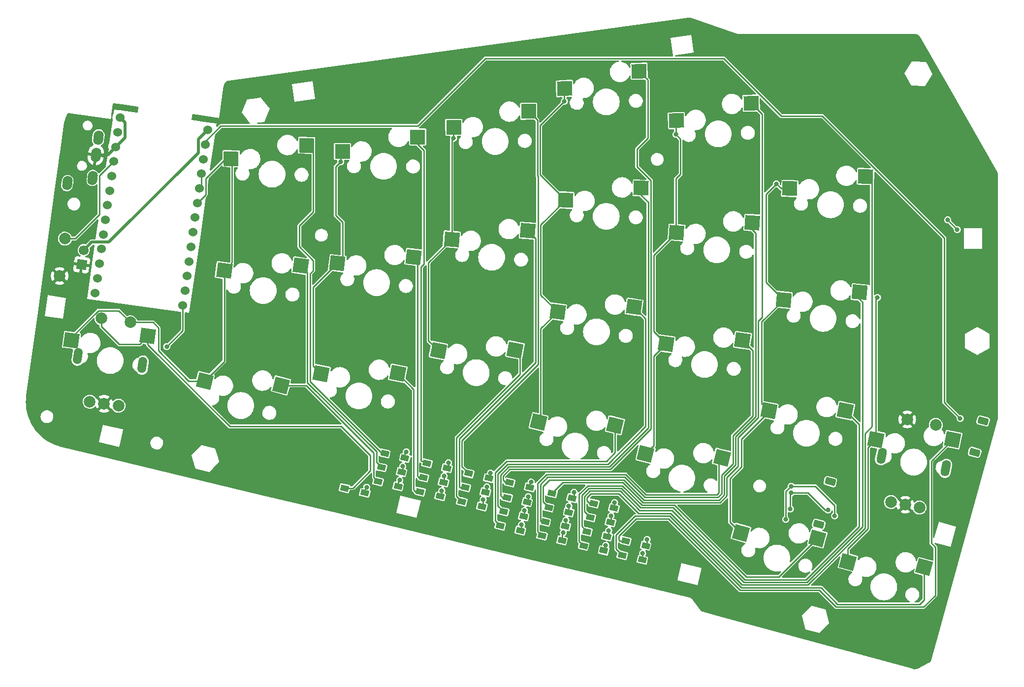
<source format=gbr>
%TF.GenerationSoftware,KiCad,Pcbnew,(6.0.5)*%
%TF.CreationDate,2022-07-12T17:33:22+09:00*%
%TF.ProjectId,ergotonic_f24-pcb-left,6572676f-746f-46e6-9963-5f6632342d70,rev?*%
%TF.SameCoordinates,Original*%
%TF.FileFunction,Copper,L2,Bot*%
%TF.FilePolarity,Positive*%
%FSLAX46Y46*%
G04 Gerber Fmt 4.6, Leading zero omitted, Abs format (unit mm)*
G04 Created by KiCad (PCBNEW (6.0.5)) date 2022-07-12 17:33:22*
%MOMM*%
%LPD*%
G01*
G04 APERTURE LIST*
G04 Aperture macros list*
%AMRoundRect*
0 Rectangle with rounded corners*
0 $1 Rounding radius*
0 $2 $3 $4 $5 $6 $7 $8 $9 X,Y pos of 4 corners*
0 Add a 4 corners polygon primitive as box body*
4,1,4,$2,$3,$4,$5,$6,$7,$8,$9,$2,$3,0*
0 Add four circle primitives for the rounded corners*
1,1,$1+$1,$2,$3*
1,1,$1+$1,$4,$5*
1,1,$1+$1,$6,$7*
1,1,$1+$1,$8,$9*
0 Add four rect primitives between the rounded corners*
20,1,$1+$1,$2,$3,$4,$5,0*
20,1,$1+$1,$4,$5,$6,$7,0*
20,1,$1+$1,$6,$7,$8,$9,0*
20,1,$1+$1,$8,$9,$2,$3,0*%
%AMHorizOval*
0 Thick line with rounded ends*
0 $1 width*
0 $2 $3 position (X,Y) of the first rounded end (center of the circle)*
0 $4 $5 position (X,Y) of the second rounded end (center of the circle)*
0 Add line between two ends*
20,1,$1,$2,$3,$4,$5,0*
0 Add two circle primitives to create the rounded ends*
1,1,$1,$2,$3*
1,1,$1,$4,$5*%
%AMRotRect*
0 Rectangle, with rotation*
0 The origin of the aperture is its center*
0 $1 length*
0 $2 width*
0 $3 Rotation angle, in degrees counterclockwise*
0 Add horizontal line*
21,1,$1,$2,0,0,$3*%
G04 Aperture macros list end*
%TA.AperFunction,ComponentPad*%
%ADD10C,1.524000*%
%TD*%
%TA.AperFunction,SMDPad,CuDef*%
%ADD11RotRect,2.550000X2.500000X176.380000*%
%TD*%
%TA.AperFunction,SMDPad,CuDef*%
%ADD12RotRect,2.550000X2.500000X179.710000*%
%TD*%
%TA.AperFunction,SMDPad,CuDef*%
%ADD13RotRect,2.550000X2.500000X175.420000*%
%TD*%
%TA.AperFunction,SMDPad,CuDef*%
%ADD14RotRect,2.550000X2.500000X172.380000*%
%TD*%
%TA.AperFunction,SMDPad,CuDef*%
%ADD15RotRect,2.550000X2.500000X166.530000*%
%TD*%
%TA.AperFunction,SMDPad,CuDef*%
%ADD16RotRect,2.550000X2.500000X177.980000*%
%TD*%
%TA.AperFunction,SMDPad,CuDef*%
%ADD17RotRect,2.550000X2.500000X181.060000*%
%TD*%
%TA.AperFunction,ComponentPad*%
%ADD18HorizOval,1.700000X-0.055669X-0.396107X0.055669X0.396107X0*%
%TD*%
%TA.AperFunction,SMDPad,CuDef*%
%ADD19RotRect,2.550000X2.500000X172.430000*%
%TD*%
%TA.AperFunction,SMDPad,CuDef*%
%ADD20RotRect,2.550000X2.500000X169.150000*%
%TD*%
%TA.AperFunction,SMDPad,CuDef*%
%ADD21RotRect,2.550000X2.500000X165.610000*%
%TD*%
%TA.AperFunction,ComponentPad*%
%ADD22C,2.000000*%
%TD*%
%TA.AperFunction,ComponentPad*%
%ADD23HorizOval,1.500000X0.090463X0.643674X-0.090463X-0.643674X0*%
%TD*%
%TA.AperFunction,SMDPad,CuDef*%
%ADD24RotRect,2.550000X2.500000X178.880000*%
%TD*%
%TA.AperFunction,SMDPad,CuDef*%
%ADD25RotRect,2.550000X2.500000X173.450000*%
%TD*%
%TA.AperFunction,SMDPad,CuDef*%
%ADD26RotRect,2.550000X2.500000X172.000000*%
%TD*%
%TA.AperFunction,SMDPad,CuDef*%
%ADD27RotRect,2.550000X2.500000X174.570000*%
%TD*%
%TA.AperFunction,SMDPad,CuDef*%
%ADD28RotRect,2.550000X2.500000X182.050000*%
%TD*%
%TA.AperFunction,SMDPad,CuDef*%
%ADD29RotRect,2.550000X2.500000X169.340000*%
%TD*%
%TA.AperFunction,ComponentPad*%
%ADD30RoundRect,0.249600X-0.536485X0.507921X-0.719283X-0.168618X0.536485X-0.507921X0.719283X0.168618X0*%
%TD*%
%TA.AperFunction,SMDPad,CuDef*%
%ADD31RotRect,2.550000X2.500000X168.870000*%
%TD*%
%TA.AperFunction,SMDPad,CuDef*%
%ADD32RotRect,2.550000X2.500000X166.000000*%
%TD*%
%TA.AperFunction,ComponentPad*%
%ADD33RotRect,1.700000X1.700000X172.000000*%
%TD*%
%TA.AperFunction,ComponentPad*%
%ADD34HorizOval,1.700000X0.000000X0.000000X0.000000X0.000000X0*%
%TD*%
%TA.AperFunction,SMDPad,CuDef*%
%ADD35RotRect,2.550000X2.500000X164.890000*%
%TD*%
%TA.AperFunction,SMDPad,CuDef*%
%ADD36RotRect,2.550000X2.500000X181.980000*%
%TD*%
%TA.AperFunction,SMDPad,CuDef*%
%ADD37RotRect,2.550000X2.500000X168.920000*%
%TD*%
%TA.AperFunction,ComponentPad*%
%ADD38HorizOval,1.500000X0.125473X0.637775X-0.125473X-0.637775X0*%
%TD*%
%TA.AperFunction,SMDPad,CuDef*%
%ADD39RotRect,2.550000X2.500000X164.880000*%
%TD*%
%TA.AperFunction,SMDPad,CuDef*%
%ADD40RotRect,2.550000X2.500000X171.490000*%
%TD*%
%TA.AperFunction,SMDPad,CuDef*%
%ADD41RotRect,1.400000X1.000000X166.500000*%
%TD*%
%TA.AperFunction,ViaPad*%
%ADD42C,0.800000*%
%TD*%
%TA.AperFunction,Conductor*%
%ADD43C,0.250000*%
%TD*%
%TA.AperFunction,Conductor*%
%ADD44C,0.500000*%
%TD*%
G04 APERTURE END LIST*
D10*
%TO.P,U1,1,TX0/D3*%
%TO.N,DATA*%
X-138312279Y-23206283D03*
%TO.P,U1,2,RX1/D2*%
%TO.N,LED*%
X-138665778Y-25721563D03*
%TO.P,U1,3,GND*%
%TO.N,GND*%
X-139019278Y-28236844D03*
%TO.P,U1,4,GND*%
X-139372778Y-30752125D03*
%TO.P,U1,5,2/D1/SDA*%
%TO.N,C1*%
X-139726278Y-33267406D03*
%TO.P,U1,6,3/D0/SCL*%
%TO.N,C2*%
X-140079777Y-35782687D03*
%TO.P,U1,7,4/D4*%
%TO.N,C3*%
X-140433277Y-38297968D03*
%TO.P,U1,8,5/C6*%
%TO.N,C4*%
X-140786777Y-40813249D03*
%TO.P,U1,9,6/D7*%
%TO.N,C5*%
X-141140276Y-43328530D03*
%TO.P,U1,10,7/E6*%
%TO.N,C6*%
X-141493776Y-45843811D03*
%TO.P,U1,11,8/B4*%
%TO.N,C7*%
X-141847276Y-48359092D03*
%TO.P,U1,12,9/B5*%
%TO.N,RE1B*%
X-142200775Y-50874372D03*
%TO.P,U1,13,B6/10*%
%TO.N,RE1A*%
X-157272655Y-48756158D03*
%TO.P,U1,14,B2/16*%
%TO.N,R4*%
X-156919156Y-46240877D03*
%TO.P,U1,15,B3/14*%
%TO.N,R3*%
X-156565656Y-43725596D03*
%TO.P,U1,16,B1/15*%
%TO.N,R2*%
X-156212156Y-41210315D03*
%TO.P,U1,17,F7/A0*%
%TO.N,R1*%
X-155858657Y-38695034D03*
%TO.P,U1,18,F6/A1*%
%TO.N,ENC_PUSH*%
X-155505157Y-36179753D03*
%TO.P,U1,19,F5/A2*%
%TO.N,ENC_B*%
X-155151657Y-33664472D03*
%TO.P,U1,20,F4/A3*%
%TO.N,ENC_A*%
X-154798158Y-31149192D03*
%TO.P,U1,21,VCC*%
%TO.N,VCC*%
X-154444658Y-28633911D03*
%TO.P,U1,22,RST*%
%TO.N,RESET*%
X-154091158Y-26118630D03*
%TO.P,U1,23,GND*%
%TO.N,GND*%
X-153737658Y-23603349D03*
%TO.P,U1,24,RAW*%
%TO.N,unconnected-(U1-Pad24)*%
X-153384159Y-21088068D03*
%TO.P,U1,25,BAT-*%
%TO.N,GND*%
X-153030659Y-18572787D03*
%TO.P,U1,26,BAT+*%
%TO.N,BAT*%
X-137958779Y-20691002D03*
%TD*%
D11*
%TO.P,SW16,1,1*%
%TO.N,C5*%
X-57297491Y-38368729D03*
%TO.P,SW16,2,2*%
%TO.N,Net-(D16-Pad2)*%
X-44235911Y-36649993D03*
%TD*%
D12*
%TO.P,SW5,1,1*%
%TO.N,C2*%
X-114752053Y-24383172D03*
%TO.P,SW5,2,2*%
%TO.N,Net-(D5-Pad2)*%
X-101812363Y-21908634D03*
%TD*%
D13*
%TO.P,SW9,1,1*%
%TO.N,C3*%
X-95958555Y-39527367D03*
%TO.P,SW9,2,2*%
%TO.N,Net-(D9-Pad2)*%
X-82870012Y-38027711D03*
%TD*%
D14*
%TO.P,SW13,1,1*%
%TO.N,C4*%
X-77750625Y-52002942D03*
%TO.P,SW13,2,2*%
%TO.N,Net-(D13-Pad2)*%
X-64600969Y-51199523D03*
%TD*%
D15*
%TO.P,SW14,1,1*%
%TO.N,C4*%
X-81021448Y-70999517D03*
%TO.P,SW14,2,2*%
%TO.N,Net-(D14-Pad2)*%
X-67858386Y-71540554D03*
%TD*%
D16*
%TO.P,SW19,1,1*%
%TO.N,C6*%
X-37805066Y-30788844D03*
%TO.P,SW19,2,2*%
%TO.N,Net-(D19-Pad2)*%
X-24796569Y-28706078D03*
%TD*%
D17*
%TO.P,SW8,1,1*%
%TO.N,C3*%
X-95613776Y-20262503D03*
%TO.P,SW8,2,2*%
%TO.N,Net-(D8-Pad2)*%
X-82735977Y-17483796D03*
%TD*%
D18*
%TO.P,TRRS1,A*%
%TO.N,unconnected-(TRRS1-PadA)*%
X-162084806Y-29856900D03*
%TO.P,TRRS1,B*%
%TO.N,VCC*%
X-156742708Y-22024148D03*
%TO.P,TRRS1,C*%
%TO.N,GND*%
X-157160228Y-24994952D03*
%TO.P,TRRS1,D*%
%TO.N,DATA*%
X-157716920Y-28956025D03*
%TD*%
D19*
%TO.P,SW2,1,1*%
%TO.N,C1*%
X-135075639Y-44902778D03*
%TO.P,SW2,2,2*%
%TO.N,Net-(D2-Pad2)*%
X-121926689Y-44087884D03*
%TD*%
D20*
%TO.P,SW7,1,1*%
%TO.N,C2*%
X-118409218Y-62664736D03*
%TO.P,SW7,2,2*%
%TO.N,Net-(D7-Pad2)*%
X-105235184Y-62603501D03*
%TD*%
D21*
%TO.P,SW3,1,1*%
%TO.N,C1*%
X-138466476Y-63916918D03*
%TO.P,SW3,2,2*%
%TO.N,Net-(D3-Pad2)*%
X-125313798Y-64669236D03*
%TD*%
D22*
%TO.P,RE1,A,A*%
%TO.N,RE1A*%
X-158218468Y-67489078D03*
%TO.P,RE1,B,B*%
%TO.N,RE1B*%
X-153267128Y-68184943D03*
%TO.P,RE1,C,C*%
%TO.N,GND*%
X-155742798Y-67837011D03*
D23*
%TO.P,RE1,MP*%
%TO.N,N/C*%
X-149153499Y-61189369D03*
X-160244501Y-59630631D03*
D22*
%TO.P,RE1,S1,S1*%
%TO.N,C1*%
X-151249118Y-53826056D03*
%TO.P,RE1,S2,S2*%
%TO.N,D4*%
X-156200458Y-53130191D03*
%TD*%
D24*
%TO.P,SW1,1,1*%
%TO.N,C1*%
X-133897998Y-25642999D03*
%TO.P,SW1,2,2*%
%TO.N,Net-(D1-Pad2)*%
X-120923820Y-23356161D03*
%TD*%
D25*
%TO.P,SW6,1,1*%
%TO.N,C2*%
X-115630016Y-43647392D03*
%TO.P,SW6,2,2*%
%TO.N,Net-(D6-Pad2)*%
X-102497656Y-42598557D03*
%TD*%
D26*
%TO.P,SW4,1,1*%
%TO.N,C1*%
X-161361550Y-56908678D03*
%TO.P,SW4,2,2*%
%TO.N,D4*%
X-148206855Y-56192487D03*
%TD*%
D27*
%TO.P,SW20,1,1*%
%TO.N,C6*%
X-38900847Y-49945948D03*
%TO.P,SW20,2,2*%
%TO.N,Net-(D20-Pad2)*%
X-25791497Y-48640622D03*
%TD*%
D28*
%TO.P,SW15,1,1*%
%TO.N,C5*%
X-57288325Y-19091068D03*
%TO.P,SW15,2,2*%
%TO.N,Net-(D15-Pad2)*%
X-44460459Y-16090273D03*
%TD*%
D29*
%TO.P,SW10,1,1*%
%TO.N,C3*%
X-98251878Y-58674247D03*
%TO.P,SW10,2,2*%
%TO.N,Net-(D10-Pad2)*%
X-85078119Y-58569326D03*
%TD*%
D16*
%TO.P,SW12,1,1*%
%TO.N,C4*%
X-76379066Y-32785844D03*
%TO.P,SW12,2,2*%
%TO.N,Net-(D12-Pad2)*%
X-63370569Y-30703078D03*
%TD*%
D30*
%TO.P,J3,MP*%
%TO.N,N/C*%
X-30850344Y-81248560D03*
X-32832740Y-88585460D03*
%TD*%
D31*
%TO.P,SW23,1,1*%
%TO.N,C7*%
X-22984433Y-74015115D03*
%TO.P,SW23,2,2*%
%TO.N,Net-(D23-Pad2)*%
X-9810256Y-74018261D03*
%TD*%
D32*
%TO.P,SW18,1,1*%
%TO.N,C5*%
X-62633064Y-76461432D03*
%TO.P,SW18,2,2*%
%TO.N,Net-(D18-Pad2)*%
X-49475569Y-77124205D03*
%TD*%
D33*
%TO.P,BAT1,1,Pin_1*%
%TO.N,GND*%
X-159600000Y-43900000D03*
D34*
%TO.P,BAT1,2,Pin_2*%
%TO.N,BAT*%
X-159246500Y-41384719D03*
%TD*%
D35*
%TO.P,SW24,1,1*%
%TO.N,C7*%
X-27828942Y-95066947D03*
%TO.P,SW24,2,2*%
%TO.N,Net-(D24-Pad2)*%
X-14686756Y-95984482D03*
%TD*%
D36*
%TO.P,SW11,1,1*%
%TO.N,C4*%
X-76549529Y-13576308D03*
%TO.P,SW11,2,2*%
%TO.N,Net-(D11-Pad2)*%
X-63718005Y-10591188D03*
%TD*%
D30*
%TO.P,J1,MP*%
%TO.N,N/C*%
X-4563186Y-70792941D03*
X-6023898Y-76199078D03*
%TD*%
D37*
%TO.P,SW21,1,1*%
%TO.N,C6*%
X-41420799Y-69049755D03*
%TO.P,SW21,2,2*%
%TO.N,Net-(D21-Pad2)*%
X-28246625Y-69041404D03*
%TD*%
D22*
%TO.P,SW_RESET1,1,1*%
%TO.N,RESET*%
X-162485687Y-39408629D03*
%TO.P,SW_RESET1,2,2*%
%TO.N,GND*%
X-163390313Y-45845371D03*
%TD*%
%TO.P,RE2,A,A*%
%TO.N,ENC_A*%
X-20423747Y-84751349D03*
%TO.P,RE2,B,B*%
%TO.N,ENC_B*%
X-15517789Y-85716527D03*
%TO.P,RE2,C,C*%
%TO.N,GND*%
X-17970768Y-85233938D03*
D38*
%TO.P,RE2,MP*%
%TO.N,N/C*%
X-11028326Y-78956000D03*
X-22017674Y-76794000D03*
D22*
%TO.P,RE2,S1,S1*%
%TO.N,ENC_PUSH*%
X-12718770Y-71489247D03*
%TO.P,RE2,S2,S2*%
%TO.N,GND*%
X-17624729Y-70524069D03*
%TD*%
D39*
%TO.P,SW22,1,1*%
%TO.N,C6*%
X-46218191Y-90098869D03*
%TO.P,SW22,2,2*%
%TO.N,Net-(D22-Pad2)*%
X-33076166Y-91018697D03*
%TD*%
D40*
%TO.P,SW17,1,1*%
%TO.N,C5*%
X-59113120Y-57522513D03*
%TO.P,SW17,2,2*%
%TO.N,Net-(D17-Pad2)*%
X-45952571Y-56923442D03*
%TD*%
D41*
%TO.P,D14,1,K*%
%TO.N,R4*%
X-84178043Y-89662366D03*
%TO.P,D14,2,A*%
%TO.N,Net-(D14-Pad2)*%
X-87629957Y-88833634D03*
%TD*%
%TO.P,D24,1,K*%
%TO.N,R4*%
X-63189043Y-94713366D03*
%TO.P,D24,2,A*%
%TO.N,Net-(D24-Pad2)*%
X-66640957Y-93884634D03*
%TD*%
%TO.P,D5,1,K*%
%TO.N,R1*%
X-96783043Y-78922366D03*
%TO.P,D5,2,A*%
%TO.N,Net-(D5-Pad2)*%
X-100234957Y-78093634D03*
%TD*%
%TO.P,D4,1,K*%
%TO.N,R4*%
X-110933043Y-83190366D03*
%TO.P,D4,2,A*%
%TO.N,D4*%
X-114384957Y-82361634D03*
%TD*%
%TO.P,D10,1,K*%
%TO.N,R3*%
X-90772043Y-85508366D03*
%TO.P,D10,2,A*%
%TO.N,Net-(D10-Pad2)*%
X-94223957Y-84679634D03*
%TD*%
%TO.P,D23,1,K*%
%TO.N,R3*%
X-62606042Y-92282366D03*
%TO.P,D23,2,A*%
%TO.N,Net-(D23-Pad2)*%
X-66057956Y-91453634D03*
%TD*%
%TO.P,D18,1,K*%
%TO.N,R4*%
X-77000043Y-91385366D03*
%TO.P,D18,2,A*%
%TO.N,Net-(D18-Pad2)*%
X-80451957Y-90556634D03*
%TD*%
%TO.P,D13,1,K*%
%TO.N,R3*%
X-83594043Y-87231366D03*
%TO.P,D13,2,A*%
%TO.N,Net-(D13-Pad2)*%
X-87045957Y-86402634D03*
%TD*%
%TO.P,D1,1,K*%
%TO.N,R1*%
X-104018043Y-77186366D03*
%TO.P,D1,2,A*%
%TO.N,Net-(D1-Pad2)*%
X-107469957Y-76357634D03*
%TD*%
%TO.P,D20,1,K*%
%TO.N,R2*%
X-68654043Y-88247366D03*
%TO.P,D20,2,A*%
%TO.N,Net-(D20-Pad2)*%
X-72105957Y-87418634D03*
%TD*%
%TO.P,D8,1,K*%
%TO.N,R1*%
X-89605043Y-80646366D03*
%TO.P,D8,2,A*%
%TO.N,Net-(D8-Pad2)*%
X-93056957Y-79817634D03*
%TD*%
%TO.P,D17,1,K*%
%TO.N,R3*%
X-76416043Y-88954366D03*
%TO.P,D17,2,A*%
%TO.N,Net-(D17-Pad2)*%
X-79867957Y-88125634D03*
%TD*%
%TO.P,D2,1,K*%
%TO.N,R2*%
X-104602043Y-79617366D03*
%TO.P,D2,2,A*%
%TO.N,Net-(D2-Pad2)*%
X-108053957Y-78788634D03*
%TD*%
%TO.P,D22,1,K*%
%TO.N,R4*%
X-69821043Y-93109366D03*
%TO.P,D22,2,A*%
%TO.N,Net-(D22-Pad2)*%
X-73272957Y-92280634D03*
%TD*%
%TO.P,D16,1,K*%
%TO.N,R2*%
X-75832043Y-86523366D03*
%TO.P,D16,2,A*%
%TO.N,Net-(D16-Pad2)*%
X-79283957Y-85694634D03*
%TD*%
%TO.P,D21,1,K*%
%TO.N,R3*%
X-69238043Y-90678366D03*
%TO.P,D21,2,A*%
%TO.N,Net-(D21-Pad2)*%
X-72689957Y-89849634D03*
%TD*%
%TO.P,D3,1,K*%
%TO.N,R3*%
X-105185043Y-82048366D03*
%TO.P,D3,2,A*%
%TO.N,Net-(D3-Pad2)*%
X-108636957Y-81219634D03*
%TD*%
%TO.P,D9,1,K*%
%TO.N,R2*%
X-90189043Y-83077366D03*
%TO.P,D9,2,A*%
%TO.N,Net-(D9-Pad2)*%
X-93640957Y-82248634D03*
%TD*%
%TO.P,D11,1,K*%
%TO.N,R1*%
X-82547043Y-82244366D03*
%TO.P,D11,2,A*%
%TO.N,Net-(D11-Pad2)*%
X-85998957Y-81415634D03*
%TD*%
%TO.P,D12,1,K*%
%TO.N,R2*%
X-83011043Y-84800366D03*
%TO.P,D12,2,A*%
%TO.N,Net-(D12-Pad2)*%
X-86462957Y-83971634D03*
%TD*%
%TO.P,D19,1,K*%
%TO.N,R1*%
X-68071043Y-85816366D03*
%TO.P,D19,2,A*%
%TO.N,Net-(D19-Pad2)*%
X-71522957Y-84987634D03*
%TD*%
%TO.P,D15,1,K*%
%TO.N,R1*%
X-75249043Y-84092366D03*
%TO.P,D15,2,A*%
%TO.N,Net-(D15-Pad2)*%
X-78700957Y-83263634D03*
%TD*%
%TO.P,D6,1,K*%
%TO.N,R2*%
X-97367043Y-81353366D03*
%TO.P,D6,2,A*%
%TO.N,Net-(D6-Pad2)*%
X-100818957Y-80524634D03*
%TD*%
%TO.P,D7,1,K*%
%TO.N,R3*%
X-97951043Y-83784366D03*
%TO.P,D7,2,A*%
%TO.N,Net-(D7-Pad2)*%
X-101402957Y-82955634D03*
%TD*%
D42*
%TO.N,R1*%
X-67945000Y-84836000D03*
X-82300000Y-81300000D03*
X-89281000Y-79756000D03*
X-74930000Y-83058000D03*
X-96520000Y-77978000D03*
X-103759000Y-76100000D03*
%TO.N,R2*%
X-75819000Y-85471000D03*
X-89916000Y-82169000D03*
X-68580000Y-87122000D03*
X-97282000Y-80264000D03*
X-104394000Y-78613000D03*
X-82804000Y-83820000D03*
%TO.N,R3*%
X-90551000Y-84328000D03*
X-97663000Y-82804000D03*
X-76327000Y-87884000D03*
X-83439000Y-86233000D03*
X-104900000Y-81000000D03*
X-68961000Y-89662000D03*
X-62357000Y-91186000D03*
%TO.N,R4*%
X-69469000Y-92202000D03*
X-76800000Y-90051479D03*
X-63119000Y-93599000D03*
X-83947000Y-88646000D03*
X-110600000Y-82200000D03*
%TO.N,GND*%
X-120777000Y-68707000D03*
X-100457000Y-9906000D03*
X-97400000Y-89200000D03*
X-125476000Y-79883000D03*
X-107442000Y-85979000D03*
X-50292000Y-89374010D03*
X-137541000Y-51562000D03*
X-73533000Y-95123000D03*
X-8754402Y-71628000D03*
X-92075000Y-89662000D03*
X-6096000Y-43815000D03*
X-126300000Y-55800000D03*
X-32766000Y-59182000D03*
X-10795000Y-37211000D03*
X-64389000Y-78867000D03*
X-50165000Y-47371000D03*
X-21717000Y-108585000D03*
X-165862000Y-64770000D03*
%TO.N,DATA*%
X-8509000Y-70358000D03*
%TO.N,ENC_B*%
X-31242000Y-86106000D03*
X-37592000Y-83185000D03*
X-37719000Y-85941500D03*
%TO.N,ENC_PUSH*%
X-38510936Y-87758034D03*
X-37592000Y-82042000D03*
X-30099000Y-87122000D03*
%TO.N,Net-(LED_1-Pad2)*%
X-10668000Y-36195000D03*
X-9017000Y-37846000D03*
%TO.N,RE1B*%
X-144976911Y-57981911D03*
%TO.N,C7*%
X-22733000Y-49530000D03*
%TO.N,C2*%
X-115062000Y-26162000D03*
%TO.N,C3*%
X-95631000Y-22098000D03*
%TO.N,C4*%
X-76581000Y-15748000D03*
%TO.N,C5*%
X-57404000Y-21463000D03*
%TO.N,C6*%
X-40132000Y-29972000D03*
%TD*%
D43*
%TO.N,Net-(D23-Pad2)*%
X-67042366Y-91453634D02*
X-66057956Y-91453634D01*
X-67241489Y-91254511D02*
X-67042366Y-91453634D01*
X-67241489Y-90610193D02*
X-67241489Y-91254511D01*
X-58676111Y-87630001D02*
X-64261296Y-87630000D01*
X-46357113Y-99948999D02*
X-58676111Y-87630001D01*
X-32766000Y-99949000D02*
X-46357113Y-99948999D01*
X-29915000Y-102800000D02*
X-32766000Y-99949000D01*
X-12805475Y-100816475D02*
X-14789000Y-102800000D01*
X-64261296Y-87630000D02*
X-67241489Y-90610193D01*
X-13500000Y-91836888D02*
X-12805475Y-92531413D01*
X-13500000Y-77708005D02*
X-13500000Y-91836888D01*
X-12805475Y-92531413D02*
X-12805475Y-100816475D01*
X-14789000Y-102800000D02*
X-29915000Y-102800000D01*
X-9810256Y-74018261D02*
X-13500000Y-77708005D01*
%TO.N,DATA*%
X-135677099Y-20017400D02*
X-138265163Y-22605464D01*
X-101805400Y-20017400D02*
X-135677099Y-20017400D01*
X-90188000Y-8400000D02*
X-101805400Y-20017400D01*
X-49167514Y-8400000D02*
X-90188000Y-8400000D01*
X-39261514Y-18306000D02*
X-49167514Y-8400000D01*
X-36414000Y-18306000D02*
X-39261514Y-18306000D01*
%TO.N,R1*%
X-82547043Y-82244366D02*
X-82547043Y-81547043D01*
X-82547043Y-81547043D02*
X-82300000Y-81300000D01*
X-89281000Y-80322323D02*
X-89605043Y-80646366D01*
X-74930000Y-83773323D02*
X-75249043Y-84092366D01*
X-104018043Y-77186366D02*
X-104018043Y-76359043D01*
X-104018043Y-76359043D02*
X-103759000Y-76100000D01*
X-67945000Y-85690323D02*
X-68071043Y-85816366D01*
X-96520000Y-77978000D02*
X-96520000Y-78659323D01*
X-89281000Y-79756000D02*
X-89281000Y-80322323D01*
X-96520000Y-78659323D02*
X-96783043Y-78922366D01*
X-67945000Y-84836000D02*
X-67945000Y-85690323D01*
X-74930000Y-83058000D02*
X-74930000Y-83773323D01*
%TO.N,Net-(D1-Pad2)*%
X-122174000Y-37211000D02*
X-122174000Y-40767000D01*
X-119761000Y-43180000D02*
X-119761000Y-44887422D01*
X-120327489Y-64000603D02*
X-107970458Y-76357634D01*
X-122174000Y-40767000D02*
X-119761000Y-43180000D01*
X-120923820Y-23356161D02*
X-119761000Y-24518981D01*
X-119761000Y-34798000D02*
X-122174000Y-37211000D01*
X-119761000Y-44887422D02*
X-120327489Y-45453911D01*
X-120327489Y-45453911D02*
X-120327489Y-64000603D01*
X-119761000Y-24518981D02*
X-119761000Y-34798000D01*
X-107970458Y-76357634D02*
X-107469957Y-76357634D01*
%TO.N,R2*%
X-68580000Y-88173323D02*
X-68654043Y-88247366D01*
X-104394000Y-78613000D02*
X-104394000Y-79409323D01*
X-97282000Y-80264000D02*
X-97282000Y-81268323D01*
X-104394000Y-79409323D02*
X-104602043Y-79617366D01*
X-82804000Y-83820000D02*
X-82804000Y-84593323D01*
X-75819000Y-86510323D02*
X-75832043Y-86523366D01*
X-97282000Y-81268323D02*
X-97367043Y-81353366D01*
X-89916000Y-82169000D02*
X-89916000Y-82804323D01*
X-82804000Y-84593323D02*
X-83011043Y-84800366D01*
X-68580000Y-87122000D02*
X-68580000Y-88173323D01*
X-89916000Y-82804323D02*
X-90189043Y-83077366D01*
X-75819000Y-85471000D02*
X-75819000Y-86510323D01*
%TO.N,Net-(D2-Pad2)*%
X-108053957Y-78788634D02*
X-108897489Y-77945102D01*
X-120777000Y-45237573D02*
X-121926689Y-44087884D01*
X-108897490Y-76066306D02*
X-120777000Y-64186796D01*
X-108897489Y-77945102D02*
X-108897490Y-76066306D01*
X-120777000Y-64186796D02*
X-120777000Y-45237573D01*
%TO.N,R3*%
X-76327000Y-87884000D02*
X-76327000Y-88865323D01*
X-76327000Y-88865323D02*
X-76416043Y-88954366D01*
X-105185043Y-81285043D02*
X-104900000Y-81000000D01*
X-90551000Y-85287323D02*
X-90772043Y-85508366D01*
X-68961000Y-89662000D02*
X-68961000Y-90401323D01*
X-97663000Y-83496323D02*
X-97951043Y-83784366D01*
X-83439000Y-87076323D02*
X-83594043Y-87231366D01*
X-90551000Y-84328000D02*
X-90551000Y-85287323D01*
X-83439000Y-86233000D02*
X-83439000Y-87076323D01*
X-105185043Y-82048366D02*
X-105185043Y-81285043D01*
X-62357000Y-92033324D02*
X-62606042Y-92282366D01*
X-62357000Y-91186000D02*
X-62357000Y-92033324D01*
X-97663000Y-82804000D02*
X-97663000Y-83496323D01*
X-68961000Y-90401323D02*
X-69238043Y-90678366D01*
%TO.N,Net-(D3-Pad2)*%
X-109347000Y-76327000D02*
X-121004764Y-64669236D01*
X-121004764Y-64669236D02*
X-125313798Y-64669236D01*
X-108636957Y-81219634D02*
X-109347000Y-80509591D01*
X-109347000Y-80509591D02*
X-109347000Y-76327000D01*
%TO.N,R4*%
X-77000043Y-91385366D02*
X-77000043Y-90251522D01*
X-63119000Y-93599000D02*
X-63119000Y-94643323D01*
X-69469000Y-92202000D02*
X-69469000Y-92757323D01*
X-83947000Y-89431323D02*
X-84178043Y-89662366D01*
X-110933043Y-82533043D02*
X-110600000Y-82200000D01*
X-63119000Y-94643323D02*
X-63189043Y-94713366D01*
X-77000043Y-90251522D02*
X-76800000Y-90051479D01*
X-83947000Y-88646000D02*
X-83947000Y-89431323D01*
X-69469000Y-92757323D02*
X-69821043Y-93109366D01*
X-110933043Y-83190366D02*
X-110933043Y-82533043D01*
%TO.N,D4*%
X-148206855Y-56192487D02*
X-148206855Y-57697439D01*
X-114935000Y-71755000D02*
X-109982000Y-76708000D01*
X-149621827Y-57607459D02*
X-153137403Y-57607459D01*
X-109982000Y-76708000D02*
X-109982000Y-79375000D01*
X-148206855Y-57697439D02*
X-134149294Y-71755000D01*
X-156200458Y-54544404D02*
X-156200458Y-53130191D01*
X-134149294Y-71755000D02*
X-114935000Y-71755000D01*
X-109982000Y-79375000D02*
X-112968634Y-82361634D01*
X-153137403Y-57607459D02*
X-156200458Y-54544404D01*
X-148206855Y-56192487D02*
X-149621827Y-57607459D01*
X-112968634Y-82361634D02*
X-114384957Y-82361634D01*
%TO.N,Net-(D5-Pad2)*%
X-101219000Y-77634500D02*
X-101129500Y-77724000D01*
X-101812363Y-23158650D02*
X-100763871Y-24207142D01*
X-100604591Y-77724000D02*
X-100234957Y-78093634D01*
X-101219000Y-44290212D02*
X-101219000Y-77634500D01*
X-101812363Y-21908634D02*
X-101812363Y-23158650D01*
X-100763871Y-43835083D02*
X-101219000Y-44290212D01*
X-100763871Y-24207142D02*
X-100763871Y-43835083D01*
X-101129500Y-77724000D02*
X-100604591Y-77724000D01*
%TO.N,Net-(D6-Pad2)*%
X-101630866Y-80524634D02*
X-101891500Y-80264000D01*
X-101891500Y-43204713D02*
X-102497656Y-42598557D01*
X-100818957Y-80524634D02*
X-101630866Y-80524634D01*
X-101891500Y-80264000D02*
X-101891500Y-43204713D01*
%TO.N,Net-(D7-Pad2)*%
X-102489000Y-82691296D02*
X-102489000Y-65349685D01*
X-102224662Y-82955634D02*
X-102489000Y-82691296D01*
X-102489000Y-65349685D02*
X-105235184Y-62603501D01*
X-101402957Y-82955634D02*
X-102224662Y-82955634D01*
%TO.N,Net-(D8-Pad2)*%
X-94200000Y-74194000D02*
X-94200000Y-78674591D01*
X-81094511Y-28706103D02*
X-81094511Y-61088511D01*
X-82735977Y-17483796D02*
X-81221510Y-18998263D01*
X-94200000Y-78674591D02*
X-93056957Y-79817634D01*
X-81221510Y-28579104D02*
X-81094511Y-28706103D01*
X-81094511Y-61088511D02*
X-94200000Y-74194000D01*
X-81221510Y-18998263D02*
X-81221510Y-28579104D01*
%TO.N,Net-(D9-Pad2)*%
X-82870012Y-38027711D02*
X-81544022Y-39353701D01*
X-94535366Y-82248634D02*
X-93640957Y-82248634D01*
X-94673489Y-82110511D02*
X-94535366Y-82248634D01*
X-94673489Y-73836381D02*
X-94673489Y-82110511D01*
X-81544022Y-39353701D02*
X-81544022Y-60706914D01*
X-81544022Y-60706914D02*
X-94673489Y-73836381D01*
%TO.N,Net-(D10-Pad2)*%
X-84201000Y-62728188D02*
X-84201000Y-59446445D01*
X-95123000Y-83780591D02*
X-95123000Y-73650188D01*
X-95123000Y-73650188D02*
X-84201000Y-62728188D01*
X-94223957Y-84679634D02*
X-95123000Y-83780591D01*
X-84201000Y-59446445D02*
X-85078119Y-58569326D01*
%TO.N,Net-(D11-Pad2)*%
X-87134609Y-80999873D02*
X-86718848Y-81415634D01*
X-85979000Y-79121000D02*
X-87134609Y-80276609D01*
X-86718848Y-81415634D02*
X-85998957Y-81415634D01*
X-62230000Y-12079193D02*
X-62230000Y-22130000D01*
X-61711978Y-72190534D02*
X-68642444Y-79121000D01*
X-68642444Y-79121000D02*
X-85979000Y-79121000D01*
X-63718005Y-10591188D02*
X-62230000Y-12079193D01*
X-62230000Y-22130000D02*
X-64100000Y-24000000D01*
X-61711978Y-29380178D02*
X-61711978Y-72190534D01*
X-87134609Y-80276609D02*
X-87134609Y-80999873D01*
X-64100000Y-26992156D02*
X-61711978Y-29380178D01*
X-64100000Y-24000000D02*
X-64100000Y-26992156D01*
%TO.N,Net-(D12-Pad2)*%
X-63370569Y-30703078D02*
X-63370569Y-31953856D01*
X-62161489Y-33162936D02*
X-62161489Y-72004341D01*
X-63370569Y-31953856D02*
X-62161489Y-33162936D01*
X-87182848Y-83971634D02*
X-86462957Y-83971634D01*
X-62161489Y-72004341D02*
X-68828637Y-78671489D01*
X-86165194Y-78671490D02*
X-87584120Y-80090416D01*
X-87584120Y-83570362D02*
X-87182848Y-83971634D01*
X-87584120Y-80090416D02*
X-87584120Y-83570362D01*
X-68828637Y-78671489D02*
X-86165194Y-78671490D01*
%TO.N,Net-(D13-Pad2)*%
X-88033631Y-85414960D02*
X-88033631Y-79904223D01*
X-87045957Y-86402634D02*
X-88033631Y-85414960D01*
X-69077265Y-78221969D02*
X-62611000Y-71755704D01*
X-86351387Y-78221979D02*
X-86105296Y-78221979D01*
X-86105286Y-78221969D02*
X-69077265Y-78221969D01*
X-62611000Y-71755704D02*
X-62611000Y-53189492D01*
X-62611000Y-53189492D02*
X-64600969Y-51199523D01*
X-88033631Y-79904223D02*
X-86351387Y-78221979D01*
X-86105296Y-78221979D02*
X-86105286Y-78221969D01*
%TO.N,Net-(D14-Pad2)*%
X-86537581Y-77772469D02*
X-88483141Y-79718029D01*
X-86291480Y-77772459D02*
X-86291490Y-77772469D01*
X-69378726Y-77772458D02*
X-86291480Y-77772459D01*
X-88483141Y-87980450D02*
X-87629957Y-88833634D01*
X-67858386Y-76252118D02*
X-69378726Y-77772458D01*
X-88483141Y-79718029D02*
X-88483141Y-87980450D01*
X-86291490Y-77772469D02*
X-86537581Y-77772469D01*
X-67858386Y-71540554D02*
X-67858386Y-76252118D01*
%TO.N,Net-(D15-Pad2)*%
X-43236777Y-53646160D02*
X-43236778Y-70230030D01*
X-63098269Y-84846019D02*
X-66537288Y-81407000D01*
X-66537288Y-81407000D02*
X-76844323Y-81407000D01*
X-42560011Y-52969394D02*
X-43236777Y-53646160D01*
X-46712489Y-78576785D02*
X-48649511Y-80513807D01*
X-76844323Y-81407000D02*
X-78700957Y-83263634D01*
X-42560011Y-17990721D02*
X-42560011Y-52969394D01*
X-43236778Y-70230030D02*
X-46712489Y-73705741D01*
X-48649510Y-83703638D02*
X-49791891Y-84846019D01*
X-44460459Y-16090273D02*
X-42560011Y-17990721D01*
X-46712489Y-73705741D02*
X-46712489Y-78576785D01*
X-48649511Y-80513807D02*
X-48649510Y-83703638D01*
X-49791891Y-84846019D02*
X-63098269Y-84846019D01*
%TO.N,Net-(D16-Pad2)*%
X-44235911Y-36649993D02*
X-44235911Y-37902492D01*
X-49978087Y-84396509D02*
X-62912075Y-84396509D01*
X-47162000Y-78361339D02*
X-49099020Y-80298359D01*
X-49099020Y-80298359D02*
X-49099020Y-83517442D01*
X-62912075Y-84396509D02*
X-66351095Y-80957489D01*
X-66351095Y-80957489D02*
X-79180194Y-80957490D01*
X-79180194Y-80957490D02*
X-80253978Y-82031274D01*
X-49099020Y-83517442D02*
X-49978087Y-84396509D01*
X-80253978Y-84724613D02*
X-79283957Y-85694634D01*
X-43686288Y-38452115D02*
X-43686288Y-70043836D01*
X-44235911Y-37902492D02*
X-43686288Y-38452115D01*
X-80253978Y-82031274D02*
X-80253978Y-84724613D01*
X-43686288Y-70043836D02*
X-47162000Y-73519548D01*
X-47162000Y-73519548D02*
X-47162000Y-78361339D01*
%TO.N,Net-(D17-Pad2)*%
X-79470989Y-80486989D02*
X-80703489Y-81719489D01*
X-44200000Y-69921845D02*
X-47611520Y-73333365D01*
X-62725881Y-83946999D02*
X-66185891Y-80486989D01*
X-80703489Y-88009993D02*
X-80587848Y-88125634D01*
X-80587848Y-88125634D02*
X-79867957Y-88125634D01*
X-49548533Y-80112154D02*
X-49548533Y-83331237D01*
X-50164295Y-83946998D02*
X-62725881Y-83946999D01*
X-47611520Y-78175141D02*
X-49548533Y-80112154D01*
X-80703489Y-81719489D02*
X-80703489Y-88009993D01*
X-44200000Y-58676013D02*
X-44200000Y-69921845D01*
X-47611520Y-73333365D02*
X-47611520Y-78175141D01*
X-49548533Y-83331237D02*
X-50164295Y-83946998D01*
X-66185891Y-80486989D02*
X-79470989Y-80486989D01*
X-45952571Y-56923442D02*
X-44200000Y-58676013D01*
%TO.N,Net-(D18-Pad2)*%
X-49998043Y-77646679D02*
X-49998043Y-83145042D01*
X-49475569Y-77124205D02*
X-49998043Y-77646679D01*
X-50350488Y-83497487D02*
X-62539688Y-83497488D01*
X-65999698Y-80037478D02*
X-79675446Y-80037478D01*
X-79675446Y-80037478D02*
X-81153000Y-81515032D01*
X-62539688Y-83497488D02*
X-65999698Y-80037478D01*
X-81153000Y-81515032D02*
X-81153000Y-89855591D01*
X-81153000Y-89855591D02*
X-80451957Y-90556634D01*
X-49998043Y-83145042D02*
X-50350488Y-83497487D01*
%TO.N,Net-(D19-Pad2)*%
X-72692467Y-83995467D02*
X-72692467Y-84538015D01*
X-67182999Y-83312001D02*
X-72009000Y-83312000D01*
X-24892000Y-72981408D02*
X-24892000Y-89226844D01*
X-23680489Y-29822158D02*
X-23680489Y-71769897D01*
X-72009000Y-83312000D02*
X-72692467Y-83995467D01*
X-58335067Y-86699637D02*
X-63795363Y-86699637D01*
X-72692467Y-84538015D02*
X-72242848Y-84987634D01*
X-72242848Y-84987634D02*
X-71522957Y-84987634D01*
X-23680489Y-71769897D02*
X-24892000Y-72981408D01*
X-24892000Y-89226844D02*
X-34676686Y-99011530D01*
X-34676686Y-99011530D02*
X-46023174Y-99011530D01*
X-24796569Y-28706078D02*
X-23680489Y-29822158D01*
X-63795363Y-86699637D02*
X-67182999Y-83312001D01*
X-46023174Y-99011530D02*
X-58335067Y-86699637D01*
%TO.N,Net-(D20-Pad2)*%
X-63656849Y-86194551D02*
X-66988910Y-82862490D01*
X-58077447Y-86194553D02*
X-63656849Y-86194551D01*
X-30167511Y-93866638D02*
X-30167511Y-93866651D01*
X-73141978Y-83809274D02*
X-73141978Y-86382613D01*
X-25791497Y-49896256D02*
X-25341510Y-50346243D01*
X-73141978Y-86382613D02*
X-72105957Y-87418634D01*
X-34862880Y-98562020D02*
X-45709981Y-98562019D01*
X-66988910Y-82862490D02*
X-72195194Y-82862490D01*
X-25791497Y-48640622D02*
X-25791497Y-49896256D01*
X-30167511Y-93866651D02*
X-34862880Y-98562020D01*
X-25341511Y-89040638D02*
X-30167511Y-93866638D01*
X-25341510Y-50346243D02*
X-25341511Y-89040638D01*
X-45709981Y-98562019D02*
X-58077447Y-86194553D01*
X-72195194Y-82862490D02*
X-73141978Y-83809274D01*
%TO.N,Net-(D21-Pad2)*%
X-25900000Y-88963436D02*
X-35049073Y-98112509D01*
X-63470644Y-85745039D02*
X-66823702Y-82391981D01*
X-66823702Y-82391981D02*
X-72360389Y-82391981D01*
X-57891254Y-85745042D02*
X-63470644Y-85745039D01*
X-35049073Y-98112509D02*
X-45523787Y-98112509D01*
X-72360389Y-82391981D02*
X-73591489Y-83623081D01*
X-73591489Y-88948102D02*
X-72689957Y-89849634D01*
X-25900000Y-71388029D02*
X-25900000Y-88963436D01*
X-73591489Y-83623081D02*
X-73591489Y-88948102D01*
X-45523787Y-98112509D02*
X-57891254Y-85745042D01*
X-28246625Y-69041404D02*
X-25900000Y-71388029D01*
%TO.N,Net-(D22-Pad2)*%
X-73272957Y-92280634D02*
X-74040999Y-91512592D01*
X-74040999Y-91512592D02*
X-74040999Y-83436887D01*
X-39720467Y-97662998D02*
X-33076166Y-91018697D01*
X-66637508Y-81942471D02*
X-63284451Y-85295528D01*
X-72546583Y-81942471D02*
X-66637508Y-81942471D01*
X-63284451Y-85295528D02*
X-57689074Y-85295531D01*
X-74040999Y-83436887D02*
X-72546583Y-81942471D01*
X-57689074Y-85295531D02*
X-45321607Y-97662998D01*
X-45321607Y-97662998D02*
X-39720467Y-97662998D01*
%TO.N,Net-(D24-Pad2)*%
X-14686756Y-95984482D02*
X-14686756Y-101586756D01*
X-15450489Y-102350489D02*
X-29602511Y-102350489D01*
X-32453511Y-99499489D02*
X-46170919Y-99499489D01*
X-67691000Y-90424000D02*
X-67691000Y-92834591D01*
X-64447490Y-87180490D02*
X-67691000Y-90424000D01*
X-29602511Y-102350489D02*
X-32453511Y-99499489D01*
X-67691000Y-92834591D02*
X-66640957Y-93884634D01*
X-46170919Y-99499489D02*
X-58489918Y-87180490D01*
X-58489918Y-87180490D02*
X-64447490Y-87180490D01*
X-14686756Y-101586756D02*
X-15450489Y-102350489D01*
D44*
%TO.N,GND*%
X-152172648Y-19430798D02*
X-152172648Y-22038339D01*
D43*
X-17624729Y-70524069D02*
X-16442660Y-69342000D01*
X-11040402Y-69342000D02*
X-8754402Y-71628000D01*
X-105410000Y-88011000D02*
X-107442000Y-85979000D01*
D44*
X-153030659Y-18572787D02*
X-152172648Y-19430798D01*
D43*
X-10795000Y-39116000D02*
X-6096000Y-43815000D01*
X-139019278Y-28236844D02*
X-139019278Y-30398625D01*
X-16442660Y-69342000D02*
X-11040402Y-69342000D01*
X-92075000Y-89662000D02*
X-93726000Y-88011000D01*
D44*
X-157160228Y-24994952D02*
X-155129261Y-24994952D01*
D43*
X-139019278Y-30398625D02*
X-139372778Y-30752125D01*
X-10795000Y-37211000D02*
X-10795000Y-39116000D01*
X-93726000Y-88011000D02*
X-105410000Y-88011000D01*
D44*
X-155129261Y-24994952D02*
X-153737658Y-23603349D01*
X-152172648Y-22038339D02*
X-153737658Y-23603349D01*
D43*
%TO.N,DATA*%
X-11244511Y-39276645D02*
X-11244511Y-67622489D01*
X-32215156Y-18306000D02*
X-11244511Y-39276645D01*
X-11244511Y-67622489D02*
X-8509000Y-70358000D01*
X-36848000Y-18306000D02*
X-32215156Y-18306000D01*
%TO.N,ENC_B*%
X-37592000Y-83185000D02*
X-37719000Y-83312000D01*
X-37592000Y-83185000D02*
X-34671000Y-83185000D01*
X-34671000Y-83185000D02*
X-31750000Y-86106000D01*
X-31750000Y-86106000D02*
X-31242000Y-86106000D01*
X-37719000Y-83312000D02*
X-37719000Y-85941500D01*
%TO.N,ENC_PUSH*%
X-37592000Y-82042000D02*
X-38481000Y-82931000D01*
X-38481000Y-87728098D02*
X-38510936Y-87758034D01*
X-33401000Y-82042000D02*
X-37592000Y-82042000D01*
X-30099000Y-87122000D02*
X-30099000Y-85344000D01*
X-30099000Y-85344000D02*
X-33401000Y-82042000D01*
X-38481000Y-82931000D02*
X-38481000Y-87728098D01*
%TO.N,Net-(LED_1-Pad2)*%
X-9017000Y-37846000D02*
X-10668000Y-36195000D01*
%TO.N,RE1B*%
X-142200775Y-50874372D02*
X-142200775Y-55205775D01*
X-142200775Y-55205775D02*
X-144976911Y-57981911D01*
%TO.N,C1*%
X-147345671Y-53826056D02*
X-146400000Y-54771727D01*
X-146400000Y-58700000D02*
X-141183082Y-63916918D01*
X-138286267Y-29066267D02*
X-138286267Y-31827395D01*
X-141183082Y-63916918D02*
X-138466476Y-63916918D01*
X-135075639Y-44902778D02*
X-135075639Y-60526081D01*
X-133897998Y-25642999D02*
X-133731000Y-25809997D01*
X-151249118Y-53826056D02*
X-147345671Y-53826056D01*
X-133731000Y-25809997D02*
X-133731000Y-43558139D01*
X-135075639Y-60526081D02*
X-138466476Y-63916918D01*
X-133897998Y-25642999D02*
X-134862999Y-25642999D01*
X-161361550Y-56418140D02*
X-161361550Y-56908678D01*
X-133731000Y-43558139D02*
X-135075639Y-44902778D01*
X-153269494Y-51805680D02*
X-156749090Y-51805680D01*
X-156749090Y-51805680D02*
X-161361550Y-56418140D01*
X-138286267Y-31827395D02*
X-139726278Y-33267406D01*
X-151249118Y-53826056D02*
X-153269494Y-51805680D01*
X-146400000Y-54771727D02*
X-146400000Y-58700000D01*
X-134862999Y-25642999D02*
X-138286267Y-29066267D01*
%TO.N,C7*%
X-27828942Y-92828942D02*
X-27828942Y-95066947D01*
X-24373978Y-89373978D02*
X-27828942Y-92828942D01*
X-22984433Y-74015115D02*
X-24373978Y-75404660D01*
X-24373978Y-75404660D02*
X-24373978Y-89373978D01*
X-22733000Y-49530000D02*
X-22984433Y-49781433D01*
X-22984433Y-49781433D02*
X-22984433Y-74015115D01*
%TO.N,C2*%
X-115630016Y-43647392D02*
X-114700000Y-42717376D01*
X-119761000Y-61312954D02*
X-118409218Y-62664736D01*
X-114700000Y-42717376D02*
X-114700000Y-36600000D01*
X-119761000Y-47778376D02*
X-119761000Y-61312954D01*
X-115062000Y-26162000D02*
X-115062000Y-24693119D01*
X-115900000Y-27000000D02*
X-115062000Y-26162000D01*
X-114700000Y-36600000D02*
X-115900000Y-35400000D01*
X-115062000Y-24693119D02*
X-114752053Y-24383172D01*
X-115900000Y-35400000D02*
X-115900000Y-27000000D01*
X-115630016Y-43647392D02*
X-119761000Y-47778376D01*
%TO.N,C3*%
X-95958555Y-39527367D02*
X-99949000Y-43517812D01*
X-95631000Y-22098000D02*
X-95631000Y-20279727D01*
X-99949000Y-43517812D02*
X-99949000Y-56977125D01*
X-95631000Y-22098000D02*
X-95958555Y-22425555D01*
X-95631000Y-20279727D02*
X-95613776Y-20262503D01*
X-99949000Y-56977125D02*
X-98251878Y-58674247D01*
X-95958555Y-22425555D02*
X-95958555Y-39527367D01*
%TO.N,C4*%
X-80772000Y-19939000D02*
X-80772000Y-28392910D01*
X-76581000Y-13607779D02*
X-76549529Y-13576308D01*
X-76379066Y-32785844D02*
X-80645000Y-37051778D01*
X-80772000Y-28392910D02*
X-76379066Y-32785844D01*
X-76581000Y-15748000D02*
X-76581000Y-13607779D01*
X-80645000Y-37051778D02*
X-80645000Y-49108567D01*
X-80645000Y-49108567D02*
X-77750625Y-52002942D01*
X-76581000Y-15748000D02*
X-80772000Y-19939000D01*
X-80645000Y-54897317D02*
X-80645000Y-70623069D01*
X-77750625Y-52002942D02*
X-80645000Y-54897317D01*
X-80645000Y-70623069D02*
X-81021448Y-70999517D01*
%TO.N,C5*%
X-56600000Y-22267000D02*
X-56600000Y-28300000D01*
X-57404000Y-19206743D02*
X-57288325Y-19091068D01*
X-57400000Y-29100000D02*
X-57400000Y-38266220D01*
X-57404000Y-21463000D02*
X-57404000Y-19206743D01*
X-61214000Y-42285238D02*
X-61214000Y-55421633D01*
X-57404000Y-21463000D02*
X-56600000Y-22267000D01*
X-61214000Y-55421633D02*
X-59113120Y-57522513D01*
X-57297491Y-38368729D02*
X-61214000Y-42285238D01*
X-61214000Y-59623393D02*
X-61214000Y-75042368D01*
X-59113120Y-57522513D02*
X-61214000Y-59623393D01*
X-56600000Y-28300000D02*
X-57400000Y-29100000D01*
X-61214000Y-75042368D02*
X-62633064Y-76461432D01*
X-57400000Y-38266220D02*
X-57297491Y-38368729D01*
%TO.N,C6*%
X-41910000Y-46936795D02*
X-41910000Y-31750000D01*
X-48100000Y-88217060D02*
X-48100000Y-80700000D01*
X-46101000Y-73901000D02*
X-41420799Y-69220799D01*
X-37805066Y-30788844D02*
X-39315156Y-30788844D01*
X-48100000Y-80700000D02*
X-46101000Y-78701000D01*
X-41420799Y-69220799D02*
X-41420799Y-69049755D01*
X-42672000Y-53717101D02*
X-42672000Y-67798554D01*
X-41910000Y-31750000D02*
X-40132000Y-29972000D01*
X-42672000Y-67798554D02*
X-41420799Y-69049755D01*
X-46218191Y-90098869D02*
X-48100000Y-88217060D01*
X-39315156Y-30788844D02*
X-40132000Y-29972000D01*
X-38900847Y-49945948D02*
X-41910000Y-46936795D01*
X-38900847Y-49945948D02*
X-42672000Y-53717101D01*
X-46101000Y-78701000D02*
X-46101000Y-73901000D01*
%TO.N,RESET*%
X-156524574Y-35224574D02*
X-160708629Y-39408629D01*
X-154091158Y-26118630D02*
X-156524574Y-28552046D01*
X-160708629Y-39408629D02*
X-162485687Y-39408629D01*
X-156524574Y-28552046D02*
X-156524574Y-35224574D01*
D44*
%TO.N,BAT*%
X-159246500Y-41384719D02*
X-157860585Y-39998804D01*
X-154898804Y-39998804D02*
X-139523790Y-24623790D01*
X-139523790Y-22256013D02*
X-137958779Y-20691002D01*
X-139523790Y-24623790D02*
X-139523790Y-22256013D01*
X-157860585Y-39998804D02*
X-154898804Y-39998804D01*
%TD*%
%TA.AperFunction,Conductor*%
%TO.N,GND*%
G36*
X-55120394Y-1361611D02*
G01*
X-55053618Y-1366521D01*
X-55032592Y-1368067D01*
X-55019976Y-1369638D01*
X-55015871Y-1370361D01*
X-54933219Y-1384920D01*
X-54920808Y-1387760D01*
X-54836318Y-1411645D01*
X-54832653Y-1412681D01*
X-54826560Y-1414571D01*
X-46795031Y-4131085D01*
X-46795668Y-4132969D01*
X-46795611Y-4132988D01*
X-46795023Y-4131092D01*
X-46794878Y-4131137D01*
X-46794671Y-4131207D01*
X-46795307Y-4133088D01*
X-46795246Y-4133109D01*
X-46794656Y-4131206D01*
X-46746259Y-4146218D01*
X-46746492Y-4146968D01*
X-46746405Y-4146992D01*
X-46746229Y-4146239D01*
X-46746071Y-4146276D01*
X-46745916Y-4146324D01*
X-46746145Y-4147062D01*
X-46746058Y-4147086D01*
X-46745879Y-4146321D01*
X-46656926Y-4167087D01*
X-46657039Y-4167570D01*
X-46656954Y-4167586D01*
X-46656887Y-4167110D01*
X-46656744Y-4167130D01*
X-46656589Y-4167166D01*
X-46656698Y-4167634D01*
X-46656608Y-4167651D01*
X-46656540Y-4167158D01*
X-46566092Y-4179686D01*
X-46566159Y-4180167D01*
X-46566072Y-4180175D01*
X-46566050Y-4179706D01*
X-46565899Y-4179713D01*
X-46565747Y-4179734D01*
X-46565811Y-4180200D01*
X-46565723Y-4180208D01*
X-46565701Y-4179722D01*
X-46474364Y-4183918D01*
X-46474427Y-4185291D01*
X-46474342Y-4185293D01*
X-46474342Y-4183927D01*
X-46474166Y-4183927D01*
X-46473992Y-4183935D01*
X-46474055Y-4185299D01*
X-46473970Y-4185301D01*
X-46473970Y-4183927D01*
X-16279068Y-4183927D01*
X-16274862Y-4183997D01*
X-16269623Y-4184172D01*
X-16215274Y-4185988D01*
X-16204818Y-4186774D01*
X-16169276Y-4190939D01*
X-16117479Y-4197008D01*
X-16105160Y-4199076D01*
X-16021069Y-4217521D01*
X-16009109Y-4220770D01*
X-15927798Y-4247212D01*
X-15927730Y-4247234D01*
X-15916202Y-4251618D01*
X-15838075Y-4285792D01*
X-15827069Y-4291260D01*
X-15752743Y-4332827D01*
X-15742326Y-4339339D01*
X-15672354Y-4387979D01*
X-15662599Y-4395493D01*
X-15597538Y-4450876D01*
X-15588525Y-4459346D01*
X-15528888Y-4521183D01*
X-15520697Y-4530564D01*
X-15467055Y-4598511D01*
X-15459768Y-4608753D01*
X-15410893Y-4685259D01*
X-15407640Y-4690643D01*
X-10194709Y-13828124D01*
X-2132798Y-27959436D01*
X-2131793Y-27961231D01*
X-2118591Y-27985276D01*
X-2114889Y-27992570D01*
X-2078059Y-28071376D01*
X-2073422Y-28082700D01*
X-2045183Y-28162521D01*
X-2041673Y-28174218D01*
X-2021315Y-28256313D01*
X-2018952Y-28268303D01*
X-2006622Y-28352127D01*
X-2005431Y-28364324D01*
X-2001136Y-28452359D01*
X-2000986Y-28458499D01*
X-2000986Y-70107419D01*
X-2001097Y-70112701D01*
X-2004115Y-70184637D01*
X-2004266Y-70188226D01*
X-2005217Y-70199266D01*
X-2012342Y-70253777D01*
X-2015675Y-70279272D01*
X-2017710Y-70290710D01*
X-2036100Y-70372100D01*
X-2037509Y-70377729D01*
X-12193584Y-107316893D01*
X-13438768Y-111845812D01*
X-13440708Y-111852199D01*
X-13470968Y-111943117D01*
X-13475818Y-111955474D01*
X-13513766Y-112038917D01*
X-13519853Y-112050631D01*
X-13566084Y-112129237D01*
X-13573327Y-112140200D01*
X-13627358Y-112213372D01*
X-13635689Y-112223505D01*
X-13667575Y-112258412D01*
X-13697032Y-112290659D01*
X-13706382Y-112299879D01*
X-13774560Y-112360429D01*
X-13784877Y-112368666D01*
X-13859395Y-112422021D01*
X-13870595Y-112429178D01*
X-13953973Y-112476458D01*
X-13959851Y-112479589D01*
X-15870252Y-113432922D01*
X-15875436Y-113435362D01*
X-15951263Y-113468960D01*
X-15961977Y-113473133D01*
X-16037279Y-113498565D01*
X-16048275Y-113501730D01*
X-16125278Y-113520149D01*
X-16136471Y-113522295D01*
X-16214658Y-113533645D01*
X-16225992Y-113534769D01*
X-16304895Y-113539005D01*
X-16316296Y-113539100D01*
X-16387946Y-113536448D01*
X-16395402Y-113536172D01*
X-16406814Y-113535229D01*
X-16485646Y-113525090D01*
X-16496980Y-113523102D01*
X-16510240Y-113520147D01*
X-16577909Y-113505067D01*
X-16583502Y-113503685D01*
X-50331140Y-104340115D01*
X-35757068Y-104340115D01*
X-35756935Y-104340438D01*
X-35134069Y-106683814D01*
X-35134025Y-106684155D01*
X-35133802Y-106684327D01*
X-35133630Y-106684552D01*
X-35133291Y-106684597D01*
X-32792430Y-107316868D01*
X-32792110Y-107317001D01*
X-32791849Y-107316893D01*
X-32791569Y-107316857D01*
X-32791356Y-107316580D01*
X-31073365Y-105605474D01*
X-31073092Y-105605266D01*
X-31073055Y-105604986D01*
X-31072946Y-105604725D01*
X-31073078Y-105604406D01*
X-31695945Y-103261026D01*
X-31695989Y-103260685D01*
X-31696212Y-103260513D01*
X-31696384Y-103260288D01*
X-31696726Y-103260242D01*
X-31709952Y-103256670D01*
X-31709953Y-103256669D01*
X-34012267Y-102634810D01*
X-34012268Y-102634810D01*
X-34037588Y-102627971D01*
X-34037904Y-102627839D01*
X-34038166Y-102627947D01*
X-34038445Y-102627983D01*
X-34038655Y-102628255D01*
X-34048345Y-102637906D01*
X-35096539Y-103681901D01*
X-35756647Y-104339364D01*
X-35756922Y-104339574D01*
X-35756959Y-104339854D01*
X-35757068Y-104340115D01*
X-50331140Y-104340115D01*
X-52716607Y-103692384D01*
X-52719138Y-103691668D01*
X-52754245Y-103681328D01*
X-52763119Y-103678351D01*
X-52851626Y-103644958D01*
X-52863834Y-103639598D01*
X-52946065Y-103598174D01*
X-52957594Y-103591583D01*
X-53034848Y-103541838D01*
X-53045612Y-103534076D01*
X-53117250Y-103476445D01*
X-53127148Y-103467582D01*
X-53192525Y-103402511D01*
X-53201470Y-103392611D01*
X-53262116Y-103317872D01*
X-53266190Y-103312568D01*
X-54517826Y-101590563D01*
X-54516277Y-101589437D01*
X-54516310Y-101589394D01*
X-54517829Y-101590552D01*
X-54517938Y-101590409D01*
X-54518052Y-101590252D01*
X-54516508Y-101589131D01*
X-54516540Y-101589087D01*
X-54518062Y-101590246D01*
X-54544837Y-101555082D01*
X-54544242Y-101554629D01*
X-54544301Y-101554557D01*
X-54544850Y-101555045D01*
X-54544955Y-101554927D01*
X-54545052Y-101554800D01*
X-54544468Y-101554354D01*
X-54544528Y-101554282D01*
X-54545086Y-101554780D01*
X-54611076Y-101480812D01*
X-54611077Y-101480812D01*
X-54618566Y-101472417D01*
X-54618416Y-101472283D01*
X-54618470Y-101472227D01*
X-54618592Y-101472362D01*
X-54618706Y-101472259D01*
X-54618794Y-101472161D01*
X-54618658Y-101472039D01*
X-54618707Y-101471989D01*
X-54618841Y-101472138D01*
X-54624582Y-101466981D01*
X-54693883Y-101404725D01*
X-54693888Y-101404720D01*
X-54700529Y-101398755D01*
X-54700453Y-101398670D01*
X-54700502Y-101398631D01*
X-54700558Y-101398709D01*
X-54700671Y-101398628D01*
X-54700780Y-101398530D01*
X-54700716Y-101398459D01*
X-54700768Y-101398418D01*
X-54700835Y-101398511D01*
X-54705070Y-101395475D01*
X-54705075Y-101395472D01*
X-54789872Y-101334691D01*
X-54789824Y-101334625D01*
X-54789875Y-101334592D01*
X-54789906Y-101334648D01*
X-54790029Y-101334579D01*
X-54790146Y-101334495D01*
X-54790109Y-101334443D01*
X-54790161Y-101334410D01*
X-54790201Y-101334482D01*
X-54794048Y-101332320D01*
X-54799759Y-101329111D01*
X-54799759Y-101329110D01*
X-54885753Y-101280782D01*
X-54885739Y-101280757D01*
X-54886094Y-101280582D01*
X-54886105Y-101280608D01*
X-54987341Y-101237586D01*
X-54987311Y-101237516D01*
X-54987366Y-101237496D01*
X-54987383Y-101237552D01*
X-54987514Y-101237513D01*
X-54987650Y-101237455D01*
X-54987708Y-101237455D01*
X-54987725Y-101237450D01*
X-54988739Y-101237146D01*
X-54988740Y-101237146D01*
X-54997702Y-101234461D01*
X-54997703Y-101234460D01*
X-55093756Y-101205682D01*
X-55093395Y-101204477D01*
X-55093484Y-101204453D01*
X-55093778Y-101205666D01*
X-55093939Y-101205627D01*
X-55094107Y-101205577D01*
X-55093751Y-101204381D01*
X-55093842Y-101204357D01*
X-55094136Y-101205580D01*
X-67347886Y-98263719D01*
X-57188158Y-98263719D01*
X-57188125Y-98263929D01*
X-57188125Y-98263931D01*
X-57188028Y-98264537D01*
X-57187359Y-98265024D01*
X-57187147Y-98264990D01*
X-57165611Y-98270160D01*
X-57165610Y-98270161D01*
X-53695618Y-99103233D01*
X-53695617Y-99103233D01*
X-53686999Y-99105302D01*
X-53686827Y-99105427D01*
X-53686617Y-99105394D01*
X-53686615Y-99105394D01*
X-53686009Y-99105297D01*
X-53685522Y-99104628D01*
X-53685556Y-99104416D01*
X-53676406Y-99066306D01*
X-52964036Y-96099072D01*
X-52964036Y-96099071D01*
X-52961967Y-96090453D01*
X-52961842Y-96090281D01*
X-52961875Y-96090071D01*
X-52961875Y-96090069D01*
X-52961972Y-96089463D01*
X-52962641Y-96088976D01*
X-52962853Y-96089010D01*
X-52984389Y-96083840D01*
X-52984390Y-96083839D01*
X-56454382Y-95250767D01*
X-56454383Y-95250767D01*
X-56463001Y-95248698D01*
X-56463173Y-95248573D01*
X-56463383Y-95248606D01*
X-56463385Y-95248606D01*
X-56463991Y-95248703D01*
X-56464478Y-95249372D01*
X-56464444Y-95249584D01*
X-56469614Y-95271120D01*
X-56469615Y-95271121D01*
X-57176855Y-98216986D01*
X-57188033Y-98263547D01*
X-57188158Y-98263719D01*
X-67347886Y-98263719D01*
X-80658536Y-95068119D01*
X-64188336Y-95068119D01*
X-64160728Y-95142952D01*
X-64106584Y-95201525D01*
X-64095313Y-95206721D01*
X-64058054Y-95223898D01*
X-64058051Y-95223899D01*
X-64052433Y-95226489D01*
X-62652710Y-95562533D01*
X-62646525Y-95562776D01*
X-62605528Y-95564387D01*
X-62605527Y-95564387D01*
X-62593127Y-95564874D01*
X-62518294Y-95537266D01*
X-62459721Y-95483122D01*
X-62434757Y-95428971D01*
X-62192091Y-94418196D01*
X-62189750Y-94358613D01*
X-62217358Y-94283780D01*
X-62226005Y-94274425D01*
X-62263078Y-94234320D01*
X-62271502Y-94225207D01*
X-62284111Y-94219394D01*
X-62320032Y-94202834D01*
X-62320035Y-94202833D01*
X-62325653Y-94200243D01*
X-62331666Y-94198799D01*
X-62331670Y-94198798D01*
X-62557337Y-94144620D01*
X-62618907Y-94109268D01*
X-62651589Y-94046241D01*
X-62645008Y-93975550D01*
X-62627885Y-93945397D01*
X-62599494Y-93908397D01*
X-62599492Y-93908394D01*
X-62594464Y-93901841D01*
X-62533956Y-93755762D01*
X-62513318Y-93599000D01*
X-62529430Y-93476616D01*
X-62532878Y-93450426D01*
X-62533956Y-93442238D01*
X-62594464Y-93296159D01*
X-62599492Y-93289606D01*
X-62599494Y-93289603D01*
X-62651205Y-93222212D01*
X-62676806Y-93155992D01*
X-62662542Y-93086443D01*
X-62612940Y-93035647D01*
X-62543751Y-93019731D01*
X-62521829Y-93022989D01*
X-62241211Y-93090359D01*
X-62069709Y-93131533D01*
X-62063524Y-93131776D01*
X-62022527Y-93133387D01*
X-62022526Y-93133387D01*
X-62010126Y-93133874D01*
X-61935293Y-93106266D01*
X-61900889Y-93074464D01*
X-61885833Y-93060546D01*
X-61876720Y-93052122D01*
X-61863289Y-93022989D01*
X-61854347Y-93003592D01*
X-61854346Y-93003589D01*
X-61851756Y-92997971D01*
X-61609090Y-91987196D01*
X-61606749Y-91927613D01*
X-61634357Y-91852780D01*
X-61643127Y-91843292D01*
X-61680077Y-91803320D01*
X-61688501Y-91794207D01*
X-61715876Y-91781587D01*
X-61737031Y-91771834D01*
X-61737034Y-91771833D01*
X-61742652Y-91769243D01*
X-61748668Y-91767799D01*
X-61748670Y-91767798D01*
X-61781015Y-91760033D01*
X-61811519Y-91752710D01*
X-61873088Y-91717358D01*
X-61905771Y-91654332D01*
X-61899191Y-91583641D01*
X-61882068Y-91553488D01*
X-61837493Y-91495396D01*
X-61837491Y-91495392D01*
X-61832464Y-91488841D01*
X-61771956Y-91342762D01*
X-61751318Y-91186000D01*
X-61771956Y-91029238D01*
X-61832464Y-90883159D01*
X-61917639Y-90772156D01*
X-61923695Y-90764264D01*
X-61928718Y-90757718D01*
X-62054159Y-90661464D01*
X-62200238Y-90600956D01*
X-62357000Y-90580318D01*
X-62513762Y-90600956D01*
X-62659841Y-90661464D01*
X-62785282Y-90757718D01*
X-62790305Y-90764264D01*
X-62796361Y-90772156D01*
X-62881536Y-90883159D01*
X-62942044Y-91029238D01*
X-62962682Y-91186000D01*
X-62961604Y-91194188D01*
X-62947140Y-91304053D01*
X-62958079Y-91374201D01*
X-63005207Y-91427300D01*
X-63073561Y-91446490D01*
X-63101476Y-91443018D01*
X-63117475Y-91439177D01*
X-63142375Y-91433199D01*
X-63149758Y-91432909D01*
X-63189557Y-91431345D01*
X-63189558Y-91431345D01*
X-63201958Y-91430858D01*
X-63276791Y-91458466D01*
X-63285901Y-91466887D01*
X-63309651Y-91488841D01*
X-63335364Y-91512610D01*
X-63360328Y-91566761D01*
X-63602994Y-92577536D01*
X-63603237Y-92583721D01*
X-63604795Y-92623384D01*
X-63605335Y-92637119D01*
X-63577727Y-92711952D01*
X-63569306Y-92721062D01*
X-63538292Y-92754613D01*
X-63523583Y-92770525D01*
X-63512312Y-92775721D01*
X-63475053Y-92792898D01*
X-63475050Y-92792899D01*
X-63469432Y-92795489D01*
X-63463416Y-92796933D01*
X-63463417Y-92796933D01*
X-63390000Y-92814559D01*
X-63328431Y-92849912D01*
X-63295749Y-92912938D01*
X-63302330Y-92983629D01*
X-63346084Y-93039541D01*
X-63371198Y-93053487D01*
X-63414209Y-93071302D01*
X-63414213Y-93071305D01*
X-63421841Y-93074464D01*
X-63547282Y-93170718D01*
X-63643536Y-93296159D01*
X-63704044Y-93442238D01*
X-63705122Y-93450426D01*
X-63708570Y-93476616D01*
X-63724682Y-93599000D01*
X-63723604Y-93607188D01*
X-63707612Y-93728662D01*
X-63718551Y-93798811D01*
X-63765680Y-93851909D01*
X-63788922Y-93863320D01*
X-63831754Y-93879122D01*
X-63859792Y-93889466D01*
X-63918365Y-93943610D01*
X-63943329Y-93997761D01*
X-64185995Y-95008536D01*
X-64188336Y-95068119D01*
X-80658536Y-95068119D01*
X-87339686Y-93464119D01*
X-70820336Y-93464119D01*
X-70792728Y-93538952D01*
X-70784307Y-93548062D01*
X-70756950Y-93577657D01*
X-70738584Y-93597525D01*
X-70727313Y-93602721D01*
X-70690054Y-93619898D01*
X-70690051Y-93619899D01*
X-70684433Y-93622489D01*
X-69284710Y-93958533D01*
X-69278525Y-93958776D01*
X-69237528Y-93960387D01*
X-69237527Y-93960387D01*
X-69225127Y-93960874D01*
X-69150294Y-93933266D01*
X-69091721Y-93879122D01*
X-69081989Y-93858012D01*
X-69069348Y-93830592D01*
X-69069347Y-93830589D01*
X-69066757Y-93824971D01*
X-68824091Y-92814196D01*
X-68821750Y-92754613D01*
X-68849358Y-92679780D01*
X-68878030Y-92648762D01*
X-68903502Y-92621207D01*
X-68902058Y-92619872D01*
X-68935986Y-92575871D01*
X-68942060Y-92505135D01*
X-68934979Y-92481943D01*
X-68887116Y-92366392D01*
X-68887115Y-92366389D01*
X-68883956Y-92358762D01*
X-68873827Y-92281828D01*
X-68864396Y-92210188D01*
X-68863318Y-92202000D01*
X-68880226Y-92073573D01*
X-68882878Y-92053426D01*
X-68883956Y-92045238D01*
X-68944464Y-91899159D01*
X-69040718Y-91773718D01*
X-69062570Y-91756950D01*
X-69100667Y-91727718D01*
X-69166159Y-91677464D01*
X-69179517Y-91671931D01*
X-69188383Y-91668258D01*
X-69243663Y-91623709D01*
X-69266083Y-91556346D01*
X-69248524Y-91487555D01*
X-69196561Y-91439177D01*
X-69126693Y-91426572D01*
X-69110754Y-91429330D01*
X-68701710Y-91527533D01*
X-68695525Y-91527776D01*
X-68654528Y-91529387D01*
X-68654527Y-91529387D01*
X-68642127Y-91529874D01*
X-68567294Y-91502266D01*
X-68551379Y-91487555D01*
X-68517834Y-91456546D01*
X-68508721Y-91448122D01*
X-68490065Y-91407655D01*
X-68486348Y-91399592D01*
X-68486347Y-91399589D01*
X-68483757Y-91393971D01*
X-68265019Y-90482863D01*
X-68229667Y-90421294D01*
X-68170693Y-90390712D01*
X-68180969Y-90388562D01*
X-68231567Y-90338759D01*
X-68239673Y-90321111D01*
X-68262063Y-90260420D01*
X-68262065Y-90260417D01*
X-68266358Y-90248780D01*
X-68291950Y-90221094D01*
X-68312078Y-90199320D01*
X-68320502Y-90190207D01*
X-68374653Y-90165243D01*
X-68380411Y-90163861D01*
X-68438141Y-90122700D01*
X-68464489Y-90056773D01*
X-68451011Y-89987067D01*
X-68445608Y-89978554D01*
X-68445621Y-89978546D01*
X-68441491Y-89971393D01*
X-68436464Y-89964841D01*
X-68375956Y-89818762D01*
X-68355318Y-89662000D01*
X-68375956Y-89505238D01*
X-68436464Y-89359159D01*
X-68532032Y-89234612D01*
X-68532033Y-89234610D01*
X-68532718Y-89233718D01*
X-68532579Y-89233611D01*
X-68564477Y-89175196D01*
X-68559412Y-89104381D01*
X-68516865Y-89047545D01*
X-68450345Y-89022734D01*
X-68411943Y-89025894D01*
X-68117710Y-89096533D01*
X-68111525Y-89096776D01*
X-68070528Y-89098387D01*
X-68070527Y-89098387D01*
X-68058127Y-89098874D01*
X-67983294Y-89071266D01*
X-67957632Y-89047545D01*
X-67933834Y-89025546D01*
X-67924721Y-89017122D01*
X-67906065Y-88976655D01*
X-67902348Y-88968592D01*
X-67902347Y-88968589D01*
X-67899757Y-88962971D01*
X-67657091Y-87952196D01*
X-67655913Y-87922215D01*
X-67655237Y-87905014D01*
X-67655237Y-87905013D01*
X-67654750Y-87892613D01*
X-67676663Y-87833217D01*
X-67678064Y-87829419D01*
X-67682358Y-87817780D01*
X-67736502Y-87759207D01*
X-67749111Y-87753394D01*
X-67785032Y-87736834D01*
X-67785035Y-87736833D01*
X-67790653Y-87734243D01*
X-68026087Y-87677720D01*
X-68087656Y-87642368D01*
X-68120339Y-87579341D01*
X-68113758Y-87508650D01*
X-68096635Y-87478497D01*
X-68060494Y-87431397D01*
X-68060491Y-87431392D01*
X-68055464Y-87424841D01*
X-67994956Y-87278762D01*
X-67974318Y-87122000D01*
X-67994956Y-86965238D01*
X-68055464Y-86819159D01*
X-68060492Y-86812606D01*
X-68060494Y-86812603D01*
X-68100955Y-86759873D01*
X-68126556Y-86693653D01*
X-68112291Y-86624104D01*
X-68062690Y-86573308D01*
X-67993501Y-86557392D01*
X-67971579Y-86560650D01*
X-67912427Y-86574851D01*
X-67534710Y-86665533D01*
X-67528525Y-86665776D01*
X-67487528Y-86667387D01*
X-67487527Y-86667387D01*
X-67475127Y-86667874D01*
X-67400294Y-86640266D01*
X-67379273Y-86620835D01*
X-67350834Y-86594546D01*
X-67341721Y-86586122D01*
X-67328476Y-86557392D01*
X-67319348Y-86537592D01*
X-67319347Y-86537589D01*
X-67316757Y-86531971D01*
X-67074091Y-85521196D01*
X-67072978Y-85492870D01*
X-67072237Y-85474014D01*
X-67072237Y-85474013D01*
X-67071750Y-85461613D01*
X-67094163Y-85400860D01*
X-67095064Y-85398419D01*
X-67099358Y-85386780D01*
X-67112822Y-85372214D01*
X-67145078Y-85337320D01*
X-67153502Y-85328207D01*
X-67183803Y-85314238D01*
X-67202032Y-85305834D01*
X-67202035Y-85305833D01*
X-67207653Y-85303243D01*
X-67247315Y-85293721D01*
X-67319703Y-85276342D01*
X-67381272Y-85240989D01*
X-67413954Y-85177963D01*
X-67406697Y-85105605D01*
X-67363116Y-85000392D01*
X-67363115Y-85000389D01*
X-67359956Y-84992762D01*
X-67339318Y-84836000D01*
X-67359956Y-84679238D01*
X-67420464Y-84533159D01*
X-67516718Y-84407718D01*
X-67642159Y-84311464D01*
X-67788238Y-84250956D01*
X-67839980Y-84244144D01*
X-67936812Y-84231396D01*
X-67945000Y-84230318D01*
X-67953188Y-84231396D01*
X-68050019Y-84244144D01*
X-68101762Y-84250956D01*
X-68247841Y-84311464D01*
X-68373282Y-84407718D01*
X-68469536Y-84533159D01*
X-68530044Y-84679238D01*
X-68550682Y-84836000D01*
X-68549884Y-84842062D01*
X-68569606Y-84909229D01*
X-68623262Y-84955722D01*
X-68655118Y-84965323D01*
X-68666959Y-84964858D01*
X-68678600Y-84969153D01*
X-68678602Y-84969153D01*
X-68723008Y-84985536D01*
X-68741792Y-84992466D01*
X-68750902Y-85000887D01*
X-68787142Y-85034387D01*
X-68800365Y-85046610D01*
X-68805561Y-85057881D01*
X-68820561Y-85090419D01*
X-68825329Y-85100761D01*
X-69067995Y-86111536D01*
X-69070336Y-86171119D01*
X-69051424Y-86222380D01*
X-69047058Y-86234214D01*
X-69042728Y-86245952D01*
X-68988584Y-86304525D01*
X-68977313Y-86309721D01*
X-68940054Y-86326898D01*
X-68940051Y-86326899D01*
X-68934433Y-86329489D01*
X-68928416Y-86330934D01*
X-68928409Y-86330936D01*
X-68869280Y-86345132D01*
X-68807711Y-86380484D01*
X-68775029Y-86443511D01*
X-68781610Y-86514202D01*
X-68825364Y-86570113D01*
X-68850473Y-86584057D01*
X-68882841Y-86597464D01*
X-69008282Y-86693718D01*
X-69104536Y-86819159D01*
X-69165044Y-86965238D01*
X-69185682Y-87122000D01*
X-69167382Y-87261000D01*
X-69178321Y-87331147D01*
X-69225449Y-87384246D01*
X-69250748Y-87393720D01*
X-69249959Y-87395858D01*
X-69307837Y-87417211D01*
X-69324792Y-87423466D01*
X-69333902Y-87431887D01*
X-69374252Y-87469186D01*
X-69383365Y-87477610D01*
X-69388561Y-87488881D01*
X-69394898Y-87502628D01*
X-69408329Y-87531761D01*
X-69650995Y-88542536D01*
X-69651238Y-88548721D01*
X-69652009Y-88568355D01*
X-69653336Y-88602119D01*
X-69634127Y-88654185D01*
X-69630058Y-88665214D01*
X-69625728Y-88676952D01*
X-69571584Y-88735525D01*
X-69560313Y-88740721D01*
X-69523054Y-88757898D01*
X-69523051Y-88757899D01*
X-69517433Y-88760489D01*
X-69157809Y-88846827D01*
X-69096240Y-88882179D01*
X-69063557Y-88945206D01*
X-69070138Y-89015897D01*
X-69113892Y-89071808D01*
X-69139005Y-89085755D01*
X-69165025Y-89096533D01*
X-69263841Y-89137464D01*
X-69389282Y-89233718D01*
X-69485536Y-89359159D01*
X-69546044Y-89505238D01*
X-69566682Y-89662000D01*
X-69562944Y-89690389D01*
X-69561102Y-89704384D01*
X-69572041Y-89774532D01*
X-69619169Y-89827631D01*
X-69687523Y-89846821D01*
X-69715439Y-89843348D01*
X-69768351Y-89830645D01*
X-69768356Y-89830644D01*
X-69774376Y-89829199D01*
X-69781759Y-89828909D01*
X-69821558Y-89827345D01*
X-69821559Y-89827345D01*
X-69833959Y-89826858D01*
X-69908792Y-89854466D01*
X-69917902Y-89862887D01*
X-69945515Y-89888412D01*
X-69967365Y-89908610D01*
X-69972561Y-89919881D01*
X-69989274Y-89956135D01*
X-69992329Y-89962761D01*
X-70234995Y-90973536D01*
X-70235238Y-90979721D01*
X-70236199Y-91004192D01*
X-70237336Y-91033119D01*
X-70218486Y-91084213D01*
X-70214058Y-91096214D01*
X-70209728Y-91107952D01*
X-70201307Y-91117062D01*
X-70191072Y-91128134D01*
X-70155584Y-91166525D01*
X-70144313Y-91171721D01*
X-70107054Y-91188898D01*
X-70107051Y-91188899D01*
X-70101433Y-91191489D01*
X-69471336Y-91342762D01*
X-69445865Y-91348877D01*
X-69384296Y-91384229D01*
X-69351613Y-91447256D01*
X-69358194Y-91517947D01*
X-69401948Y-91573858D01*
X-69469118Y-91595419D01*
X-69469000Y-91596318D01*
X-69477188Y-91597396D01*
X-69610137Y-91614899D01*
X-69625762Y-91616956D01*
X-69771841Y-91677464D01*
X-69837333Y-91727718D01*
X-69875429Y-91756950D01*
X-69897282Y-91773718D01*
X-69993536Y-91899159D01*
X-70054044Y-92045238D01*
X-70055122Y-92053426D01*
X-70057774Y-92073573D01*
X-70067026Y-92143851D01*
X-70072505Y-92185465D01*
X-70101227Y-92250392D01*
X-70160492Y-92289484D01*
X-70226841Y-92291538D01*
X-70357376Y-92260199D01*
X-70364759Y-92259909D01*
X-70404558Y-92258345D01*
X-70404559Y-92258345D01*
X-70416959Y-92257858D01*
X-70491792Y-92285466D01*
X-70500902Y-92293887D01*
X-70508430Y-92300846D01*
X-70550365Y-92339610D01*
X-70575329Y-92393761D01*
X-70817995Y-93404536D01*
X-70820336Y-93464119D01*
X-87339686Y-93464119D01*
X-101697494Y-90017119D01*
X-85177336Y-90017119D01*
X-85149728Y-90091952D01*
X-85141307Y-90101062D01*
X-85121305Y-90122700D01*
X-85095584Y-90150525D01*
X-85084313Y-90155721D01*
X-85047054Y-90172898D01*
X-85047051Y-90172899D01*
X-85041433Y-90175489D01*
X-83641710Y-90511533D01*
X-83635525Y-90511776D01*
X-83594528Y-90513387D01*
X-83594527Y-90513387D01*
X-83582127Y-90513874D01*
X-83507294Y-90486266D01*
X-83448721Y-90432122D01*
X-83431696Y-90395193D01*
X-83426348Y-90383592D01*
X-83426347Y-90383589D01*
X-83423757Y-90377971D01*
X-83181091Y-89367196D01*
X-83179307Y-89321793D01*
X-83179237Y-89320014D01*
X-83179237Y-89320013D01*
X-83178750Y-89307613D01*
X-83206358Y-89232780D01*
X-83219993Y-89218029D01*
X-83252078Y-89183320D01*
X-83260502Y-89174207D01*
X-83283786Y-89163473D01*
X-83309032Y-89151834D01*
X-83309035Y-89151833D01*
X-83314653Y-89149243D01*
X-83320669Y-89147799D01*
X-83320671Y-89147798D01*
X-83342777Y-89142491D01*
X-83347977Y-89141243D01*
X-83409545Y-89105892D01*
X-83442229Y-89042865D01*
X-83435649Y-88972174D01*
X-83427683Y-88955725D01*
X-83427491Y-88955392D01*
X-83422464Y-88948841D01*
X-83361956Y-88802762D01*
X-83341318Y-88646000D01*
X-83355475Y-88538464D01*
X-83360878Y-88497426D01*
X-83361956Y-88489238D01*
X-83422464Y-88343159D01*
X-83518718Y-88217718D01*
X-83525264Y-88212695D01*
X-83530983Y-88206976D01*
X-83565009Y-88144664D01*
X-83559944Y-88073849D01*
X-83517397Y-88017013D01*
X-83450877Y-87992202D01*
X-83412474Y-87995362D01*
X-83223368Y-88040762D01*
X-83057710Y-88080533D01*
X-83051525Y-88080776D01*
X-83010528Y-88082387D01*
X-83010527Y-88082387D01*
X-82998127Y-88082874D01*
X-82938717Y-88060956D01*
X-82934933Y-88059560D01*
X-82923294Y-88055266D01*
X-82907603Y-88040762D01*
X-82873834Y-88009546D01*
X-82864721Y-88001122D01*
X-82848638Y-87966236D01*
X-82842348Y-87952592D01*
X-82842347Y-87952589D01*
X-82839757Y-87946971D01*
X-82597091Y-86936196D01*
X-82596135Y-86911856D01*
X-82595237Y-86889014D01*
X-82595237Y-86889013D01*
X-82594750Y-86876613D01*
X-82622358Y-86801780D01*
X-82676502Y-86743207D01*
X-82689111Y-86737394D01*
X-82725032Y-86720834D01*
X-82725035Y-86720833D01*
X-82730653Y-86718243D01*
X-82823108Y-86696047D01*
X-82884676Y-86660695D01*
X-82917359Y-86597668D01*
X-82910102Y-86525310D01*
X-82857116Y-86397391D01*
X-82853956Y-86389762D01*
X-82833318Y-86233000D01*
X-82850659Y-86101279D01*
X-82852878Y-86084426D01*
X-82853956Y-86076238D01*
X-82914464Y-85930159D01*
X-83010718Y-85804718D01*
X-83017264Y-85799695D01*
X-83017267Y-85799692D01*
X-83078827Y-85752456D01*
X-83120695Y-85695118D01*
X-83124917Y-85624247D01*
X-83090153Y-85562344D01*
X-83027441Y-85529063D01*
X-82972710Y-85529974D01*
X-82785433Y-85574935D01*
X-82474710Y-85649533D01*
X-82468525Y-85649776D01*
X-82427528Y-85651387D01*
X-82427527Y-85651387D01*
X-82415127Y-85651874D01*
X-82340294Y-85624266D01*
X-82320490Y-85605960D01*
X-82290834Y-85578546D01*
X-82281721Y-85570122D01*
X-82263212Y-85529974D01*
X-82259348Y-85521592D01*
X-82259347Y-85521589D01*
X-82256757Y-85515971D01*
X-82014091Y-84505196D01*
X-82013588Y-84492391D01*
X-82012237Y-84458014D01*
X-82012237Y-84458013D01*
X-82011750Y-84445613D01*
X-82039358Y-84370780D01*
X-82093502Y-84312207D01*
X-82122295Y-84298933D01*
X-82142032Y-84289834D01*
X-82142035Y-84289833D01*
X-82147653Y-84287243D01*
X-82153669Y-84285799D01*
X-82153671Y-84285798D01*
X-82186028Y-84278030D01*
X-82247598Y-84242678D01*
X-82280281Y-84179652D01*
X-82273024Y-84107293D01*
X-82267811Y-84094709D01*
X-82218956Y-83976762D01*
X-82215346Y-83949345D01*
X-82202522Y-83851935D01*
X-82198318Y-83820000D01*
X-82212257Y-83714119D01*
X-82217878Y-83671426D01*
X-82218956Y-83663238D01*
X-82279464Y-83517159D01*
X-82375718Y-83391718D01*
X-82400716Y-83372536D01*
X-82465782Y-83322610D01*
X-82501159Y-83295464D01*
X-82647238Y-83234956D01*
X-82804000Y-83214318D01*
X-82960762Y-83234956D01*
X-83106841Y-83295464D01*
X-83142218Y-83322610D01*
X-83207283Y-83372536D01*
X-83232282Y-83391718D01*
X-83328536Y-83517159D01*
X-83389044Y-83663238D01*
X-83390122Y-83671426D01*
X-83395743Y-83714119D01*
X-83409682Y-83820000D01*
X-83408769Y-83826938D01*
X-83428606Y-83894499D01*
X-83482262Y-83940992D01*
X-83547350Y-83950529D01*
X-83547376Y-83951199D01*
X-83550962Y-83951058D01*
X-83550963Y-83951058D01*
X-83553549Y-83950956D01*
X-83553552Y-83950956D01*
X-83594558Y-83949345D01*
X-83594559Y-83949345D01*
X-83606959Y-83948858D01*
X-83681792Y-83976466D01*
X-83690902Y-83984887D01*
X-83731252Y-84022186D01*
X-83740365Y-84030610D01*
X-83745561Y-84041881D01*
X-83762725Y-84079113D01*
X-83765329Y-84084761D01*
X-84007995Y-85095536D01*
X-84008238Y-85101721D01*
X-84009819Y-85141970D01*
X-84010336Y-85155119D01*
X-83982728Y-85229952D01*
X-83974307Y-85239062D01*
X-83939846Y-85276342D01*
X-83928584Y-85288525D01*
X-83917313Y-85293721D01*
X-83880054Y-85310898D01*
X-83880051Y-85310899D01*
X-83874433Y-85313489D01*
X-83629826Y-85372214D01*
X-83537036Y-85394491D01*
X-83475467Y-85429843D01*
X-83442784Y-85492870D01*
X-83449365Y-85563561D01*
X-83493119Y-85619472D01*
X-83550004Y-85641932D01*
X-83595762Y-85647956D01*
X-83741841Y-85708464D01*
X-83805603Y-85757390D01*
X-83841243Y-85784738D01*
X-83867282Y-85804718D01*
X-83963536Y-85930159D01*
X-84024044Y-86076238D01*
X-84025122Y-86084426D01*
X-84027341Y-86101279D01*
X-84044682Y-86233000D01*
X-84043604Y-86241188D01*
X-84043604Y-86249446D01*
X-84045768Y-86249446D01*
X-84054943Y-86308286D01*
X-84102069Y-86361386D01*
X-84165331Y-86378217D01*
X-84165301Y-86378404D01*
X-84167111Y-86378691D01*
X-84173874Y-86380490D01*
X-84174228Y-86380476D01*
X-84177558Y-86380345D01*
X-84177559Y-86380345D01*
X-84189959Y-86379858D01*
X-84264792Y-86407466D01*
X-84273902Y-86415887D01*
X-84314252Y-86453186D01*
X-84323365Y-86461610D01*
X-84328561Y-86472881D01*
X-84345725Y-86510113D01*
X-84348329Y-86515761D01*
X-84590995Y-87526536D01*
X-84593336Y-87586119D01*
X-84565728Y-87660952D01*
X-84557307Y-87670062D01*
X-84533286Y-87696048D01*
X-84511584Y-87719525D01*
X-84500313Y-87724721D01*
X-84463054Y-87741898D01*
X-84463051Y-87741899D01*
X-84457433Y-87744489D01*
X-84210802Y-87803700D01*
X-84126930Y-87823836D01*
X-84065361Y-87859188D01*
X-84032678Y-87922215D01*
X-84039259Y-87992906D01*
X-84083013Y-88048817D01*
X-84108123Y-88062763D01*
X-84249841Y-88121464D01*
X-84375282Y-88217718D01*
X-84471536Y-88343159D01*
X-84532044Y-88489238D01*
X-84533122Y-88497426D01*
X-84538525Y-88538464D01*
X-84552682Y-88646000D01*
X-84548603Y-88676980D01*
X-84559542Y-88747127D01*
X-84606669Y-88800226D01*
X-84675023Y-88819417D01*
X-84702941Y-88815944D01*
X-84708354Y-88814644D01*
X-84708361Y-88814643D01*
X-84714376Y-88813199D01*
X-84721759Y-88812909D01*
X-84761558Y-88811345D01*
X-84761559Y-88811345D01*
X-84773959Y-88810858D01*
X-84848792Y-88838466D01*
X-84857902Y-88846887D01*
X-84898252Y-88884186D01*
X-84907365Y-88892610D01*
X-84912561Y-88903881D01*
X-84929725Y-88941113D01*
X-84932329Y-88946761D01*
X-85174995Y-89957536D01*
X-85175238Y-89963721D01*
X-85176836Y-90004405D01*
X-85177336Y-90017119D01*
X-101697494Y-90017119D01*
X-115673760Y-86661719D01*
X-105493158Y-86661719D01*
X-105493125Y-86661929D01*
X-105493125Y-86661931D01*
X-105493028Y-86662537D01*
X-105492359Y-86663024D01*
X-105492147Y-86662990D01*
X-105470611Y-86668160D01*
X-105470610Y-86668161D01*
X-102000618Y-87501233D01*
X-102000617Y-87501233D01*
X-101991999Y-87503302D01*
X-101991827Y-87503427D01*
X-101991617Y-87503394D01*
X-101991615Y-87503394D01*
X-101991009Y-87503297D01*
X-101990522Y-87502628D01*
X-101990556Y-87502416D01*
X-101984813Y-87478497D01*
X-101596995Y-85863119D01*
X-91771336Y-85863119D01*
X-91743728Y-85937952D01*
X-91735307Y-85947062D01*
X-91730840Y-85951894D01*
X-91689584Y-85996525D01*
X-91678313Y-86001721D01*
X-91641054Y-86018898D01*
X-91641051Y-86018899D01*
X-91635433Y-86021489D01*
X-90235710Y-86357533D01*
X-90229525Y-86357776D01*
X-90188528Y-86359387D01*
X-90188527Y-86359387D01*
X-90176127Y-86359874D01*
X-90101294Y-86332266D01*
X-90042721Y-86278122D01*
X-90023630Y-86236711D01*
X-90020348Y-86229592D01*
X-90020347Y-86229589D01*
X-90017757Y-86223971D01*
X-89775091Y-85213196D01*
X-89773601Y-85175283D01*
X-89773237Y-85166014D01*
X-89773237Y-85166013D01*
X-89772750Y-85153613D01*
X-89800358Y-85078780D01*
X-89830631Y-85046030D01*
X-89846078Y-85029320D01*
X-89854502Y-85020207D01*
X-89896410Y-85000887D01*
X-89903032Y-84997834D01*
X-89903035Y-84997833D01*
X-89908653Y-84995243D01*
X-90017326Y-84969153D01*
X-90056429Y-84959765D01*
X-90117998Y-84924413D01*
X-90150681Y-84861386D01*
X-90144100Y-84790695D01*
X-90121882Y-84756924D01*
X-90122718Y-84756282D01*
X-90102694Y-84730186D01*
X-90026464Y-84630841D01*
X-89965956Y-84484762D01*
X-89945318Y-84328000D01*
X-89965956Y-84171238D01*
X-90018466Y-84044467D01*
X-90026055Y-83973880D01*
X-89994276Y-83910393D01*
X-89933218Y-83874165D01*
X-89872643Y-83873732D01*
X-89757955Y-83901266D01*
X-89652710Y-83926533D01*
X-89646525Y-83926776D01*
X-89605528Y-83928387D01*
X-89605527Y-83928387D01*
X-89593127Y-83928874D01*
X-89518294Y-83901266D01*
X-89459721Y-83847122D01*
X-89447239Y-83820047D01*
X-89437348Y-83798592D01*
X-89437347Y-83798589D01*
X-89434757Y-83792971D01*
X-89192091Y-82782196D01*
X-89191345Y-82763201D01*
X-89190237Y-82735014D01*
X-89190237Y-82735013D01*
X-89189750Y-82722613D01*
X-89212411Y-82661188D01*
X-89213064Y-82659419D01*
X-89217358Y-82647780D01*
X-89229844Y-82634272D01*
X-89263078Y-82598320D01*
X-89271502Y-82589207D01*
X-89303031Y-82574672D01*
X-89356520Y-82527988D01*
X-89376279Y-82459796D01*
X-89366690Y-82412031D01*
X-89330956Y-82325762D01*
X-89310318Y-82169000D01*
X-89325960Y-82050188D01*
X-89329878Y-82020426D01*
X-89330956Y-82012238D01*
X-89336344Y-81999229D01*
X-89364937Y-81930201D01*
X-89391464Y-81866159D01*
X-89480618Y-81749971D01*
X-89482695Y-81747264D01*
X-89487718Y-81740718D01*
X-89613159Y-81644464D01*
X-89739934Y-81591952D01*
X-89761320Y-81574718D01*
X-89775664Y-81579721D01*
X-89798400Y-81578800D01*
X-89916000Y-81563318D01*
X-90072762Y-81583956D01*
X-90218841Y-81644464D01*
X-90344282Y-81740718D01*
X-90349305Y-81747264D01*
X-90351382Y-81749971D01*
X-90440536Y-81866159D01*
X-90467063Y-81930201D01*
X-90495655Y-81999229D01*
X-90501044Y-82012238D01*
X-90516710Y-82131239D01*
X-90517212Y-82135049D01*
X-90545934Y-82199976D01*
X-90605199Y-82239068D01*
X-90671548Y-82241122D01*
X-90725376Y-82228199D01*
X-90732759Y-82227909D01*
X-90772558Y-82226345D01*
X-90772559Y-82226345D01*
X-90784959Y-82225858D01*
X-90859792Y-82253466D01*
X-90868902Y-82261887D01*
X-90872054Y-82264801D01*
X-90918365Y-82307610D01*
X-90923561Y-82318881D01*
X-90937778Y-82349721D01*
X-90943329Y-82361761D01*
X-91185995Y-83372536D01*
X-91186238Y-83378721D01*
X-91186829Y-83393774D01*
X-91188336Y-83432119D01*
X-91169389Y-83483475D01*
X-91165058Y-83495214D01*
X-91160728Y-83506952D01*
X-91152307Y-83516062D01*
X-91118869Y-83552235D01*
X-91106584Y-83565525D01*
X-91095313Y-83570721D01*
X-91058054Y-83587898D01*
X-91058051Y-83587899D01*
X-91052433Y-83590489D01*
X-90970743Y-83610101D01*
X-90946626Y-83615891D01*
X-90885057Y-83651243D01*
X-90852374Y-83714270D01*
X-90858955Y-83784961D01*
X-90899336Y-83838372D01*
X-90972732Y-83894691D01*
X-90972736Y-83894695D01*
X-90979282Y-83899718D01*
X-91075536Y-84025159D01*
X-91136044Y-84171238D01*
X-91156682Y-84328000D01*
X-91136044Y-84484762D01*
X-91132884Y-84492391D01*
X-91131414Y-84495940D01*
X-91131066Y-84499175D01*
X-91130746Y-84500370D01*
X-91130932Y-84500420D01*
X-91123826Y-84566530D01*
X-91155607Y-84630016D01*
X-91216666Y-84666243D01*
X-91277240Y-84666674D01*
X-91302354Y-84660644D01*
X-91302361Y-84660643D01*
X-91308376Y-84659199D01*
X-91315759Y-84658909D01*
X-91355558Y-84657345D01*
X-91355559Y-84657345D01*
X-91367959Y-84656858D01*
X-91442792Y-84684466D01*
X-91451902Y-84692887D01*
X-91492252Y-84730186D01*
X-91501365Y-84738610D01*
X-91506561Y-84749881D01*
X-91523725Y-84787113D01*
X-91526329Y-84792761D01*
X-91768995Y-85803536D01*
X-91771336Y-85863119D01*
X-101596995Y-85863119D01*
X-101269036Y-84497072D01*
X-101269036Y-84497071D01*
X-101266967Y-84488453D01*
X-101266842Y-84488281D01*
X-101266875Y-84488071D01*
X-101266875Y-84488069D01*
X-101266972Y-84487463D01*
X-101267641Y-84486976D01*
X-101267853Y-84487010D01*
X-101289389Y-84481840D01*
X-101289390Y-84481839D01*
X-102716920Y-84139119D01*
X-98950336Y-84139119D01*
X-98922728Y-84213952D01*
X-98914307Y-84223062D01*
X-98877008Y-84263412D01*
X-98868584Y-84272525D01*
X-98857313Y-84277721D01*
X-98820054Y-84294898D01*
X-98820051Y-84294899D01*
X-98814433Y-84297489D01*
X-97414710Y-84633533D01*
X-97408525Y-84633776D01*
X-97367528Y-84635387D01*
X-97367527Y-84635387D01*
X-97355127Y-84635874D01*
X-97280294Y-84608266D01*
X-97221721Y-84554122D01*
X-97203953Y-84515580D01*
X-97199348Y-84505592D01*
X-97199347Y-84505589D01*
X-97196757Y-84499971D01*
X-97030965Y-83809398D01*
X-95452264Y-83809398D01*
X-95449410Y-83820047D01*
X-95442509Y-83845801D01*
X-95440130Y-83856533D01*
X-95433588Y-83893636D01*
X-95428077Y-83903181D01*
X-95426885Y-83906457D01*
X-95425408Y-83909625D01*
X-95422554Y-83920275D01*
X-95416230Y-83929306D01*
X-95400945Y-83951135D01*
X-95395039Y-83960406D01*
X-95384165Y-83979239D01*
X-95376194Y-83993046D01*
X-95367749Y-84000132D01*
X-95347318Y-84017276D01*
X-95339215Y-84024702D01*
X-95109769Y-84254148D01*
X-95075743Y-84316460D01*
X-95076345Y-84372654D01*
X-95220909Y-84974804D01*
X-95221152Y-84980989D01*
X-95222662Y-85019430D01*
X-95223250Y-85034387D01*
X-95195642Y-85109220D01*
X-95187221Y-85118330D01*
X-95158034Y-85149904D01*
X-95141498Y-85167793D01*
X-95130227Y-85172989D01*
X-95092968Y-85190166D01*
X-95092965Y-85190167D01*
X-95087347Y-85192757D01*
X-93687624Y-85528801D01*
X-93680241Y-85529091D01*
X-93640442Y-85530655D01*
X-93640441Y-85530655D01*
X-93628041Y-85531142D01*
X-93553208Y-85503534D01*
X-93494635Y-85449390D01*
X-93487702Y-85434351D01*
X-93472262Y-85400860D01*
X-93472261Y-85400857D01*
X-93469671Y-85395239D01*
X-93227005Y-84384464D01*
X-93224664Y-84324881D01*
X-93252272Y-84250048D01*
X-93269513Y-84231396D01*
X-93297992Y-84200588D01*
X-93306416Y-84191475D01*
X-93350313Y-84171238D01*
X-93354946Y-84169102D01*
X-93354949Y-84169101D01*
X-93360567Y-84166511D01*
X-94257994Y-83951058D01*
X-94531649Y-83885359D01*
X-94591330Y-83851935D01*
X-94760595Y-83682670D01*
X-94794621Y-83620358D01*
X-94797500Y-83593575D01*
X-94797500Y-82800170D01*
X-94777498Y-82732049D01*
X-94723842Y-82685556D01*
X-94653568Y-82675452D01*
X-94588988Y-82704946D01*
X-94578975Y-82714641D01*
X-94572049Y-82722133D01*
X-94558498Y-82736793D01*
X-94547227Y-82741989D01*
X-94509968Y-82759166D01*
X-94509965Y-82759167D01*
X-94504347Y-82761757D01*
X-93104624Y-83097801D01*
X-93098439Y-83098044D01*
X-93057442Y-83099655D01*
X-93057441Y-83099655D01*
X-93045041Y-83100142D01*
X-92970208Y-83072534D01*
X-92960045Y-83063140D01*
X-92920748Y-83026814D01*
X-92911635Y-83018390D01*
X-92895356Y-82983078D01*
X-92889262Y-82969860D01*
X-92889261Y-82969857D01*
X-92886671Y-82964239D01*
X-92644005Y-81953464D01*
X-92643289Y-81935239D01*
X-92642151Y-81906282D01*
X-92642151Y-81906281D01*
X-92641664Y-81893881D01*
X-92669272Y-81819048D01*
X-92682945Y-81804256D01*
X-92714992Y-81769588D01*
X-92723416Y-81760475D01*
X-92752073Y-81747264D01*
X-92771946Y-81738102D01*
X-92771949Y-81738101D01*
X-92777567Y-81735511D01*
X-94177290Y-81399467D01*
X-94184254Y-81399193D01*
X-94226937Y-81397516D01*
X-94294220Y-81374854D01*
X-94338570Y-81319414D01*
X-94347989Y-81271613D01*
X-94347989Y-79291118D01*
X-94327987Y-79222997D01*
X-94274331Y-79176504D01*
X-94204057Y-79166400D01*
X-94139477Y-79195894D01*
X-94132894Y-79202023D01*
X-93942769Y-79392148D01*
X-93908743Y-79454460D01*
X-93909345Y-79510654D01*
X-94053909Y-80112804D01*
X-94054152Y-80118989D01*
X-94055639Y-80156844D01*
X-94056250Y-80172387D01*
X-94035193Y-80229464D01*
X-94032972Y-80235482D01*
X-94028642Y-80247220D01*
X-93974498Y-80305793D01*
X-93963227Y-80310989D01*
X-93925968Y-80328166D01*
X-93925965Y-80328167D01*
X-93920347Y-80330757D01*
X-92520624Y-80666801D01*
X-92514439Y-80667044D01*
X-92473442Y-80668655D01*
X-92473441Y-80668655D01*
X-92461041Y-80669142D01*
X-92386208Y-80641534D01*
X-92376045Y-80632140D01*
X-92336748Y-80595814D01*
X-92327635Y-80587390D01*
X-92318891Y-80568422D01*
X-92305262Y-80538860D01*
X-92305261Y-80538857D01*
X-92302671Y-80533239D01*
X-92060005Y-79522464D01*
X-92059699Y-79514684D01*
X-92058151Y-79475282D01*
X-92058151Y-79475281D01*
X-92057664Y-79462881D01*
X-92085272Y-79388048D01*
X-92102649Y-79369249D01*
X-92130992Y-79338588D01*
X-92139416Y-79329475D01*
X-92155698Y-79321969D01*
X-92187946Y-79307102D01*
X-92187949Y-79307101D01*
X-92193567Y-79304511D01*
X-93089757Y-79089355D01*
X-93364649Y-79023359D01*
X-93424330Y-78989935D01*
X-93837595Y-78576670D01*
X-93871621Y-78514358D01*
X-93874500Y-78487575D01*
X-93874500Y-74381016D01*
X-93854498Y-74312895D01*
X-93837595Y-74291921D01*
X-81185595Y-61639922D01*
X-81123283Y-61605896D01*
X-81052468Y-61610961D01*
X-80995632Y-61653508D01*
X-80970821Y-61720028D01*
X-80970500Y-61729017D01*
X-80970500Y-69360448D01*
X-80990502Y-69428569D01*
X-81044158Y-69475062D01*
X-81114432Y-69485166D01*
X-81125844Y-69482983D01*
X-81942706Y-69287324D01*
X-81948893Y-69287084D01*
X-81948894Y-69287084D01*
X-81959960Y-69286655D01*
X-82002290Y-69285014D01*
X-82023729Y-69292936D01*
X-82065468Y-69308359D01*
X-82065470Y-69308360D01*
X-82077109Y-69312661D01*
X-82086218Y-69321090D01*
X-82126217Y-69358103D01*
X-82135654Y-69366835D01*
X-82140843Y-69378107D01*
X-82140844Y-69378108D01*
X-82143737Y-69384392D01*
X-82160590Y-69421000D01*
X-82162032Y-69427020D01*
X-82162033Y-69427023D01*
X-82627653Y-71370954D01*
X-82752130Y-71890639D01*
X-82754440Y-71950223D01*
X-82726793Y-72025043D01*
X-82718365Y-72034151D01*
X-82707584Y-72045802D01*
X-82672619Y-72083587D01*
X-82618454Y-72108523D01*
X-82612434Y-72109965D01*
X-82612431Y-72109966D01*
X-80300470Y-72663738D01*
X-80238882Y-72699058D01*
X-80206167Y-72762067D01*
X-80212710Y-72832762D01*
X-80256435Y-72888696D01*
X-80274092Y-72899278D01*
X-80293206Y-72908704D01*
X-80297832Y-72912158D01*
X-80297833Y-72912159D01*
X-80465368Y-73037264D01*
X-80469992Y-73040717D01*
X-80552054Y-73129491D01*
X-80612517Y-73194900D01*
X-80619760Y-73202735D01*
X-80737495Y-73389334D01*
X-80819253Y-73594263D01*
X-80820379Y-73599923D01*
X-80820380Y-73599927D01*
X-80856194Y-73779979D01*
X-80862297Y-73810660D01*
X-80862373Y-73816435D01*
X-80862373Y-73816439D01*
X-80863055Y-73868586D01*
X-80865185Y-74031278D01*
X-80864206Y-74036975D01*
X-80864206Y-74036976D01*
X-80834869Y-74207707D01*
X-80827821Y-74248727D01*
X-80751455Y-74455727D01*
X-80638645Y-74645343D01*
X-80493169Y-74811227D01*
X-80319899Y-74947821D01*
X-80124639Y-75050553D01*
X-79956324Y-75102816D01*
X-79924943Y-75112560D01*
X-79913926Y-75115981D01*
X-79908189Y-75116660D01*
X-79738470Y-75136748D01*
X-79738464Y-75136748D01*
X-79734783Y-75137184D01*
X-79607289Y-75137184D01*
X-79443548Y-75122138D01*
X-79437986Y-75120569D01*
X-79437984Y-75120569D01*
X-79262937Y-75071201D01*
X-79231195Y-75062249D01*
X-79033312Y-74964664D01*
X-79010756Y-74947821D01*
X-78861150Y-74836104D01*
X-78861149Y-74836104D01*
X-78856526Y-74832651D01*
X-78713541Y-74677971D01*
X-78710677Y-74674873D01*
X-78710675Y-74674870D01*
X-78706758Y-74670633D01*
X-78589023Y-74484034D01*
X-78507265Y-74279105D01*
X-78505810Y-74271794D01*
X-78465348Y-74068375D01*
X-78465348Y-74068372D01*
X-78464221Y-74062708D01*
X-78464142Y-74056718D01*
X-78461438Y-73850101D01*
X-78461333Y-73842090D01*
X-78462312Y-73836392D01*
X-78497718Y-73630338D01*
X-78497718Y-73630337D01*
X-78498697Y-73624641D01*
X-78500866Y-73618760D01*
X-78503353Y-73612020D01*
X-78507098Y-73601869D01*
X-78511910Y-73531038D01*
X-78477664Y-73468847D01*
X-78415231Y-73435044D01*
X-78357871Y-73436136D01*
X-78238846Y-73466364D01*
X-78141360Y-73491122D01*
X-77925251Y-73512883D01*
X-77770493Y-73512883D01*
X-77768168Y-73512710D01*
X-77768162Y-73512710D01*
X-77581723Y-73498855D01*
X-77581719Y-73498854D01*
X-77577071Y-73498509D01*
X-77323305Y-73441088D01*
X-77318951Y-73439395D01*
X-77085167Y-73348481D01*
X-77085165Y-73348480D01*
X-77080814Y-73346788D01*
X-77056551Y-73332921D01*
X-76983161Y-73290975D01*
X-76854925Y-73217682D01*
X-76650601Y-73056606D01*
X-76472329Y-72867097D01*
X-76339889Y-72676186D01*
X-76326691Y-72657162D01*
X-76326689Y-72657159D01*
X-76324026Y-72653320D01*
X-76321958Y-72649127D01*
X-76211016Y-72424158D01*
X-76211015Y-72424155D01*
X-76208951Y-72419970D01*
X-76194848Y-72375914D01*
X-76131054Y-72176620D01*
X-76129631Y-72172175D01*
X-76103617Y-72012441D01*
X-76088560Y-71919989D01*
X-76088560Y-71919988D01*
X-76087809Y-71915377D01*
X-76085610Y-71747403D01*
X-76084464Y-71659895D01*
X-76084464Y-71659892D01*
X-76084403Y-71655218D01*
X-76119489Y-71397413D01*
X-76122762Y-71386182D01*
X-76156762Y-71269536D01*
X-76192295Y-71147626D01*
X-76301223Y-70911344D01*
X-76304984Y-70905607D01*
X-76441312Y-70697671D01*
X-76441316Y-70697666D01*
X-76443878Y-70693758D01*
X-76545951Y-70579395D01*
X-76614011Y-70503140D01*
X-76614013Y-70503138D01*
X-76617128Y-70499648D01*
X-76817166Y-70333278D01*
X-77039598Y-70198303D01*
X-77063629Y-70188226D01*
X-77275223Y-70099497D01*
X-77275228Y-70099495D01*
X-77279538Y-70097688D01*
X-77284070Y-70096537D01*
X-77284073Y-70096536D01*
X-77446998Y-70055159D01*
X-77531714Y-70033644D01*
X-77747823Y-70011883D01*
X-77902581Y-70011883D01*
X-77904906Y-70012056D01*
X-77904912Y-70012056D01*
X-78091351Y-70025911D01*
X-78091355Y-70025912D01*
X-78096003Y-70026257D01*
X-78349769Y-70083678D01*
X-78354121Y-70085370D01*
X-78354123Y-70085371D01*
X-78587907Y-70176285D01*
X-78587909Y-70176286D01*
X-78592260Y-70177978D01*
X-78596314Y-70180295D01*
X-78596316Y-70180296D01*
X-78629524Y-70199276D01*
X-78818149Y-70307084D01*
X-79022473Y-70468160D01*
X-79080330Y-70529664D01*
X-79173333Y-70628529D01*
X-79234577Y-70664441D01*
X-79305515Y-70661541D01*
X-79363623Y-70620750D01*
X-79390454Y-70555019D01*
X-79387642Y-70512846D01*
X-79316283Y-70214928D01*
X-79290766Y-70108395D01*
X-79288456Y-70048811D01*
X-79316103Y-69973991D01*
X-79370277Y-69915447D01*
X-79424442Y-69890511D01*
X-79430462Y-69889069D01*
X-79430465Y-69889068D01*
X-80222850Y-69699272D01*
X-80284438Y-69663952D01*
X-80317153Y-69600943D01*
X-80319500Y-69576738D01*
X-80319500Y-55084333D01*
X-80299498Y-55016212D01*
X-80282595Y-54995238D01*
X-78679411Y-53392055D01*
X-78617099Y-53358029D01*
X-78573609Y-53356263D01*
X-76859737Y-53585552D01*
X-76794871Y-53614409D01*
X-76755904Y-53673756D01*
X-76755208Y-53744749D01*
X-76793004Y-53804849D01*
X-76801057Y-53811396D01*
X-76825717Y-53829811D01*
X-76906873Y-53890413D01*
X-76950641Y-53937761D01*
X-77050035Y-54045285D01*
X-77056641Y-54052431D01*
X-77174376Y-54239030D01*
X-77256134Y-54443959D01*
X-77257260Y-54449619D01*
X-77257261Y-54449623D01*
X-77297854Y-54653698D01*
X-77299178Y-54660356D01*
X-77299254Y-54666131D01*
X-77299254Y-54666135D01*
X-77300534Y-54763945D01*
X-77302066Y-54880974D01*
X-77301087Y-54886671D01*
X-77301087Y-54886672D01*
X-77268666Y-55075351D01*
X-77264702Y-55098423D01*
X-77188336Y-55305423D01*
X-77185384Y-55310384D01*
X-77185384Y-55310385D01*
X-77099081Y-55455446D01*
X-77075526Y-55495039D01*
X-76930050Y-55660923D01*
X-76756780Y-55797517D01*
X-76561520Y-55900249D01*
X-76350807Y-55965677D01*
X-76345070Y-55966356D01*
X-76175351Y-55986444D01*
X-76175345Y-55986444D01*
X-76171664Y-55986880D01*
X-76044170Y-55986880D01*
X-75880429Y-55971834D01*
X-75874867Y-55970265D01*
X-75874865Y-55970265D01*
X-75712863Y-55924576D01*
X-75668076Y-55911945D01*
X-75470193Y-55814360D01*
X-75459767Y-55806575D01*
X-75298031Y-55685800D01*
X-75298030Y-55685800D01*
X-75293407Y-55682347D01*
X-75165398Y-55543868D01*
X-75147558Y-55524569D01*
X-75147556Y-55524566D01*
X-75143639Y-55520329D01*
X-75105574Y-55460000D01*
X-73370436Y-55460000D01*
X-73370166Y-55464119D01*
X-73351146Y-55754312D01*
X-73350713Y-55760920D01*
X-73349911Y-55764953D01*
X-73349910Y-55764959D01*
X-73295394Y-56039026D01*
X-73291880Y-56056691D01*
X-73290553Y-56060600D01*
X-73290552Y-56060604D01*
X-73199056Y-56330142D01*
X-73194945Y-56342252D01*
X-73183920Y-56364608D01*
X-73073811Y-56587887D01*
X-73061566Y-56612718D01*
X-73059272Y-56616151D01*
X-72900476Y-56853806D01*
X-72894025Y-56863461D01*
X-72891311Y-56866555D01*
X-72891307Y-56866561D01*
X-72726371Y-57054633D01*
X-72695189Y-57090189D01*
X-72692100Y-57092898D01*
X-72471561Y-57286307D01*
X-72471555Y-57286311D01*
X-72468461Y-57289025D01*
X-72465035Y-57291314D01*
X-72465030Y-57291318D01*
X-72320120Y-57388143D01*
X-72217718Y-57456566D01*
X-72214019Y-57458390D01*
X-72214014Y-57458393D01*
X-72115606Y-57506922D01*
X-71947252Y-57589945D01*
X-71943347Y-57591271D01*
X-71943346Y-57591271D01*
X-71665604Y-57685552D01*
X-71665600Y-57685553D01*
X-71661691Y-57686880D01*
X-71657647Y-57687684D01*
X-71657641Y-57687686D01*
X-71369959Y-57744910D01*
X-71369953Y-57744911D01*
X-71365920Y-57745713D01*
X-71361815Y-57745982D01*
X-71361808Y-57745983D01*
X-71142359Y-57760366D01*
X-71142350Y-57760366D01*
X-71140310Y-57760500D01*
X-70989690Y-57760500D01*
X-70987650Y-57760366D01*
X-70987641Y-57760366D01*
X-70768192Y-57745983D01*
X-70768185Y-57745982D01*
X-70764080Y-57745713D01*
X-70760047Y-57744911D01*
X-70760041Y-57744910D01*
X-70472359Y-57687686D01*
X-70472353Y-57687684D01*
X-70468309Y-57686880D01*
X-70464400Y-57685553D01*
X-70464396Y-57685552D01*
X-70186654Y-57591271D01*
X-70186653Y-57591271D01*
X-70182748Y-57589945D01*
X-70014394Y-57506922D01*
X-69915986Y-57458393D01*
X-69915981Y-57458390D01*
X-69912282Y-57456566D01*
X-69809880Y-57388143D01*
X-69664970Y-57291318D01*
X-69664965Y-57291314D01*
X-69661539Y-57289025D01*
X-69658445Y-57286311D01*
X-69658439Y-57286307D01*
X-69437900Y-57092898D01*
X-69434811Y-57090189D01*
X-69403629Y-57054633D01*
X-69238693Y-56866561D01*
X-69238689Y-56866555D01*
X-69235975Y-56863461D01*
X-69229523Y-56853806D01*
X-69070728Y-56616151D01*
X-69068434Y-56612718D01*
X-69056188Y-56587887D01*
X-68946080Y-56364608D01*
X-68935055Y-56342252D01*
X-68930944Y-56330142D01*
X-68896344Y-56228214D01*
X-67231786Y-56228214D01*
X-67230807Y-56233911D01*
X-67230807Y-56233912D01*
X-67205193Y-56382976D01*
X-67194422Y-56445663D01*
X-67118056Y-56652663D01*
X-67115104Y-56657624D01*
X-67115104Y-56657625D01*
X-67033288Y-56795144D01*
X-67005246Y-56842279D01*
X-66859770Y-57008163D01*
X-66686500Y-57144757D01*
X-66491240Y-57247489D01*
X-66280527Y-57312917D01*
X-66274790Y-57313596D01*
X-66105071Y-57333684D01*
X-66105065Y-57333684D01*
X-66101384Y-57334120D01*
X-65973890Y-57334120D01*
X-65810149Y-57319074D01*
X-65804587Y-57317505D01*
X-65804585Y-57317505D01*
X-65678548Y-57281959D01*
X-65597796Y-57259185D01*
X-65399913Y-57161600D01*
X-65393672Y-57156940D01*
X-65227751Y-57033040D01*
X-65227750Y-57033040D01*
X-65223127Y-57029587D01*
X-65112429Y-56909835D01*
X-65077278Y-56871809D01*
X-65077276Y-56871806D01*
X-65073359Y-56867569D01*
X-64955624Y-56680970D01*
X-64873866Y-56476041D01*
X-64866284Y-56437927D01*
X-64831949Y-56265311D01*
X-64831949Y-56265308D01*
X-64830822Y-56259644D01*
X-64830410Y-56228214D01*
X-64828343Y-56070247D01*
X-64827934Y-56039026D01*
X-64832291Y-56013671D01*
X-64864319Y-55827274D01*
X-64864319Y-55827273D01*
X-64865298Y-55821577D01*
X-64941664Y-55614577D01*
X-64955314Y-55591634D01*
X-65051520Y-55429926D01*
X-65051521Y-55429925D01*
X-65054474Y-55424961D01*
X-65199950Y-55259077D01*
X-65373220Y-55122483D01*
X-65568480Y-55019751D01*
X-65779193Y-54954323D01*
X-65793142Y-54952672D01*
X-65954649Y-54933556D01*
X-65954655Y-54933556D01*
X-65958336Y-54933120D01*
X-66085830Y-54933120D01*
X-66249571Y-54948166D01*
X-66255133Y-54949735D01*
X-66255135Y-54949735D01*
X-66331624Y-54971307D01*
X-66461924Y-55008055D01*
X-66659807Y-55105640D01*
X-66664433Y-55109094D01*
X-66664434Y-55109095D01*
X-66767506Y-55186063D01*
X-66836593Y-55237653D01*
X-66919880Y-55327752D01*
X-66977090Y-55389642D01*
X-66986361Y-55399671D01*
X-67104096Y-55586270D01*
X-67185854Y-55791199D01*
X-67186980Y-55796859D01*
X-67186981Y-55796863D01*
X-67227771Y-56001929D01*
X-67228898Y-56007596D01*
X-67228974Y-56013371D01*
X-67228974Y-56013375D01*
X-67229385Y-56044808D01*
X-67231786Y-56228214D01*
X-68896344Y-56228214D01*
X-68839448Y-56060604D01*
X-68839447Y-56060600D01*
X-68838120Y-56056691D01*
X-68834606Y-56039026D01*
X-68780090Y-55764959D01*
X-68780089Y-55764953D01*
X-68779287Y-55760920D01*
X-68778853Y-55754312D01*
X-68759834Y-55464119D01*
X-68759564Y-55460000D01*
X-68765287Y-55372686D01*
X-68779017Y-55163192D01*
X-68779018Y-55163185D01*
X-68779287Y-55159080D01*
X-68782289Y-55143984D01*
X-68837314Y-54867359D01*
X-68837316Y-54867353D01*
X-68838120Y-54863309D01*
X-68843076Y-54848707D01*
X-68933729Y-54581654D01*
X-68933729Y-54581653D01*
X-68935055Y-54577748D01*
X-69035104Y-54374868D01*
X-69066607Y-54310986D01*
X-69066610Y-54310981D01*
X-69068434Y-54307282D01*
X-69130783Y-54213970D01*
X-69233682Y-54059970D01*
X-69233686Y-54059965D01*
X-69235975Y-54056539D01*
X-69238689Y-54053445D01*
X-69238693Y-54053439D01*
X-69432102Y-53832900D01*
X-69434811Y-53829811D01*
X-69448830Y-53817517D01*
X-69658439Y-53633693D01*
X-69658445Y-53633689D01*
X-69661539Y-53630975D01*
X-69664965Y-53628686D01*
X-69664970Y-53628682D01*
X-69908849Y-53465728D01*
X-69912282Y-53463434D01*
X-69915981Y-53461610D01*
X-69915986Y-53461607D01*
X-70122908Y-53359565D01*
X-70182748Y-53330055D01*
X-70199419Y-53324396D01*
X-70464396Y-53234448D01*
X-70464400Y-53234447D01*
X-70468309Y-53233120D01*
X-70472353Y-53232316D01*
X-70472359Y-53232314D01*
X-70760041Y-53175090D01*
X-70760047Y-53175089D01*
X-70764080Y-53174287D01*
X-70768185Y-53174018D01*
X-70768192Y-53174017D01*
X-70987641Y-53159634D01*
X-70987650Y-53159634D01*
X-70989690Y-53159500D01*
X-71140310Y-53159500D01*
X-71142350Y-53159634D01*
X-71142359Y-53159634D01*
X-71361808Y-53174017D01*
X-71361815Y-53174018D01*
X-71365920Y-53174287D01*
X-71369953Y-53175089D01*
X-71369959Y-53175090D01*
X-71657641Y-53232314D01*
X-71657647Y-53232316D01*
X-71661691Y-53233120D01*
X-71665600Y-53234447D01*
X-71665604Y-53234448D01*
X-71930581Y-53324396D01*
X-71947252Y-53330055D01*
X-72007092Y-53359565D01*
X-72214014Y-53461607D01*
X-72214019Y-53461610D01*
X-72217718Y-53463434D01*
X-72221151Y-53465728D01*
X-72465030Y-53628682D01*
X-72465035Y-53628686D01*
X-72468461Y-53630975D01*
X-72471555Y-53633689D01*
X-72471561Y-53633693D01*
X-72681170Y-53817517D01*
X-72695189Y-53829811D01*
X-72697898Y-53832900D01*
X-72891307Y-54053439D01*
X-72891311Y-54053445D01*
X-72894025Y-54056539D01*
X-72896314Y-54059965D01*
X-72896318Y-54059970D01*
X-72999217Y-54213970D01*
X-73061566Y-54307282D01*
X-73063390Y-54310981D01*
X-73063393Y-54310986D01*
X-73094896Y-54374868D01*
X-73194945Y-54577748D01*
X-73196271Y-54581653D01*
X-73196271Y-54581654D01*
X-73286923Y-54848707D01*
X-73291880Y-54863309D01*
X-73292684Y-54867353D01*
X-73292686Y-54867359D01*
X-73347710Y-55143984D01*
X-73350713Y-55159080D01*
X-73350982Y-55163185D01*
X-73350983Y-55163192D01*
X-73364713Y-55372686D01*
X-73370436Y-55460000D01*
X-75105574Y-55460000D01*
X-75025904Y-55333730D01*
X-74962802Y-55175562D01*
X-74946286Y-55134165D01*
X-74944146Y-55128801D01*
X-74942354Y-55119795D01*
X-74902229Y-54918071D01*
X-74902229Y-54918068D01*
X-74901102Y-54912404D01*
X-74900798Y-54889222D01*
X-74899056Y-54756100D01*
X-74898214Y-54691786D01*
X-74902262Y-54668226D01*
X-74934599Y-54480034D01*
X-74934599Y-54480033D01*
X-74935578Y-54474337D01*
X-74991265Y-54323390D01*
X-74996077Y-54252557D01*
X-74961830Y-54190367D01*
X-74899397Y-54156565D01*
X-74842038Y-54157657D01*
X-74809368Y-54165954D01*
X-74593259Y-54187715D01*
X-74438501Y-54187715D01*
X-74436176Y-54187542D01*
X-74436170Y-54187542D01*
X-74249731Y-54173687D01*
X-74249727Y-54173686D01*
X-74245079Y-54173341D01*
X-73991313Y-54115920D01*
X-73958488Y-54103155D01*
X-73753175Y-54023313D01*
X-73753173Y-54023312D01*
X-73748822Y-54021620D01*
X-73736644Y-54014660D01*
X-73602099Y-53937761D01*
X-73522933Y-53892514D01*
X-73318609Y-53731438D01*
X-73140337Y-53541929D01*
X-72992034Y-53328152D01*
X-72989966Y-53323959D01*
X-72879024Y-53098990D01*
X-72879023Y-53098987D01*
X-72876959Y-53094802D01*
X-72869662Y-53072008D01*
X-72837210Y-52970628D01*
X-72797639Y-52847007D01*
X-72764612Y-52644211D01*
X-72756568Y-52594821D01*
X-72756568Y-52594820D01*
X-72755817Y-52590209D01*
X-72752411Y-52330050D01*
X-72787497Y-52072245D01*
X-72791420Y-52058784D01*
X-72828121Y-51932871D01*
X-72860303Y-51822458D01*
X-72969231Y-51586176D01*
X-72971794Y-51582266D01*
X-73109320Y-51372503D01*
X-73109324Y-51372498D01*
X-73111886Y-51368590D01*
X-73285136Y-51174480D01*
X-73485174Y-51008110D01*
X-73707606Y-50873135D01*
X-73711922Y-50871325D01*
X-73943231Y-50774329D01*
X-73943236Y-50774327D01*
X-73947546Y-50772520D01*
X-73952078Y-50771369D01*
X-73952081Y-50771368D01*
X-74090884Y-50736117D01*
X-74199722Y-50708476D01*
X-74415831Y-50686715D01*
X-74570589Y-50686715D01*
X-74572914Y-50686888D01*
X-74572920Y-50686888D01*
X-74759359Y-50700743D01*
X-74759363Y-50700744D01*
X-74764011Y-50701089D01*
X-75017777Y-50758510D01*
X-75022129Y-50760202D01*
X-75022131Y-50760203D01*
X-75255915Y-50851117D01*
X-75255917Y-50851118D01*
X-75260268Y-50852810D01*
X-75264322Y-50855127D01*
X-75264324Y-50855128D01*
X-75296414Y-50873469D01*
X-75486157Y-50981916D01*
X-75690481Y-51142992D01*
X-75868753Y-51332501D01*
X-75918972Y-51404891D01*
X-75947145Y-51445502D01*
X-76002408Y-51490072D01*
X-76072995Y-51497689D01*
X-76136494Y-51465935D01*
X-76172746Y-51404891D01*
X-76175559Y-51356974D01*
X-76163749Y-51268697D01*
X-76119783Y-50940062D01*
X-76120175Y-50933878D01*
X-76122772Y-50892936D01*
X-76122773Y-50892934D01*
X-76123558Y-50880552D01*
X-76158688Y-50808941D01*
X-76200042Y-50772520D01*
X-76209235Y-50764424D01*
X-76218547Y-50756223D01*
X-76274971Y-50736938D01*
X-76281101Y-50736118D01*
X-76281105Y-50736117D01*
X-78179660Y-50482121D01*
X-78841600Y-50393564D01*
X-78847786Y-50393957D01*
X-78851533Y-50393826D01*
X-78918916Y-50371465D01*
X-78936243Y-50356997D01*
X-80282595Y-49010646D01*
X-80316620Y-48948334D01*
X-80319500Y-48921551D01*
X-80319500Y-37238794D01*
X-80299498Y-37170673D01*
X-80282595Y-37149699D01*
X-77375136Y-34242240D01*
X-77312824Y-34208214D01*
X-77281600Y-34205413D01*
X-75344356Y-34273740D01*
X-75276982Y-34296131D01*
X-75232410Y-34351392D01*
X-75224789Y-34421979D01*
X-75256540Y-34485480D01*
X-75264486Y-34493298D01*
X-75266951Y-34495517D01*
X-75271576Y-34498971D01*
X-75275493Y-34503208D01*
X-75275496Y-34503211D01*
X-75417425Y-34656749D01*
X-75421344Y-34660989D01*
X-75539079Y-34847588D01*
X-75620837Y-35052517D01*
X-75621963Y-35058177D01*
X-75621964Y-35058181D01*
X-75662754Y-35263247D01*
X-75663881Y-35268914D01*
X-75663957Y-35274689D01*
X-75663957Y-35274693D01*
X-75664315Y-35302079D01*
X-75666769Y-35489532D01*
X-75665790Y-35495229D01*
X-75665790Y-35495230D01*
X-75636747Y-35664250D01*
X-75629405Y-35706981D01*
X-75553039Y-35913981D01*
X-75550087Y-35918942D01*
X-75550087Y-35918943D01*
X-75451705Y-36084307D01*
X-75440229Y-36103597D01*
X-75294753Y-36269481D01*
X-75121483Y-36406075D01*
X-74926223Y-36508807D01*
X-74715510Y-36574235D01*
X-74709773Y-36574914D01*
X-74540054Y-36595002D01*
X-74540048Y-36595002D01*
X-74536367Y-36595438D01*
X-74408873Y-36595438D01*
X-74245132Y-36580392D01*
X-74239570Y-36578823D01*
X-74239568Y-36578823D01*
X-74132667Y-36548674D01*
X-74032779Y-36520503D01*
X-73834896Y-36422918D01*
X-73819301Y-36411273D01*
X-73662734Y-36294358D01*
X-73662733Y-36294358D01*
X-73658110Y-36290905D01*
X-73561887Y-36186812D01*
X-73512261Y-36133127D01*
X-73512259Y-36133124D01*
X-73508342Y-36128887D01*
X-73390607Y-35942288D01*
X-73308849Y-35737359D01*
X-73296542Y-35675491D01*
X-73276355Y-35574000D01*
X-71693436Y-35574000D01*
X-71693166Y-35578119D01*
X-71674181Y-35867773D01*
X-71673713Y-35874920D01*
X-71672911Y-35878953D01*
X-71672910Y-35878959D01*
X-71622352Y-36133127D01*
X-71614880Y-36170691D01*
X-71613553Y-36174600D01*
X-71613552Y-36174604D01*
X-71519630Y-36451287D01*
X-71517945Y-36456252D01*
X-71470618Y-36552222D01*
X-71386549Y-36722696D01*
X-71384566Y-36726718D01*
X-71382272Y-36730151D01*
X-71221485Y-36970786D01*
X-71217025Y-36977461D01*
X-71214311Y-36980555D01*
X-71214307Y-36980561D01*
X-71033611Y-37186604D01*
X-71018189Y-37204189D01*
X-71015100Y-37206898D01*
X-70794561Y-37400307D01*
X-70794555Y-37400311D01*
X-70791461Y-37403025D01*
X-70788035Y-37405314D01*
X-70788030Y-37405318D01*
X-70690036Y-37470795D01*
X-70540718Y-37570566D01*
X-70537019Y-37572390D01*
X-70537014Y-37572393D01*
X-70471629Y-37604637D01*
X-70270252Y-37703945D01*
X-70266347Y-37705271D01*
X-70266346Y-37705271D01*
X-69988604Y-37799552D01*
X-69988600Y-37799553D01*
X-69984691Y-37800880D01*
X-69980647Y-37801684D01*
X-69980641Y-37801686D01*
X-69692959Y-37858910D01*
X-69692953Y-37858911D01*
X-69688920Y-37859713D01*
X-69684815Y-37859982D01*
X-69684808Y-37859983D01*
X-69465359Y-37874366D01*
X-69465350Y-37874366D01*
X-69463310Y-37874500D01*
X-69312690Y-37874500D01*
X-69310650Y-37874366D01*
X-69310641Y-37874366D01*
X-69091192Y-37859983D01*
X-69091185Y-37859982D01*
X-69087080Y-37859713D01*
X-69083047Y-37858911D01*
X-69083041Y-37858910D01*
X-68795359Y-37801686D01*
X-68795353Y-37801684D01*
X-68791309Y-37800880D01*
X-68787400Y-37799553D01*
X-68787396Y-37799552D01*
X-68509654Y-37705271D01*
X-68509653Y-37705271D01*
X-68505748Y-37703945D01*
X-68304371Y-37604637D01*
X-68238986Y-37572393D01*
X-68238981Y-37572390D01*
X-68235282Y-37570566D01*
X-68085964Y-37470795D01*
X-67987970Y-37405318D01*
X-67987965Y-37405314D01*
X-67984539Y-37403025D01*
X-67981445Y-37400311D01*
X-67981439Y-37400307D01*
X-67760900Y-37206898D01*
X-67757811Y-37204189D01*
X-67742389Y-37186604D01*
X-67561693Y-36980561D01*
X-67561689Y-36980555D01*
X-67558975Y-36977461D01*
X-67554514Y-36970786D01*
X-67393728Y-36730151D01*
X-67391434Y-36726718D01*
X-67389450Y-36722696D01*
X-67305382Y-36552222D01*
X-67258055Y-36456252D01*
X-67256370Y-36451287D01*
X-67162448Y-36174604D01*
X-67162447Y-36174600D01*
X-67161120Y-36170691D01*
X-67153648Y-36133127D01*
X-67103090Y-35878959D01*
X-67103089Y-35878953D01*
X-67102287Y-35874920D01*
X-67101818Y-35867773D01*
X-67100500Y-35847656D01*
X-65513083Y-35847656D01*
X-65512104Y-35853353D01*
X-65512104Y-35853354D01*
X-65482168Y-36027571D01*
X-65475719Y-36065105D01*
X-65399353Y-36272105D01*
X-65396401Y-36277066D01*
X-65396401Y-36277067D01*
X-65309628Y-36422918D01*
X-65286543Y-36461721D01*
X-65141067Y-36627605D01*
X-64967797Y-36764199D01*
X-64772537Y-36866931D01*
X-64634920Y-36909662D01*
X-64571234Y-36929437D01*
X-64561824Y-36932359D01*
X-64556087Y-36933038D01*
X-64386368Y-36953126D01*
X-64386362Y-36953126D01*
X-64382681Y-36953562D01*
X-64255187Y-36953562D01*
X-64091446Y-36938516D01*
X-64085884Y-36936947D01*
X-64085882Y-36936947D01*
X-63913218Y-36888251D01*
X-63879093Y-36878627D01*
X-63681210Y-36781042D01*
X-63658654Y-36764199D01*
X-63509048Y-36652482D01*
X-63509047Y-36652482D01*
X-63504424Y-36649029D01*
X-63407333Y-36543997D01*
X-63358575Y-36491251D01*
X-63358573Y-36491248D01*
X-63354656Y-36487011D01*
X-63236921Y-36300412D01*
X-63155163Y-36095483D01*
X-63153481Y-36087031D01*
X-63113246Y-35884753D01*
X-63113246Y-35884750D01*
X-63112119Y-35879086D01*
X-63112010Y-35870808D01*
X-63109842Y-35705121D01*
X-63109231Y-35658468D01*
X-63112974Y-35636685D01*
X-63145616Y-35446716D01*
X-63145616Y-35446715D01*
X-63146595Y-35441019D01*
X-63222961Y-35234019D01*
X-63225913Y-35229057D01*
X-63332817Y-35049368D01*
X-63332818Y-35049367D01*
X-63335771Y-35044403D01*
X-63481247Y-34878519D01*
X-63654517Y-34741925D01*
X-63849777Y-34639193D01*
X-64049315Y-34577235D01*
X-64054973Y-34575478D01*
X-64054974Y-34575478D01*
X-64060490Y-34573765D01*
X-64074439Y-34572114D01*
X-64235946Y-34552998D01*
X-64235952Y-34552998D01*
X-64239633Y-34552562D01*
X-64367127Y-34552562D01*
X-64530868Y-34567608D01*
X-64536430Y-34569177D01*
X-64536432Y-34569177D01*
X-64604032Y-34588242D01*
X-64743221Y-34627497D01*
X-64941104Y-34725082D01*
X-64945730Y-34728536D01*
X-64945731Y-34728537D01*
X-65062630Y-34815830D01*
X-65117890Y-34857095D01*
X-65190864Y-34936038D01*
X-65261456Y-35012404D01*
X-65267658Y-35019113D01*
X-65385393Y-35205712D01*
X-65467151Y-35410641D01*
X-65468277Y-35416301D01*
X-65468278Y-35416305D01*
X-65509068Y-35621371D01*
X-65510195Y-35627038D01*
X-65510271Y-35632813D01*
X-65510271Y-35632817D01*
X-65511565Y-35731695D01*
X-65513083Y-35847656D01*
X-67100500Y-35847656D01*
X-67082834Y-35578119D01*
X-67082564Y-35574000D01*
X-67086559Y-35513045D01*
X-67102017Y-35277192D01*
X-67102018Y-35277185D01*
X-67102287Y-35273080D01*
X-67103115Y-35268914D01*
X-67160314Y-34981359D01*
X-67160316Y-34981353D01*
X-67161120Y-34977309D01*
X-67168162Y-34956562D01*
X-67256729Y-34695654D01*
X-67256729Y-34695653D01*
X-67258055Y-34691748D01*
X-67340250Y-34525072D01*
X-67389607Y-34424986D01*
X-67389610Y-34424981D01*
X-67391434Y-34421282D01*
X-67475057Y-34296131D01*
X-67556682Y-34173970D01*
X-67556686Y-34173965D01*
X-67558975Y-34170539D01*
X-67561689Y-34167445D01*
X-67561693Y-34167439D01*
X-67755102Y-33946900D01*
X-67757811Y-33943811D01*
X-67762243Y-33939924D01*
X-67981439Y-33747693D01*
X-67981445Y-33747689D01*
X-67984539Y-33744975D01*
X-67987965Y-33742686D01*
X-67987970Y-33742682D01*
X-68231849Y-33579728D01*
X-68235282Y-33577434D01*
X-68238981Y-33575610D01*
X-68238986Y-33575607D01*
X-68419171Y-33486750D01*
X-68505748Y-33444055D01*
X-68509654Y-33442729D01*
X-68787396Y-33348448D01*
X-68787400Y-33348447D01*
X-68791309Y-33347120D01*
X-68795353Y-33346316D01*
X-68795359Y-33346314D01*
X-69083041Y-33289090D01*
X-69083047Y-33289089D01*
X-69087080Y-33288287D01*
X-69091185Y-33288018D01*
X-69091192Y-33288017D01*
X-69310641Y-33273634D01*
X-69310650Y-33273634D01*
X-69312690Y-33273500D01*
X-69463310Y-33273500D01*
X-69465350Y-33273634D01*
X-69465359Y-33273634D01*
X-69684808Y-33288017D01*
X-69684815Y-33288018D01*
X-69688920Y-33288287D01*
X-69692953Y-33289089D01*
X-69692959Y-33289090D01*
X-69980641Y-33346314D01*
X-69980647Y-33346316D01*
X-69984691Y-33347120D01*
X-69988600Y-33348447D01*
X-69988604Y-33348448D01*
X-70266346Y-33442729D01*
X-70270252Y-33444055D01*
X-70356829Y-33486750D01*
X-70537014Y-33575607D01*
X-70537019Y-33575610D01*
X-70540718Y-33577434D01*
X-70544151Y-33579728D01*
X-70788030Y-33742682D01*
X-70788035Y-33742686D01*
X-70791461Y-33744975D01*
X-70794555Y-33747689D01*
X-70794561Y-33747693D01*
X-71013757Y-33939924D01*
X-71018189Y-33943811D01*
X-71020898Y-33946900D01*
X-71214307Y-34167439D01*
X-71214311Y-34167445D01*
X-71217025Y-34170539D01*
X-71219314Y-34173965D01*
X-71219318Y-34173970D01*
X-71300943Y-34296131D01*
X-71384566Y-34421282D01*
X-71386390Y-34424981D01*
X-71386393Y-34424986D01*
X-71435750Y-34525072D01*
X-71517945Y-34691748D01*
X-71519271Y-34695653D01*
X-71519271Y-34695654D01*
X-71607837Y-34956562D01*
X-71614880Y-34977309D01*
X-71615684Y-34981353D01*
X-71615686Y-34981359D01*
X-71672884Y-35268914D01*
X-71673713Y-35273080D01*
X-71673982Y-35277185D01*
X-71673983Y-35277192D01*
X-71689441Y-35513045D01*
X-71693436Y-35574000D01*
X-73276355Y-35574000D01*
X-73266932Y-35526629D01*
X-73266932Y-35526626D01*
X-73265805Y-35520962D01*
X-73265393Y-35489532D01*
X-73264107Y-35391272D01*
X-73262917Y-35300344D01*
X-73265788Y-35283634D01*
X-73299302Y-35088592D01*
X-73299302Y-35088591D01*
X-73300281Y-35082895D01*
X-73376647Y-34875895D01*
X-73384201Y-34863197D01*
X-73402252Y-34832857D01*
X-73419891Y-34764087D01*
X-73397550Y-34696697D01*
X-73342322Y-34652083D01*
X-73281343Y-34643069D01*
X-73194816Y-34651782D01*
X-73040058Y-34651782D01*
X-73037733Y-34651609D01*
X-73037727Y-34651609D01*
X-72851288Y-34637754D01*
X-72851284Y-34637753D01*
X-72846636Y-34637408D01*
X-72592870Y-34579987D01*
X-72565072Y-34569177D01*
X-72354732Y-34487380D01*
X-72354730Y-34487379D01*
X-72350379Y-34485687D01*
X-72124490Y-34356581D01*
X-71920166Y-34195505D01*
X-71741894Y-34005996D01*
X-71630119Y-33844874D01*
X-71596256Y-33796061D01*
X-71596254Y-33796058D01*
X-71593591Y-33792219D01*
X-71575844Y-33756231D01*
X-71480581Y-33563057D01*
X-71480580Y-33563054D01*
X-71478516Y-33558869D01*
X-71399196Y-33311074D01*
X-71361640Y-33080472D01*
X-71358125Y-33058888D01*
X-71358125Y-33058887D01*
X-71357374Y-33054276D01*
X-71355065Y-32877939D01*
X-71354029Y-32798794D01*
X-71354029Y-32798791D01*
X-71353968Y-32794117D01*
X-71389054Y-32536312D01*
X-71393100Y-32522429D01*
X-71420628Y-32427986D01*
X-71461860Y-32286525D01*
X-71472382Y-32263700D01*
X-71502526Y-32198314D01*
X-71570788Y-32050243D01*
X-71573351Y-32046333D01*
X-71710877Y-31836570D01*
X-71710881Y-31836565D01*
X-71713443Y-31832657D01*
X-71841279Y-31689429D01*
X-71883576Y-31642039D01*
X-71883578Y-31642037D01*
X-71886693Y-31638547D01*
X-72086731Y-31472177D01*
X-72309163Y-31337202D01*
X-72321027Y-31332227D01*
X-72544788Y-31238396D01*
X-72544793Y-31238394D01*
X-72549103Y-31236587D01*
X-72553635Y-31235436D01*
X-72553638Y-31235435D01*
X-72706408Y-31196637D01*
X-72801279Y-31172543D01*
X-73017388Y-31150782D01*
X-73172146Y-31150782D01*
X-73174471Y-31150955D01*
X-73174477Y-31150955D01*
X-73360916Y-31164810D01*
X-73360920Y-31164811D01*
X-73365568Y-31165156D01*
X-73619334Y-31222577D01*
X-73623686Y-31224269D01*
X-73623688Y-31224270D01*
X-73857472Y-31315184D01*
X-73857474Y-31315185D01*
X-73861825Y-31316877D01*
X-73865879Y-31319194D01*
X-73865881Y-31319195D01*
X-73901635Y-31339630D01*
X-74087714Y-31445983D01*
X-74292038Y-31607059D01*
X-74470310Y-31796568D01*
X-74562588Y-31929586D01*
X-74615008Y-32005149D01*
X-74618613Y-32010345D01*
X-74620679Y-32014535D01*
X-74620681Y-32014538D01*
X-74635450Y-32044487D01*
X-74683518Y-32096736D01*
X-74752204Y-32114703D01*
X-74819700Y-32092684D01*
X-74864576Y-32037669D01*
X-74874378Y-31984318D01*
X-74859944Y-31575075D01*
X-74859726Y-31568894D01*
X-74869291Y-31510037D01*
X-74911240Y-31442195D01*
X-74975958Y-31395570D01*
X-74988035Y-31392722D01*
X-74988037Y-31392721D01*
X-75008974Y-31387784D01*
X-75033995Y-31381883D01*
X-77356801Y-31299957D01*
X-77424173Y-31277567D01*
X-77441453Y-31263131D01*
X-80409595Y-28294989D01*
X-80443621Y-28232677D01*
X-80446500Y-28205894D01*
X-80446500Y-20126016D01*
X-80426498Y-20057895D01*
X-80409595Y-20036921D01*
X-76753383Y-16380709D01*
X-76691071Y-16346683D01*
X-76647843Y-16344882D01*
X-76581000Y-16353682D01*
X-76572812Y-16352604D01*
X-76432426Y-16334122D01*
X-76424238Y-16333044D01*
X-76278159Y-16272536D01*
X-76166646Y-16186969D01*
X-76159264Y-16181305D01*
X-76152718Y-16176282D01*
X-76056464Y-16050841D01*
X-75995956Y-15904762D01*
X-75992720Y-15880186D01*
X-75976396Y-15756188D01*
X-75975318Y-15748000D01*
X-75995956Y-15591238D01*
X-76056464Y-15445159D01*
X-76152718Y-15319718D01*
X-76160675Y-15313612D01*
X-76206204Y-15278677D01*
X-76248071Y-15221339D01*
X-76255500Y-15178714D01*
X-76255500Y-15139230D01*
X-76235498Y-15071109D01*
X-76181842Y-15024616D01*
X-76133854Y-15013305D01*
X-75763902Y-15000515D01*
X-75407900Y-14988207D01*
X-75339130Y-15005844D01*
X-75290811Y-15057861D01*
X-75278285Y-15127744D01*
X-75305529Y-15193305D01*
X-75311023Y-15199661D01*
X-75375485Y-15269396D01*
X-75414468Y-15311568D01*
X-75532203Y-15498167D01*
X-75613961Y-15703096D01*
X-75615087Y-15708756D01*
X-75615088Y-15708760D01*
X-75655878Y-15913826D01*
X-75657005Y-15919493D01*
X-75657081Y-15925268D01*
X-75657081Y-15925272D01*
X-75658186Y-16009707D01*
X-75659893Y-16140111D01*
X-75658914Y-16145808D01*
X-75658914Y-16145809D01*
X-75624707Y-16344882D01*
X-75622529Y-16357560D01*
X-75546163Y-16564560D01*
X-75543211Y-16569521D01*
X-75543211Y-16569522D01*
X-75436821Y-16748346D01*
X-75433353Y-16754176D01*
X-75287877Y-16920060D01*
X-75114607Y-17056654D01*
X-74919347Y-17159386D01*
X-74708634Y-17224814D01*
X-74702897Y-17225493D01*
X-74533178Y-17245581D01*
X-74533172Y-17245581D01*
X-74529491Y-17246017D01*
X-74401997Y-17246017D01*
X-74238256Y-17230971D01*
X-74232694Y-17229402D01*
X-74232692Y-17229402D01*
X-74054560Y-17179164D01*
X-74025903Y-17171082D01*
X-73828020Y-17073497D01*
X-73805464Y-17056654D01*
X-73655858Y-16944937D01*
X-73655857Y-16944937D01*
X-73651234Y-16941484D01*
X-73550302Y-16832296D01*
X-73505385Y-16783706D01*
X-73505383Y-16783703D01*
X-73501466Y-16779466D01*
X-73383731Y-16592867D01*
X-73301973Y-16387938D01*
X-73294944Y-16352604D01*
X-73260056Y-16177208D01*
X-73260056Y-16177205D01*
X-73258929Y-16171541D01*
X-73258517Y-16140111D01*
X-73256432Y-15980801D01*
X-73256041Y-15950923D01*
X-73257020Y-15945225D01*
X-73269946Y-15870000D01*
X-71686436Y-15870000D01*
X-71685844Y-15879034D01*
X-71667051Y-16165762D01*
X-71666713Y-16170920D01*
X-71665911Y-16174953D01*
X-71665910Y-16174959D01*
X-71614647Y-16432672D01*
X-71607880Y-16466691D01*
X-71606553Y-16470600D01*
X-71606552Y-16470604D01*
X-71512271Y-16748346D01*
X-71510945Y-16752252D01*
X-71477512Y-16820048D01*
X-71415923Y-16944937D01*
X-71377566Y-17022718D01*
X-71357280Y-17053078D01*
X-71228362Y-17246017D01*
X-71210025Y-17273461D01*
X-71207311Y-17276555D01*
X-71207307Y-17276561D01*
X-71036677Y-17471126D01*
X-71011189Y-17500189D01*
X-71008100Y-17502898D01*
X-70787561Y-17696307D01*
X-70787555Y-17696311D01*
X-70784461Y-17699025D01*
X-70781035Y-17701314D01*
X-70781030Y-17701318D01*
X-70641589Y-17794489D01*
X-70533718Y-17866566D01*
X-70530019Y-17868390D01*
X-70530014Y-17868393D01*
X-70424955Y-17920202D01*
X-70263252Y-17999945D01*
X-70259347Y-18001271D01*
X-70259346Y-18001271D01*
X-69981604Y-18095552D01*
X-69981600Y-18095553D01*
X-69977691Y-18096880D01*
X-69973647Y-18097684D01*
X-69973641Y-18097686D01*
X-69685959Y-18154910D01*
X-69685953Y-18154911D01*
X-69681920Y-18155713D01*
X-69677815Y-18155982D01*
X-69677808Y-18155983D01*
X-69458359Y-18170366D01*
X-69458350Y-18170366D01*
X-69456310Y-18170500D01*
X-69305690Y-18170500D01*
X-69303650Y-18170366D01*
X-69303641Y-18170366D01*
X-69084192Y-18155983D01*
X-69084185Y-18155982D01*
X-69080080Y-18155713D01*
X-69076047Y-18154911D01*
X-69076041Y-18154910D01*
X-68788359Y-18097686D01*
X-68788353Y-18097684D01*
X-68784309Y-18096880D01*
X-68780400Y-18095553D01*
X-68780396Y-18095552D01*
X-68502654Y-18001271D01*
X-68502653Y-18001271D01*
X-68498748Y-17999945D01*
X-68337045Y-17920202D01*
X-68231986Y-17868393D01*
X-68231981Y-17868390D01*
X-68228282Y-17866566D01*
X-68120411Y-17794489D01*
X-67980970Y-17701318D01*
X-67980965Y-17701314D01*
X-67977539Y-17699025D01*
X-67974445Y-17696311D01*
X-67974439Y-17696307D01*
X-67753900Y-17502898D01*
X-67750811Y-17500189D01*
X-67725323Y-17471126D01*
X-67554693Y-17276561D01*
X-67554689Y-17276555D01*
X-67551975Y-17273461D01*
X-67533637Y-17246017D01*
X-67404720Y-17053078D01*
X-67384434Y-17022718D01*
X-67346076Y-16944937D01*
X-67284488Y-16820048D01*
X-67251055Y-16752252D01*
X-67249729Y-16748346D01*
X-67155448Y-16470604D01*
X-67155447Y-16470600D01*
X-67154120Y-16466691D01*
X-67147353Y-16432672D01*
X-67096090Y-16174959D01*
X-67096089Y-16174953D01*
X-67095287Y-16170920D01*
X-67094948Y-16165762D01*
X-67076156Y-15879034D01*
X-67075564Y-15870000D01*
X-67079187Y-15814728D01*
X-67080868Y-15789077D01*
X-65505959Y-15789077D01*
X-65504980Y-15794774D01*
X-65504980Y-15794775D01*
X-65476109Y-15962794D01*
X-65468595Y-16006526D01*
X-65392229Y-16213526D01*
X-65389277Y-16218487D01*
X-65389277Y-16218488D01*
X-65288464Y-16387938D01*
X-65279419Y-16403142D01*
X-65133943Y-16569026D01*
X-64960673Y-16705620D01*
X-64765413Y-16808352D01*
X-64554700Y-16873780D01*
X-64548963Y-16874459D01*
X-64379244Y-16894547D01*
X-64379238Y-16894547D01*
X-64375557Y-16894983D01*
X-64248063Y-16894983D01*
X-64084322Y-16879937D01*
X-64078760Y-16878368D01*
X-64078758Y-16878368D01*
X-63898045Y-16827402D01*
X-63871969Y-16820048D01*
X-63674086Y-16722463D01*
X-63651530Y-16705620D01*
X-63501924Y-16593903D01*
X-63501923Y-16593903D01*
X-63497300Y-16590450D01*
X-63361936Y-16444014D01*
X-63351451Y-16432672D01*
X-63351449Y-16432669D01*
X-63347532Y-16428432D01*
X-63229797Y-16241833D01*
X-63148039Y-16036904D01*
X-63146037Y-16026843D01*
X-63106122Y-15826174D01*
X-63106122Y-15826171D01*
X-63104995Y-15820507D01*
X-63104854Y-15809786D01*
X-63102183Y-15605671D01*
X-63102107Y-15599889D01*
X-63104904Y-15583609D01*
X-63138492Y-15388137D01*
X-63138492Y-15388136D01*
X-63139471Y-15382440D01*
X-63215837Y-15175440D01*
X-63246413Y-15124047D01*
X-63325693Y-14990789D01*
X-63325694Y-14990788D01*
X-63328647Y-14985824D01*
X-63474123Y-14819940D01*
X-63647393Y-14683346D01*
X-63842653Y-14580614D01*
X-64053366Y-14515186D01*
X-64067315Y-14513535D01*
X-64228822Y-14494419D01*
X-64228828Y-14494419D01*
X-64232509Y-14493983D01*
X-64360003Y-14493983D01*
X-64523744Y-14509029D01*
X-64529306Y-14510598D01*
X-64529308Y-14510598D01*
X-64616792Y-14535271D01*
X-64736097Y-14568918D01*
X-64933980Y-14666503D01*
X-64938606Y-14669957D01*
X-64938607Y-14669958D01*
X-65056443Y-14757951D01*
X-65110766Y-14798516D01*
X-65169110Y-14861632D01*
X-65244014Y-14942663D01*
X-65260534Y-14960534D01*
X-65378269Y-15147133D01*
X-65460027Y-15352062D01*
X-65461153Y-15357722D01*
X-65461154Y-15357726D01*
X-65501944Y-15562792D01*
X-65503071Y-15568459D01*
X-65503147Y-15574234D01*
X-65503147Y-15574238D01*
X-65503558Y-15605671D01*
X-65505959Y-15789077D01*
X-67080868Y-15789077D01*
X-67095017Y-15573192D01*
X-67095018Y-15573185D01*
X-67095287Y-15569080D01*
X-67096537Y-15562792D01*
X-67153314Y-15277359D01*
X-67153316Y-15277353D01*
X-67154120Y-15273309D01*
X-67163106Y-15246835D01*
X-67249729Y-14991654D01*
X-67249729Y-14991653D01*
X-67251055Y-14987748D01*
X-67325472Y-14836845D01*
X-67382607Y-14720986D01*
X-67382610Y-14720981D01*
X-67384434Y-14717282D01*
X-67434401Y-14642501D01*
X-67549682Y-14469970D01*
X-67549686Y-14469965D01*
X-67551975Y-14466539D01*
X-67554689Y-14463445D01*
X-67554693Y-14463439D01*
X-67748102Y-14242900D01*
X-67750811Y-14239811D01*
X-67881808Y-14124929D01*
X-67974439Y-14043693D01*
X-67974445Y-14043689D01*
X-67977539Y-14040975D01*
X-67980965Y-14038686D01*
X-67980970Y-14038682D01*
X-68224849Y-13875728D01*
X-68228282Y-13873434D01*
X-68231981Y-13871610D01*
X-68231986Y-13871607D01*
X-68370834Y-13803135D01*
X-68498748Y-13740055D01*
X-68502654Y-13738729D01*
X-68780396Y-13644448D01*
X-68780400Y-13644447D01*
X-68784309Y-13643120D01*
X-68788353Y-13642316D01*
X-68788359Y-13642314D01*
X-69076041Y-13585090D01*
X-69076047Y-13585089D01*
X-69080080Y-13584287D01*
X-69084185Y-13584018D01*
X-69084192Y-13584017D01*
X-69303641Y-13569634D01*
X-69303650Y-13569634D01*
X-69305690Y-13569500D01*
X-69456310Y-13569500D01*
X-69458350Y-13569634D01*
X-69458359Y-13569634D01*
X-69677808Y-13584017D01*
X-69677815Y-13584018D01*
X-69681920Y-13584287D01*
X-69685953Y-13585089D01*
X-69685959Y-13585090D01*
X-69973641Y-13642314D01*
X-69973647Y-13642316D01*
X-69977691Y-13643120D01*
X-69981600Y-13644447D01*
X-69981604Y-13644448D01*
X-70259346Y-13738729D01*
X-70263252Y-13740055D01*
X-70391166Y-13803135D01*
X-70530014Y-13871607D01*
X-70530019Y-13871610D01*
X-70533718Y-13873434D01*
X-70537151Y-13875728D01*
X-70781030Y-14038682D01*
X-70781035Y-14038686D01*
X-70784461Y-14040975D01*
X-70787555Y-14043689D01*
X-70787561Y-14043693D01*
X-70880192Y-14124929D01*
X-71011189Y-14239811D01*
X-71013898Y-14242900D01*
X-71207307Y-14463439D01*
X-71207311Y-14463445D01*
X-71210025Y-14466539D01*
X-71212314Y-14469965D01*
X-71212318Y-14469970D01*
X-71327599Y-14642501D01*
X-71377566Y-14717282D01*
X-71379390Y-14720981D01*
X-71379393Y-14720986D01*
X-71436528Y-14836845D01*
X-71510945Y-14987748D01*
X-71512271Y-14991653D01*
X-71512271Y-14991654D01*
X-71598893Y-15246835D01*
X-71607880Y-15273309D01*
X-71608684Y-15277353D01*
X-71608686Y-15277359D01*
X-71665462Y-15562792D01*
X-71666713Y-15569080D01*
X-71666982Y-15573185D01*
X-71666983Y-15573192D01*
X-71682813Y-15814728D01*
X-71686436Y-15870000D01*
X-73269946Y-15870000D01*
X-73292426Y-15739171D01*
X-73292426Y-15739170D01*
X-73293405Y-15733474D01*
X-73369771Y-15526474D01*
X-73442590Y-15404076D01*
X-73460230Y-15335307D01*
X-73437890Y-15267917D01*
X-73382662Y-15223303D01*
X-73334305Y-15213654D01*
X-73210440Y-15213654D01*
X-73208115Y-15213481D01*
X-73208109Y-15213481D01*
X-73021670Y-15199626D01*
X-73021666Y-15199625D01*
X-73017018Y-15199280D01*
X-72763252Y-15141859D01*
X-72758898Y-15140166D01*
X-72525114Y-15049252D01*
X-72525112Y-15049251D01*
X-72520761Y-15047559D01*
X-72515445Y-15044521D01*
X-72404671Y-14981208D01*
X-72294872Y-14918453D01*
X-72090548Y-14757377D01*
X-71912276Y-14567868D01*
X-71763973Y-14354091D01*
X-71744462Y-14314526D01*
X-71650963Y-14124929D01*
X-71650962Y-14124926D01*
X-71648898Y-14120741D01*
X-71569578Y-13872946D01*
X-71527756Y-13616148D01*
X-71524350Y-13355989D01*
X-71559436Y-13098184D01*
X-71632242Y-12848397D01*
X-71636202Y-12839806D01*
X-71687503Y-12728528D01*
X-71741170Y-12612115D01*
X-71769847Y-12568375D01*
X-71881259Y-12398442D01*
X-71881263Y-12398437D01*
X-71883825Y-12394529D01*
X-71982873Y-12283555D01*
X-72053958Y-12203911D01*
X-72053960Y-12203909D01*
X-72057075Y-12200419D01*
X-72257113Y-12034049D01*
X-72479545Y-11899074D01*
X-72483861Y-11897264D01*
X-72715170Y-11800268D01*
X-72715175Y-11800266D01*
X-72719485Y-11798459D01*
X-72724017Y-11797308D01*
X-72724020Y-11797307D01*
X-72849299Y-11765491D01*
X-72971661Y-11734415D01*
X-73187770Y-11712654D01*
X-73342528Y-11712654D01*
X-73344853Y-11712827D01*
X-73344859Y-11712827D01*
X-73531298Y-11726682D01*
X-73531302Y-11726683D01*
X-73535950Y-11727028D01*
X-73789716Y-11784449D01*
X-73794068Y-11786141D01*
X-73794070Y-11786142D01*
X-74027854Y-11877056D01*
X-74027856Y-11877057D01*
X-74032207Y-11878749D01*
X-74036261Y-11881066D01*
X-74036263Y-11881067D01*
X-74078081Y-11904968D01*
X-74258096Y-12007855D01*
X-74462420Y-12168931D01*
X-74640692Y-12358440D01*
X-74700267Y-12444317D01*
X-74758859Y-12528777D01*
X-74788995Y-12572217D01*
X-74791061Y-12576407D01*
X-74791063Y-12576410D01*
X-74865353Y-12727056D01*
X-74913421Y-12779305D01*
X-74982107Y-12797272D01*
X-75049602Y-12775253D01*
X-75094479Y-12720238D01*
X-75104284Y-12675681D01*
X-75105792Y-12632043D01*
X-75118781Y-12256339D01*
X-75132427Y-12198292D01*
X-75179007Y-12133542D01*
X-75246820Y-12091545D01*
X-75259066Y-12089546D01*
X-75259067Y-12089546D01*
X-75299567Y-12082936D01*
X-75299568Y-12082936D01*
X-75305670Y-12081940D01*
X-77089651Y-12143614D01*
X-77887433Y-12171194D01*
X-77887434Y-12171194D01*
X-77893620Y-12171408D01*
X-77913987Y-12176196D01*
X-77939584Y-12182214D01*
X-77939586Y-12182215D01*
X-77951666Y-12185055D01*
X-77961740Y-12192302D01*
X-77961742Y-12192303D01*
X-78006344Y-12224389D01*
X-78006345Y-12224390D01*
X-78016416Y-12231635D01*
X-78058413Y-12299448D01*
X-78068019Y-12358298D01*
X-78023601Y-13643120D01*
X-77981623Y-14857329D01*
X-77980277Y-14896277D01*
X-77966631Y-14954324D01*
X-77943970Y-14985824D01*
X-77929568Y-15005844D01*
X-77920051Y-15019074D01*
X-77852238Y-15061071D01*
X-77839992Y-15063070D01*
X-77839991Y-15063070D01*
X-77799491Y-15069680D01*
X-77793388Y-15070676D01*
X-77036851Y-15044521D01*
X-76968082Y-15062158D01*
X-76919763Y-15114175D01*
X-76906500Y-15170446D01*
X-76906500Y-15178714D01*
X-76926502Y-15246835D01*
X-76955796Y-15278677D01*
X-77001324Y-15313612D01*
X-77009282Y-15319718D01*
X-77105536Y-15445159D01*
X-77166044Y-15591238D01*
X-77186682Y-15748000D01*
X-77178683Y-15808755D01*
X-77177882Y-15814842D01*
X-77188821Y-15884990D01*
X-77213709Y-15920383D01*
X-80680915Y-19387589D01*
X-80743227Y-19421615D01*
X-80814042Y-19416550D01*
X-80870878Y-19374003D01*
X-80895689Y-19307483D01*
X-80896010Y-19298494D01*
X-80896010Y-19017973D01*
X-80895530Y-19006991D01*
X-80893207Y-18980443D01*
X-80893207Y-18980441D01*
X-80892246Y-18969456D01*
X-80902002Y-18933048D01*
X-80904380Y-18922321D01*
X-80906359Y-18911097D01*
X-80910922Y-18885218D01*
X-80916433Y-18875673D01*
X-80917625Y-18872397D01*
X-80919102Y-18869229D01*
X-80921956Y-18858579D01*
X-80943565Y-18827719D01*
X-80949471Y-18818448D01*
X-80962803Y-18795357D01*
X-80968316Y-18785808D01*
X-80997193Y-18761578D01*
X-81005295Y-18754152D01*
X-81205139Y-18554308D01*
X-81239165Y-18491996D01*
X-81242022Y-18467544D01*
X-81284104Y-16193164D01*
X-81284104Y-16193160D01*
X-81284219Y-16186969D01*
X-81296932Y-16128712D01*
X-81342466Y-16063222D01*
X-81352908Y-16056521D01*
X-81352910Y-16056519D01*
X-81399152Y-16026843D01*
X-81399154Y-16026842D01*
X-81409596Y-16020141D01*
X-81443307Y-16014082D01*
X-81462190Y-16010687D01*
X-81462194Y-16010687D01*
X-81468284Y-16009592D01*
X-82829320Y-16034775D01*
X-84051140Y-16057381D01*
X-84051143Y-16057381D01*
X-84057337Y-16057496D01*
X-84115595Y-16070209D01*
X-84181084Y-16115744D01*
X-84187788Y-16126190D01*
X-84193011Y-16134329D01*
X-84224165Y-16182873D01*
X-84234714Y-16241561D01*
X-84226127Y-16705620D01*
X-84225929Y-16716339D01*
X-84244667Y-16784818D01*
X-84297453Y-16832296D01*
X-84367528Y-16843698D01*
X-84432644Y-16815405D01*
X-84466333Y-16771422D01*
X-84474284Y-16754176D01*
X-84502098Y-16693842D01*
X-84514125Y-16675497D01*
X-84642187Y-16480169D01*
X-84642191Y-16480164D01*
X-84644753Y-16476256D01*
X-84769247Y-16336772D01*
X-84814886Y-16285638D01*
X-84814888Y-16285636D01*
X-84818003Y-16282146D01*
X-85018041Y-16115776D01*
X-85240473Y-15980801D01*
X-85244789Y-15978991D01*
X-85476098Y-15881995D01*
X-85476103Y-15881993D01*
X-85480413Y-15880186D01*
X-85484945Y-15879035D01*
X-85484948Y-15879034D01*
X-85659926Y-15834596D01*
X-85732589Y-15816142D01*
X-85948698Y-15794381D01*
X-86103456Y-15794381D01*
X-86105781Y-15794554D01*
X-86105787Y-15794554D01*
X-86292226Y-15808409D01*
X-86292230Y-15808410D01*
X-86296878Y-15808755D01*
X-86550644Y-15866176D01*
X-86554996Y-15867868D01*
X-86554998Y-15867869D01*
X-86788782Y-15958783D01*
X-86788784Y-15958784D01*
X-86793135Y-15960476D01*
X-86797189Y-15962793D01*
X-86797191Y-15962794D01*
X-86832945Y-15983229D01*
X-87019024Y-16089582D01*
X-87223348Y-16250658D01*
X-87401620Y-16440167D01*
X-87549923Y-16653944D01*
X-87551989Y-16658134D01*
X-87551991Y-16658137D01*
X-87641279Y-16839197D01*
X-87664998Y-16887294D01*
X-87666420Y-16891737D01*
X-87666421Y-16891739D01*
X-87678708Y-16930124D01*
X-87744318Y-17135089D01*
X-87786140Y-17391887D01*
X-87787295Y-17480084D01*
X-87789316Y-17634506D01*
X-87789546Y-17652046D01*
X-87754460Y-17909851D01*
X-87753152Y-17914337D01*
X-87753152Y-17914339D01*
X-87751443Y-17920202D01*
X-87681654Y-18159638D01*
X-87679694Y-18163891D01*
X-87679693Y-18163892D01*
X-87676708Y-18170366D01*
X-87572726Y-18395920D01*
X-87570166Y-18399825D01*
X-87570163Y-18399830D01*
X-87432637Y-18609593D01*
X-87432633Y-18609598D01*
X-87430071Y-18613506D01*
X-87350880Y-18702232D01*
X-87264084Y-18799478D01*
X-87256821Y-18807616D01*
X-87056783Y-18973986D01*
X-86834351Y-19108961D01*
X-86830037Y-19110770D01*
X-86830035Y-19110771D01*
X-86598726Y-19207767D01*
X-86598721Y-19207769D01*
X-86594411Y-19209576D01*
X-86589879Y-19210727D01*
X-86589876Y-19210728D01*
X-86464597Y-19242544D01*
X-86342235Y-19273620D01*
X-86126126Y-19295381D01*
X-85971368Y-19295381D01*
X-85969043Y-19295208D01*
X-85969037Y-19295208D01*
X-85782598Y-19281353D01*
X-85782594Y-19281352D01*
X-85777946Y-19281007D01*
X-85524180Y-19223586D01*
X-85519826Y-19221893D01*
X-85286042Y-19130979D01*
X-85286040Y-19130978D01*
X-85281689Y-19129286D01*
X-85256149Y-19114689D01*
X-85090947Y-19020268D01*
X-85055800Y-19000180D01*
X-84851476Y-18839104D01*
X-84673204Y-18649595D01*
X-84549981Y-18471971D01*
X-84527566Y-18439660D01*
X-84527564Y-18439657D01*
X-84524901Y-18435818D01*
X-84510538Y-18406693D01*
X-84435466Y-18254462D01*
X-84387398Y-18202213D01*
X-84318712Y-18184246D01*
X-84251216Y-18206265D01*
X-84206340Y-18261280D01*
X-84196482Y-18307857D01*
X-84193560Y-18465792D01*
X-84187924Y-18770388D01*
X-84187735Y-18780623D01*
X-84175022Y-18838880D01*
X-84129488Y-18904370D01*
X-84119046Y-18911071D01*
X-84119044Y-18911073D01*
X-84072802Y-18940749D01*
X-84072800Y-18940750D01*
X-84062358Y-18947451D01*
X-84028647Y-18953510D01*
X-84009764Y-18956905D01*
X-84009760Y-18956905D01*
X-84003670Y-18958000D01*
X-82441490Y-18929096D01*
X-81817099Y-18917543D01*
X-81748620Y-18936281D01*
X-81725673Y-18954426D01*
X-81583915Y-19096184D01*
X-81549889Y-19158496D01*
X-81547010Y-19185279D01*
X-81547010Y-28559394D01*
X-81547490Y-28570376D01*
X-81550774Y-28607911D01*
X-81541019Y-28644314D01*
X-81538640Y-28655046D01*
X-81532098Y-28692149D01*
X-81526587Y-28701694D01*
X-81525395Y-28704970D01*
X-81523918Y-28708138D01*
X-81521064Y-28718788D01*
X-81505688Y-28740747D01*
X-81499455Y-28749648D01*
X-81493549Y-28758919D01*
X-81491356Y-28762717D01*
X-81474704Y-28791559D01*
X-81466258Y-28798646D01*
X-81465018Y-28799687D01*
X-81463613Y-28801798D01*
X-81459174Y-28807089D01*
X-81459764Y-28807584D01*
X-81425693Y-28858797D01*
X-81420011Y-28896207D01*
X-81420011Y-36552222D01*
X-81440013Y-36620343D01*
X-81493669Y-36666836D01*
X-81556072Y-36677820D01*
X-84038634Y-36478950D01*
X-84038635Y-36478950D01*
X-84044802Y-36478456D01*
X-84050950Y-36479175D01*
X-84050951Y-36479175D01*
X-84057603Y-36479953D01*
X-84104027Y-36485382D01*
X-84173675Y-36524259D01*
X-84181371Y-36533993D01*
X-84181372Y-36533994D01*
X-84202368Y-36560551D01*
X-84223144Y-36586830D01*
X-84226529Y-36598768D01*
X-84234904Y-36628305D01*
X-84239410Y-36644197D01*
X-84242103Y-36677820D01*
X-84276584Y-37108250D01*
X-84301962Y-37174556D01*
X-84359159Y-37216616D01*
X-84430015Y-37221076D01*
X-84492035Y-37186521D01*
X-84516089Y-37148762D01*
X-84517226Y-37149286D01*
X-84546801Y-37085134D01*
X-84626154Y-36913004D01*
X-84637451Y-36895773D01*
X-84766243Y-36699331D01*
X-84766247Y-36699326D01*
X-84768809Y-36695418D01*
X-84879684Y-36571193D01*
X-84938942Y-36504800D01*
X-84938944Y-36504798D01*
X-84942059Y-36501308D01*
X-85142097Y-36334938D01*
X-85364529Y-36199963D01*
X-85368845Y-36198153D01*
X-85600154Y-36101157D01*
X-85600159Y-36101155D01*
X-85604469Y-36099348D01*
X-85609001Y-36098197D01*
X-85609004Y-36098196D01*
X-85739302Y-36065105D01*
X-85856645Y-36035304D01*
X-86072754Y-36013543D01*
X-86227512Y-36013543D01*
X-86229837Y-36013716D01*
X-86229843Y-36013716D01*
X-86416282Y-36027571D01*
X-86416286Y-36027572D01*
X-86420934Y-36027917D01*
X-86674700Y-36085338D01*
X-86679052Y-36087030D01*
X-86679054Y-36087031D01*
X-86912838Y-36177945D01*
X-86912840Y-36177946D01*
X-86917191Y-36179638D01*
X-86921245Y-36181955D01*
X-86921247Y-36181956D01*
X-86957001Y-36202391D01*
X-87143080Y-36308744D01*
X-87347404Y-36469820D01*
X-87525676Y-36659329D01*
X-87614257Y-36787017D01*
X-87669695Y-36866931D01*
X-87673979Y-36873106D01*
X-87676045Y-36877296D01*
X-87676047Y-36877299D01*
X-87785424Y-37099096D01*
X-87789054Y-37106456D01*
X-87790476Y-37110899D01*
X-87790477Y-37110901D01*
X-87802313Y-37147878D01*
X-87868374Y-37354251D01*
X-87875674Y-37399073D01*
X-87909391Y-37606109D01*
X-87910196Y-37611049D01*
X-87913602Y-37871208D01*
X-87878516Y-38129013D01*
X-87877208Y-38133499D01*
X-87877208Y-38133501D01*
X-87872967Y-38148051D01*
X-87805710Y-38378800D01*
X-87803750Y-38383053D01*
X-87803749Y-38383054D01*
X-87790097Y-38412667D01*
X-87696782Y-38615082D01*
X-87694222Y-38618987D01*
X-87694219Y-38618992D01*
X-87556693Y-38828755D01*
X-87556689Y-38828760D01*
X-87554127Y-38832668D01*
X-87476889Y-38919206D01*
X-87412516Y-38991329D01*
X-87380877Y-39026778D01*
X-87180839Y-39193148D01*
X-86958407Y-39328123D01*
X-86954093Y-39329932D01*
X-86954091Y-39329933D01*
X-86722782Y-39426929D01*
X-86722777Y-39426931D01*
X-86718467Y-39428738D01*
X-86713935Y-39429889D01*
X-86713932Y-39429890D01*
X-86612642Y-39455614D01*
X-86466291Y-39492782D01*
X-86250182Y-39514543D01*
X-86095424Y-39514543D01*
X-86093099Y-39514370D01*
X-86093093Y-39514370D01*
X-85906654Y-39500515D01*
X-85906650Y-39500514D01*
X-85902002Y-39500169D01*
X-85648236Y-39442748D01*
X-85643882Y-39441055D01*
X-85410098Y-39350141D01*
X-85410096Y-39350140D01*
X-85405745Y-39348448D01*
X-85370183Y-39328123D01*
X-85304985Y-39290859D01*
X-85179856Y-39219342D01*
X-84975532Y-39058266D01*
X-84797260Y-38868757D01*
X-84691816Y-38716761D01*
X-84651622Y-38658822D01*
X-84651620Y-38658819D01*
X-84648957Y-38654980D01*
X-84643469Y-38643852D01*
X-84595403Y-38591605D01*
X-84526718Y-38573637D01*
X-84459222Y-38595655D01*
X-84414345Y-38650669D01*
X-84404866Y-38709642D01*
X-84440337Y-39152445D01*
X-84442191Y-39175584D01*
X-84441472Y-39181732D01*
X-84441472Y-39181733D01*
X-84436873Y-39221055D01*
X-84435265Y-39234809D01*
X-84429216Y-39245645D01*
X-84429216Y-39245646D01*
X-84403977Y-39290859D01*
X-84396387Y-39304457D01*
X-84333817Y-39353927D01*
X-84321880Y-39357311D01*
X-84321879Y-39357312D01*
X-84282407Y-39368503D01*
X-84282405Y-39368503D01*
X-84276449Y-39370192D01*
X-83443984Y-39436878D01*
X-81985461Y-39553716D01*
X-81919155Y-39579094D01*
X-81877095Y-39636291D01*
X-81869522Y-39679314D01*
X-81869522Y-60519897D01*
X-81889524Y-60588018D01*
X-81906427Y-60608992D01*
X-83660405Y-62362970D01*
X-83722717Y-62396996D01*
X-83793532Y-62391931D01*
X-83850368Y-62349384D01*
X-83875179Y-62282864D01*
X-83875500Y-62273875D01*
X-83875500Y-60145662D01*
X-83866400Y-60098648D01*
X-83865271Y-60095841D01*
X-83862962Y-60090100D01*
X-83844095Y-59989869D01*
X-83394348Y-57600508D01*
X-83394348Y-57600507D01*
X-83393204Y-57594430D01*
X-83393557Y-57560175D01*
X-83393690Y-57547213D01*
X-83393690Y-57547212D01*
X-83393818Y-57534804D01*
X-83399244Y-57522076D01*
X-83420233Y-57472845D01*
X-83420234Y-57472844D01*
X-83425100Y-57461430D01*
X-83433963Y-57452748D01*
X-83433964Y-57452746D01*
X-83473217Y-57414293D01*
X-83473218Y-57414292D01*
X-83482079Y-57405612D01*
X-83503822Y-57396867D01*
X-83531661Y-57385670D01*
X-83531666Y-57385668D01*
X-83537401Y-57383362D01*
X-85912755Y-56936251D01*
X-86076130Y-56905499D01*
X-86076131Y-56905499D01*
X-86082208Y-56904355D01*
X-86111043Y-56904652D01*
X-86129425Y-56904841D01*
X-86129426Y-56904841D01*
X-86141834Y-56904969D01*
X-86153247Y-56909835D01*
X-86153248Y-56909835D01*
X-86203793Y-56931384D01*
X-86203794Y-56931385D01*
X-86215208Y-56936251D01*
X-86223890Y-56945114D01*
X-86223892Y-56945115D01*
X-86229355Y-56950692D01*
X-86271026Y-56993230D01*
X-86275655Y-57004738D01*
X-86275655Y-57004739D01*
X-86290968Y-57042812D01*
X-86290970Y-57042817D01*
X-86293276Y-57048552D01*
X-86294420Y-57054629D01*
X-86294421Y-57054633D01*
X-86341618Y-57305378D01*
X-86380658Y-57512787D01*
X-86380930Y-57514230D01*
X-86413188Y-57577476D01*
X-86474518Y-57613241D01*
X-86545448Y-57610171D01*
X-86603459Y-57569241D01*
X-86625722Y-57526181D01*
X-86650524Y-57441089D01*
X-86678892Y-57343763D01*
X-86683337Y-57334120D01*
X-86722350Y-57249495D01*
X-86787820Y-57107481D01*
X-86790383Y-57103571D01*
X-86927909Y-56893808D01*
X-86927913Y-56893803D01*
X-86930475Y-56889895D01*
X-87085385Y-56716333D01*
X-87100608Y-56699277D01*
X-87100610Y-56699275D01*
X-87103725Y-56695785D01*
X-87303763Y-56529415D01*
X-87526195Y-56394440D01*
X-87535531Y-56390525D01*
X-87761820Y-56295634D01*
X-87761825Y-56295632D01*
X-87766135Y-56293825D01*
X-87770667Y-56292674D01*
X-87770670Y-56292673D01*
X-87911816Y-56256827D01*
X-88018311Y-56229781D01*
X-88234420Y-56208020D01*
X-88389178Y-56208020D01*
X-88391503Y-56208193D01*
X-88391509Y-56208193D01*
X-88577948Y-56222048D01*
X-88577952Y-56222049D01*
X-88582600Y-56222394D01*
X-88836366Y-56279815D01*
X-88840718Y-56281507D01*
X-88840720Y-56281508D01*
X-89074504Y-56372422D01*
X-89074506Y-56372423D01*
X-89078857Y-56374115D01*
X-89082911Y-56376432D01*
X-89082913Y-56376433D01*
X-89118667Y-56396868D01*
X-89304746Y-56503221D01*
X-89509070Y-56664297D01*
X-89687342Y-56853806D01*
X-89784064Y-56993230D01*
X-89826094Y-57053816D01*
X-89835645Y-57067583D01*
X-89837711Y-57071773D01*
X-89837713Y-57071776D01*
X-89945978Y-57291318D01*
X-89950720Y-57300933D01*
X-89952142Y-57305376D01*
X-89952143Y-57305378D01*
X-89975168Y-57377307D01*
X-90030040Y-57548728D01*
X-90040705Y-57614212D01*
X-90067436Y-57778352D01*
X-90071862Y-57805526D01*
X-90072496Y-57853944D01*
X-90074822Y-58031648D01*
X-90075268Y-58065685D01*
X-90040182Y-58323490D01*
X-89967376Y-58573277D01*
X-89965416Y-58577530D01*
X-89965415Y-58577531D01*
X-89961273Y-58586515D01*
X-89858448Y-58809559D01*
X-89855888Y-58813464D01*
X-89855885Y-58813469D01*
X-89718359Y-59023232D01*
X-89718355Y-59023237D01*
X-89715793Y-59027145D01*
X-89637406Y-59114970D01*
X-89553951Y-59208473D01*
X-89542543Y-59221255D01*
X-89342505Y-59387625D01*
X-89120073Y-59522600D01*
X-89115759Y-59524409D01*
X-89115757Y-59524410D01*
X-88884448Y-59621406D01*
X-88884443Y-59621408D01*
X-88880133Y-59623215D01*
X-88875601Y-59624366D01*
X-88875598Y-59624367D01*
X-88753671Y-59655332D01*
X-88627957Y-59687259D01*
X-88411848Y-59709020D01*
X-88257090Y-59709020D01*
X-88254765Y-59708847D01*
X-88254759Y-59708847D01*
X-88068320Y-59694992D01*
X-88068316Y-59694991D01*
X-88063668Y-59694646D01*
X-87809902Y-59637225D01*
X-87805548Y-59635532D01*
X-87571764Y-59544618D01*
X-87571762Y-59544617D01*
X-87567411Y-59542925D01*
X-87549606Y-59532749D01*
X-87484096Y-59495306D01*
X-87341522Y-59413819D01*
X-87137198Y-59252743D01*
X-86958926Y-59063234D01*
X-86902425Y-58981789D01*
X-86847164Y-58937221D01*
X-86776578Y-58929604D01*
X-86713078Y-58961358D01*
X-86676826Y-59022402D01*
X-86675074Y-59076919D01*
X-86761890Y-59538144D01*
X-86763034Y-59544222D01*
X-86762970Y-59550411D01*
X-86762570Y-59589241D01*
X-86762420Y-59603848D01*
X-86757554Y-59615261D01*
X-86757554Y-59615262D01*
X-86736398Y-59664884D01*
X-86731138Y-59677222D01*
X-86722275Y-59685904D01*
X-86722274Y-59685906D01*
X-86686129Y-59721314D01*
X-86674159Y-59733040D01*
X-86662651Y-59737669D01*
X-86662650Y-59737669D01*
X-86624577Y-59752982D01*
X-86624572Y-59752984D01*
X-86618837Y-59755290D01*
X-84629191Y-60129800D01*
X-84565947Y-60162057D01*
X-84530182Y-60223387D01*
X-84526500Y-60253625D01*
X-84526500Y-62541172D01*
X-84546502Y-62609293D01*
X-84563405Y-62630267D01*
X-85349684Y-63416546D01*
X-85411996Y-63450572D01*
X-85482811Y-63445507D01*
X-85539647Y-63402960D01*
X-85564391Y-63337336D01*
X-85564820Y-63331888D01*
X-85564744Y-63326107D01*
X-85568421Y-63304709D01*
X-85601129Y-63114355D01*
X-85601129Y-63114354D01*
X-85602108Y-63108658D01*
X-85678474Y-62901658D01*
X-85710056Y-62848574D01*
X-85788330Y-62717007D01*
X-85788331Y-62717006D01*
X-85791284Y-62712042D01*
X-85936760Y-62546158D01*
X-86110030Y-62409564D01*
X-86305290Y-62306832D01*
X-86488149Y-62250053D01*
X-86510486Y-62243117D01*
X-86510487Y-62243117D01*
X-86516003Y-62241404D01*
X-86536103Y-62239025D01*
X-86691459Y-62220637D01*
X-86691465Y-62220637D01*
X-86695146Y-62220201D01*
X-86822640Y-62220201D01*
X-86986381Y-62235247D01*
X-86991943Y-62236816D01*
X-86991945Y-62236816D01*
X-87038543Y-62249958D01*
X-87198734Y-62295136D01*
X-87396617Y-62392721D01*
X-87401243Y-62396175D01*
X-87401244Y-62396176D01*
X-87526301Y-62489561D01*
X-87573403Y-62524734D01*
X-87655318Y-62613349D01*
X-87704413Y-62666460D01*
X-87723171Y-62686752D01*
X-87840906Y-62873351D01*
X-87922664Y-63078280D01*
X-87923790Y-63083940D01*
X-87923791Y-63083944D01*
X-87962025Y-63276161D01*
X-87965708Y-63294677D01*
X-87965784Y-63300452D01*
X-87965784Y-63300456D01*
X-87967192Y-63408053D01*
X-87968596Y-63515295D01*
X-87967617Y-63520992D01*
X-87967617Y-63520993D01*
X-87933754Y-63718064D01*
X-87931232Y-63732744D01*
X-87854866Y-63939744D01*
X-87851914Y-63944705D01*
X-87851914Y-63944706D01*
X-87752495Y-64111813D01*
X-87742056Y-64129360D01*
X-87596580Y-64295244D01*
X-87423310Y-64431838D01*
X-87228050Y-64534570D01*
X-87017337Y-64599998D01*
X-87011600Y-64600677D01*
X-86842354Y-64620709D01*
X-86777056Y-64648580D01*
X-86737193Y-64707328D01*
X-86735419Y-64778303D01*
X-86768069Y-64834931D01*
X-95339215Y-73406077D01*
X-95347319Y-73413504D01*
X-95376194Y-73437733D01*
X-95381707Y-73447282D01*
X-95395039Y-73470373D01*
X-95400945Y-73479644D01*
X-95422554Y-73510504D01*
X-95425408Y-73521154D01*
X-95426885Y-73524322D01*
X-95428077Y-73527598D01*
X-95433588Y-73537143D01*
X-95439069Y-73568228D01*
X-95440130Y-73574246D01*
X-95442508Y-73584973D01*
X-95452264Y-73621381D01*
X-95451303Y-73632366D01*
X-95451303Y-73632368D01*
X-95448980Y-73658916D01*
X-95448500Y-73669898D01*
X-95448500Y-83760881D01*
X-95448980Y-83771863D01*
X-95450930Y-83794155D01*
X-95452264Y-83809398D01*
X-97030965Y-83809398D01*
X-96954091Y-83489196D01*
X-96952829Y-83457067D01*
X-96952237Y-83442014D01*
X-96952237Y-83442013D01*
X-96951750Y-83429613D01*
X-96973663Y-83370217D01*
X-96975064Y-83366419D01*
X-96979358Y-83354780D01*
X-97009631Y-83322030D01*
X-97025078Y-83305320D01*
X-97033502Y-83296207D01*
X-97078308Y-83275551D01*
X-97131798Y-83228867D01*
X-97151556Y-83160675D01*
X-97137173Y-83107376D01*
X-97138464Y-83106841D01*
X-97081116Y-82968391D01*
X-97077956Y-82960762D01*
X-97074346Y-82933345D01*
X-97058396Y-82812188D01*
X-97057318Y-82804000D01*
X-97077956Y-82647238D01*
X-97084795Y-82630726D01*
X-97096120Y-82603387D01*
X-97138464Y-82501159D01*
X-97234718Y-82375718D01*
X-97276862Y-82343380D01*
X-97318729Y-82286042D01*
X-97322951Y-82215171D01*
X-97288187Y-82153268D01*
X-97225475Y-82119987D01*
X-97170744Y-82120898D01*
X-96830710Y-82202533D01*
X-96824525Y-82202776D01*
X-96783528Y-82204387D01*
X-96783527Y-82204387D01*
X-96771127Y-82204874D01*
X-96696294Y-82177266D01*
X-96684214Y-82166100D01*
X-96646834Y-82131546D01*
X-96637721Y-82123122D01*
X-96612757Y-82068971D01*
X-96370091Y-81058196D01*
X-96367750Y-80998613D01*
X-96390633Y-80936588D01*
X-96391064Y-80935419D01*
X-96395358Y-80923780D01*
X-96416353Y-80901067D01*
X-96441078Y-80874320D01*
X-96449502Y-80865207D01*
X-96471343Y-80855138D01*
X-96498032Y-80842834D01*
X-96498035Y-80842833D01*
X-96503653Y-80840243D01*
X-96588787Y-80819804D01*
X-96706472Y-80791550D01*
X-96768041Y-80756197D01*
X-96800723Y-80693171D01*
X-96794142Y-80622480D01*
X-96777020Y-80592327D01*
X-96764583Y-80576119D01*
X-96757464Y-80566841D01*
X-96696956Y-80420762D01*
X-96676318Y-80264000D01*
X-96696956Y-80107238D01*
X-96757464Y-79961159D01*
X-96762492Y-79954606D01*
X-96762494Y-79954603D01*
X-96834558Y-79860687D01*
X-96860159Y-79794467D01*
X-96845894Y-79724918D01*
X-96796293Y-79674122D01*
X-96727104Y-79658206D01*
X-96705182Y-79661464D01*
X-96425943Y-79728503D01*
X-96246710Y-79771533D01*
X-96240525Y-79771776D01*
X-96199528Y-79773387D01*
X-96199527Y-79773387D01*
X-96187127Y-79773874D01*
X-96112294Y-79746266D01*
X-96089263Y-79724977D01*
X-96062834Y-79700546D01*
X-96053721Y-79692122D01*
X-96028757Y-79637971D01*
X-95786091Y-78627196D01*
X-95785280Y-78606553D01*
X-95784237Y-78580014D01*
X-95784237Y-78580013D01*
X-95783750Y-78567613D01*
X-95811358Y-78492780D01*
X-95820335Y-78483068D01*
X-95857078Y-78443320D01*
X-95865502Y-78434207D01*
X-95896842Y-78419759D01*
X-95917948Y-78410029D01*
X-95971438Y-78363345D01*
X-95991196Y-78295153D01*
X-95981606Y-78247385D01*
X-95938116Y-78142391D01*
X-95934956Y-78134762D01*
X-95914318Y-77978000D01*
X-95934956Y-77821238D01*
X-95995464Y-77675159D01*
X-96091718Y-77549718D01*
X-96217159Y-77453464D01*
X-96363238Y-77392956D01*
X-96520000Y-77372318D01*
X-96676762Y-77392956D01*
X-96822841Y-77453464D01*
X-96948282Y-77549718D01*
X-97044536Y-77675159D01*
X-97105044Y-77821238D01*
X-97124529Y-77969246D01*
X-97125500Y-77976619D01*
X-97154222Y-78041546D01*
X-97213487Y-78080638D01*
X-97279837Y-78082691D01*
X-97313351Y-78074645D01*
X-97313356Y-78074644D01*
X-97319376Y-78073199D01*
X-97326759Y-78072909D01*
X-97366558Y-78071345D01*
X-97366559Y-78071345D01*
X-97378959Y-78070858D01*
X-97453792Y-78098466D01*
X-97462902Y-78106887D01*
X-97493057Y-78134762D01*
X-97512365Y-78152610D01*
X-97517561Y-78163881D01*
X-97533558Y-78198582D01*
X-97537329Y-78206761D01*
X-97779995Y-79217536D01*
X-97780238Y-79223721D01*
X-97781510Y-79256104D01*
X-97782336Y-79277119D01*
X-97754728Y-79351952D01*
X-97746307Y-79361062D01*
X-97709008Y-79401412D01*
X-97700584Y-79410525D01*
X-97689313Y-79415721D01*
X-97652054Y-79432898D01*
X-97652051Y-79432899D01*
X-97646433Y-79435489D01*
X-97541051Y-79460789D01*
X-97519929Y-79465860D01*
X-97458360Y-79501212D01*
X-97425677Y-79564239D01*
X-97432258Y-79634930D01*
X-97476012Y-79690841D01*
X-97501122Y-79704787D01*
X-97584841Y-79739464D01*
X-97710282Y-79835718D01*
X-97715305Y-79842264D01*
X-97719044Y-79847137D01*
X-97806536Y-79961159D01*
X-97867044Y-80107238D01*
X-97887682Y-80264000D01*
X-97886604Y-80272188D01*
X-97874250Y-80366028D01*
X-97885189Y-80436177D01*
X-97932318Y-80489275D01*
X-97963320Y-80500880D01*
X-97962959Y-80501858D01*
X-97969350Y-80504216D01*
X-98037792Y-80529466D01*
X-98046902Y-80537887D01*
X-98087252Y-80575186D01*
X-98096365Y-80583610D01*
X-98101561Y-80594881D01*
X-98114356Y-80622636D01*
X-98121329Y-80637761D01*
X-98363995Y-81648536D01*
X-98364238Y-81654721D01*
X-98365728Y-81692656D01*
X-98366336Y-81708119D01*
X-98338728Y-81782952D01*
X-98330307Y-81792062D01*
X-98293008Y-81832412D01*
X-98284584Y-81841525D01*
X-98273313Y-81846721D01*
X-98236054Y-81863898D01*
X-98236051Y-81863899D01*
X-98230433Y-81866489D01*
X-97797864Y-81970340D01*
X-97736296Y-82005691D01*
X-97703613Y-82068718D01*
X-97710193Y-82139409D01*
X-97753948Y-82195320D01*
X-97803796Y-82215003D01*
X-97803598Y-82215741D01*
X-97810028Y-82217464D01*
X-97810826Y-82217779D01*
X-97811570Y-82217877D01*
X-97811574Y-82217878D01*
X-97819762Y-82218956D01*
X-97965841Y-82279464D01*
X-98015507Y-82317574D01*
X-98073628Y-82362172D01*
X-98091282Y-82375718D01*
X-98187536Y-82501159D01*
X-98229880Y-82603387D01*
X-98241204Y-82630726D01*
X-98248044Y-82647238D01*
X-98268682Y-82804000D01*
X-98267604Y-82812188D01*
X-98267604Y-82820446D01*
X-98268964Y-82820446D01*
X-98278575Y-82882082D01*
X-98325702Y-82935181D01*
X-98394055Y-82954373D01*
X-98421973Y-82950901D01*
X-98422769Y-82950710D01*
X-98487376Y-82935199D01*
X-98494759Y-82934909D01*
X-98534558Y-82933345D01*
X-98534559Y-82933345D01*
X-98546959Y-82932858D01*
X-98621792Y-82960466D01*
X-98630902Y-82968887D01*
X-98667644Y-83002851D01*
X-98680365Y-83014610D01*
X-98685561Y-83025881D01*
X-98698716Y-83054417D01*
X-98705329Y-83068761D01*
X-98947995Y-84079536D01*
X-98948238Y-84085721D01*
X-98949843Y-84126579D01*
X-98950336Y-84139119D01*
X-102716920Y-84139119D01*
X-104759382Y-83648767D01*
X-104759383Y-83648767D01*
X-104768001Y-83646698D01*
X-104768173Y-83646573D01*
X-104768383Y-83646606D01*
X-104768385Y-83646606D01*
X-104768991Y-83646703D01*
X-104769478Y-83647372D01*
X-104769444Y-83647584D01*
X-104774614Y-83669120D01*
X-104774615Y-83669121D01*
X-105490964Y-86652928D01*
X-105493033Y-86661547D01*
X-105493158Y-86661719D01*
X-115673760Y-86661719D01*
X-128655351Y-83545119D01*
X-111932336Y-83545119D01*
X-111904728Y-83619952D01*
X-111896307Y-83629062D01*
X-111866641Y-83661155D01*
X-111850584Y-83678525D01*
X-111839313Y-83683721D01*
X-111802054Y-83700898D01*
X-111802051Y-83700899D01*
X-111796433Y-83703489D01*
X-110396710Y-84039533D01*
X-110390525Y-84039776D01*
X-110349528Y-84041387D01*
X-110349527Y-84041387D01*
X-110337127Y-84041874D01*
X-110262294Y-84014266D01*
X-110248838Y-84001828D01*
X-110212834Y-83968546D01*
X-110203721Y-83960122D01*
X-110194712Y-83940581D01*
X-110181348Y-83911592D01*
X-110181347Y-83911589D01*
X-110178757Y-83905971D01*
X-109936091Y-82895196D01*
X-109934727Y-82860475D01*
X-109934237Y-82848014D01*
X-109934237Y-82848013D01*
X-109933750Y-82835613D01*
X-109961358Y-82760780D01*
X-109972609Y-82748608D01*
X-110007078Y-82711320D01*
X-110015502Y-82702207D01*
X-110029590Y-82695712D01*
X-110034705Y-82691248D01*
X-110036811Y-82689718D01*
X-110036674Y-82689530D01*
X-110083078Y-82649030D01*
X-110102837Y-82580839D01*
X-110083844Y-82516995D01*
X-110084621Y-82516546D01*
X-110082743Y-82513293D01*
X-110082593Y-82512789D01*
X-110081819Y-82511693D01*
X-110080490Y-82509391D01*
X-110075464Y-82502841D01*
X-110014956Y-82356762D01*
X-109994318Y-82200000D01*
X-110011282Y-82071142D01*
X-110013878Y-82051426D01*
X-110014956Y-82043238D01*
X-110075464Y-81897159D01*
X-110155604Y-81792718D01*
X-110166695Y-81778264D01*
X-110171718Y-81771718D01*
X-110188013Y-81759214D01*
X-110239429Y-81719762D01*
X-110297159Y-81675464D01*
X-110443238Y-81614956D01*
X-110452641Y-81613718D01*
X-110591812Y-81595396D01*
X-110600000Y-81594318D01*
X-110608188Y-81595396D01*
X-110747358Y-81613718D01*
X-110756762Y-81614956D01*
X-110902841Y-81675464D01*
X-110960571Y-81719762D01*
X-111011986Y-81759214D01*
X-111028282Y-81771718D01*
X-111033305Y-81778264D01*
X-111044396Y-81792718D01*
X-111124536Y-81897159D01*
X-111185044Y-82043238D01*
X-111186122Y-82051426D01*
X-111188718Y-82071142D01*
X-111205682Y-82200000D01*
X-111201969Y-82228199D01*
X-111201809Y-82229418D01*
X-111212748Y-82299566D01*
X-111259876Y-82352665D01*
X-111328230Y-82371855D01*
X-111356145Y-82368383D01*
X-111408759Y-82355752D01*
X-111469376Y-82341199D01*
X-111476759Y-82340909D01*
X-111516558Y-82339345D01*
X-111516559Y-82339345D01*
X-111528959Y-82338858D01*
X-111603792Y-82366466D01*
X-111612902Y-82374887D01*
X-111653080Y-82412027D01*
X-111662365Y-82420610D01*
X-111667561Y-82431881D01*
X-111684558Y-82468751D01*
X-111687329Y-82474761D01*
X-111929995Y-83485536D01*
X-111930238Y-83491721D01*
X-111931237Y-83517159D01*
X-111932336Y-83545119D01*
X-128655351Y-83545119D01*
X-157092312Y-76718018D01*
X-140687365Y-76718018D01*
X-140687223Y-76718339D01*
X-140254676Y-78198582D01*
X-140037205Y-78942801D01*
X-140007125Y-79045741D01*
X-140007072Y-79046088D01*
X-140006843Y-79046256D01*
X-140006667Y-79046475D01*
X-140006327Y-79046512D01*
X-137650679Y-79621231D01*
X-137650353Y-79621358D01*
X-137650094Y-79621244D01*
X-137649815Y-79621201D01*
X-137649610Y-79620921D01*
X-137461915Y-79424585D01*
X-136981287Y-78921828D01*
X-135974058Y-77868226D01*
X-135973794Y-77868014D01*
X-135973764Y-77867734D01*
X-135973662Y-77867471D01*
X-135973801Y-77867155D01*
X-136006531Y-77755146D01*
X-136176610Y-77173113D01*
X-136653903Y-75539741D01*
X-136653956Y-75539401D01*
X-136654183Y-75539235D01*
X-136654360Y-75539014D01*
X-136654703Y-75538976D01*
X-136670106Y-75535218D01*
X-138984896Y-74970467D01*
X-138984897Y-74970467D01*
X-139010355Y-74964256D01*
X-139010675Y-74964132D01*
X-139010932Y-74964245D01*
X-139011212Y-74964288D01*
X-139011417Y-74964568D01*
X-139020852Y-74974438D01*
X-139020853Y-74974438D01*
X-140089046Y-76091812D01*
X-140686964Y-76717258D01*
X-140687232Y-76717474D01*
X-140687262Y-76717753D01*
X-140687365Y-76718018D01*
X-157092312Y-76718018D01*
X-163070946Y-75282677D01*
X-163073835Y-75281947D01*
X-163422578Y-75189447D01*
X-163440315Y-75184742D01*
X-163446037Y-75183079D01*
X-163452370Y-75181074D01*
X-163514092Y-75161535D01*
X-163802783Y-75070145D01*
X-163808407Y-75068217D01*
X-164156504Y-74939662D01*
X-164162013Y-74937479D01*
X-164249126Y-74900566D01*
X-164501156Y-74793771D01*
X-164506511Y-74791353D01*
X-164836424Y-74632949D01*
X-164841620Y-74630304D01*
X-165161935Y-74457699D01*
X-165167010Y-74454810D01*
X-165167161Y-74454719D01*
X-156676158Y-74454719D01*
X-156676125Y-74454929D01*
X-156676125Y-74454931D01*
X-156676028Y-74455537D01*
X-156675359Y-74456024D01*
X-156675147Y-74455990D01*
X-156653611Y-74461160D01*
X-156653610Y-74461161D01*
X-153183618Y-75294233D01*
X-153183617Y-75294233D01*
X-153174999Y-75296302D01*
X-153174827Y-75296427D01*
X-153174617Y-75296394D01*
X-153174615Y-75296394D01*
X-153174009Y-75296297D01*
X-153173522Y-75295628D01*
X-153173556Y-75295416D01*
X-153168121Y-75272781D01*
X-153000603Y-74575017D01*
X-147795051Y-74575017D01*
X-147795039Y-74575193D01*
X-147794657Y-74581023D01*
X-147794657Y-74581028D01*
X-147788303Y-74677971D01*
X-147781817Y-74776933D01*
X-147732008Y-74973057D01*
X-147647292Y-75156819D01*
X-147530507Y-75322067D01*
X-147476422Y-75374754D01*
X-147410846Y-75438635D01*
X-147385563Y-75463265D01*
X-147380767Y-75466470D01*
X-147380764Y-75466472D01*
X-147258031Y-75548479D01*
X-147217316Y-75575684D01*
X-147212008Y-75577965D01*
X-147212007Y-75577965D01*
X-147036701Y-75653282D01*
X-147036698Y-75653283D01*
X-147031398Y-75655560D01*
X-147025769Y-75656834D01*
X-147025768Y-75656834D01*
X-146839675Y-75698943D01*
X-146839669Y-75698944D01*
X-146834038Y-75700218D01*
X-146828267Y-75700445D01*
X-146828265Y-75700445D01*
X-146769764Y-75702744D01*
X-146631844Y-75708163D01*
X-146516315Y-75691412D01*
X-146437302Y-75679956D01*
X-146437297Y-75679955D01*
X-146431588Y-75679127D01*
X-146426124Y-75677272D01*
X-146426119Y-75677271D01*
X-146245449Y-75615942D01*
X-146245444Y-75615940D01*
X-146239977Y-75614084D01*
X-146231245Y-75609194D01*
X-146068466Y-75518033D01*
X-146068462Y-75518030D01*
X-146063428Y-75515211D01*
X-146058991Y-75511521D01*
X-146058987Y-75511518D01*
X-145921450Y-75397130D01*
X-145907853Y-75385821D01*
X-145871984Y-75342693D01*
X-145782156Y-75234687D01*
X-145782153Y-75234683D01*
X-145778463Y-75230246D01*
X-145775644Y-75225212D01*
X-145775641Y-75225208D01*
X-145682413Y-75058738D01*
X-145682413Y-75058737D01*
X-145679590Y-75053697D01*
X-145677734Y-75048230D01*
X-145677732Y-75048225D01*
X-145616403Y-74867555D01*
X-145616402Y-74867550D01*
X-145614547Y-74862086D01*
X-145613719Y-74856377D01*
X-145613718Y-74856372D01*
X-145595440Y-74730307D01*
X-145585511Y-74661830D01*
X-145583996Y-74603961D01*
X-145602511Y-74402460D01*
X-145657437Y-74207707D01*
X-145746934Y-74026225D01*
X-145761816Y-74006295D01*
X-145864552Y-73868716D01*
X-145864552Y-73868715D01*
X-145868005Y-73864092D01*
X-145992965Y-73748580D01*
X-146012355Y-73730656D01*
X-146012358Y-73730654D01*
X-146016595Y-73726737D01*
X-146187728Y-73618760D01*
X-146375672Y-73543778D01*
X-146574134Y-73504301D01*
X-146579908Y-73504225D01*
X-146579912Y-73504225D01*
X-146682328Y-73502885D01*
X-146776467Y-73501653D01*
X-146782164Y-73502632D01*
X-146782165Y-73502632D01*
X-146970197Y-73534941D01*
X-146970198Y-73534941D01*
X-146975894Y-73535920D01*
X-147165736Y-73605957D01*
X-147170697Y-73608909D01*
X-147170698Y-73608909D01*
X-147334669Y-73706461D01*
X-147334672Y-73706463D01*
X-147339637Y-73709417D01*
X-147491772Y-73842836D01*
X-147495347Y-73847371D01*
X-147495348Y-73847372D01*
X-147612212Y-73995614D01*
X-147617045Y-74001744D01*
X-147619736Y-74006860D01*
X-147619738Y-74006862D01*
X-147662435Y-74088016D01*
X-147711262Y-74180821D01*
X-147718001Y-74202524D01*
X-147750584Y-74307461D01*
X-147771267Y-74374070D01*
X-147771946Y-74379807D01*
X-147787771Y-74513513D01*
X-147795051Y-74575017D01*
X-153000603Y-74575017D01*
X-152452036Y-72290072D01*
X-152452036Y-72290071D01*
X-152449967Y-72281453D01*
X-152449842Y-72281281D01*
X-152449875Y-72281071D01*
X-152449875Y-72281069D01*
X-152449972Y-72280463D01*
X-152450641Y-72279976D01*
X-152450853Y-72280010D01*
X-152472389Y-72274840D01*
X-152472390Y-72274839D01*
X-155942382Y-71441767D01*
X-155942383Y-71441767D01*
X-155951001Y-71439698D01*
X-155951173Y-71439573D01*
X-155951383Y-71439606D01*
X-155951385Y-71439606D01*
X-155951991Y-71439703D01*
X-155952478Y-71440372D01*
X-155952444Y-71440584D01*
X-155957614Y-71462120D01*
X-155957615Y-71462121D01*
X-156662192Y-74396896D01*
X-156676033Y-74454547D01*
X-156676158Y-74454719D01*
X-165167161Y-74454719D01*
X-165376880Y-74328826D01*
X-165477390Y-74268490D01*
X-165482305Y-74265383D01*
X-165782474Y-74065794D01*
X-165787218Y-74062480D01*
X-166076841Y-73850101D01*
X-166081405Y-73846591D01*
X-166230097Y-73726737D01*
X-166360125Y-73621927D01*
X-166364500Y-73618234D01*
X-166378387Y-73605957D01*
X-166632075Y-73381687D01*
X-166636230Y-73377843D01*
X-166892276Y-73129940D01*
X-166896267Y-73125897D01*
X-167140448Y-72867122D01*
X-167144249Y-72862908D01*
X-167330362Y-72646970D01*
X-167376264Y-72593712D01*
X-167379857Y-72589348D01*
X-167599369Y-72310220D01*
X-167602754Y-72305711D01*
X-167613954Y-72290072D01*
X-167768361Y-72074480D01*
X-167809449Y-72017110D01*
X-167812636Y-72012441D01*
X-168006147Y-71714909D01*
X-168009124Y-71710100D01*
X-168039901Y-71657783D01*
X-168189194Y-71403999D01*
X-168191943Y-71399075D01*
X-168198781Y-71386155D01*
X-168347247Y-71105660D01*
X-168358174Y-71085016D01*
X-168360715Y-71079942D01*
X-168407405Y-70981220D01*
X-168512834Y-70758301D01*
X-168515124Y-70753164D01*
X-168652816Y-70424386D01*
X-168654892Y-70419095D01*
X-168777778Y-70083791D01*
X-168779628Y-70078364D01*
X-168796437Y-70025117D01*
X-166674222Y-70025117D01*
X-166674210Y-70025293D01*
X-166673828Y-70031123D01*
X-166673828Y-70031128D01*
X-166665412Y-70159530D01*
X-166660988Y-70227033D01*
X-166611179Y-70423157D01*
X-166526463Y-70606919D01*
X-166409678Y-70772167D01*
X-166344233Y-70835921D01*
X-166270822Y-70907434D01*
X-166264734Y-70913365D01*
X-166259938Y-70916570D01*
X-166259935Y-70916572D01*
X-166163182Y-70981220D01*
X-166096487Y-71025784D01*
X-166091179Y-71028065D01*
X-166091178Y-71028065D01*
X-165915872Y-71103382D01*
X-165915869Y-71103383D01*
X-165910569Y-71105660D01*
X-165904940Y-71106934D01*
X-165904939Y-71106934D01*
X-165718846Y-71149043D01*
X-165718840Y-71149044D01*
X-165713209Y-71150318D01*
X-165707438Y-71150545D01*
X-165707436Y-71150545D01*
X-165648935Y-71152844D01*
X-165511015Y-71158263D01*
X-165408314Y-71143372D01*
X-165316473Y-71130056D01*
X-165316468Y-71130055D01*
X-165310759Y-71129227D01*
X-165305295Y-71127372D01*
X-165305290Y-71127371D01*
X-165124620Y-71066042D01*
X-165124615Y-71066040D01*
X-165119148Y-71064184D01*
X-165114107Y-71061361D01*
X-164947637Y-70968133D01*
X-164947633Y-70968130D01*
X-164942599Y-70965311D01*
X-164938162Y-70961621D01*
X-164938158Y-70961618D01*
X-164791462Y-70839612D01*
X-164787024Y-70835921D01*
X-164740523Y-70780010D01*
X-164661327Y-70684787D01*
X-164661324Y-70684783D01*
X-164657634Y-70680346D01*
X-164654815Y-70675312D01*
X-164654812Y-70675308D01*
X-164561584Y-70508838D01*
X-164561584Y-70508837D01*
X-164558761Y-70503797D01*
X-164556905Y-70498330D01*
X-164556903Y-70498325D01*
X-164495574Y-70317655D01*
X-164495573Y-70317650D01*
X-164493718Y-70312186D01*
X-164492890Y-70306477D01*
X-164492889Y-70306472D01*
X-164471584Y-70159530D01*
X-164464682Y-70111930D01*
X-164463167Y-70054061D01*
X-164481682Y-69852560D01*
X-164484910Y-69841112D01*
X-164524914Y-69699272D01*
X-164536608Y-69657807D01*
X-164598562Y-69532177D01*
X-164623550Y-69481506D01*
X-164626105Y-69476325D01*
X-164641653Y-69455503D01*
X-164743723Y-69318816D01*
X-164743723Y-69318815D01*
X-164747176Y-69314192D01*
X-164864750Y-69205508D01*
X-164891526Y-69180756D01*
X-164891529Y-69180754D01*
X-164895766Y-69176837D01*
X-165065598Y-69069681D01*
X-156610638Y-69069681D01*
X-156604911Y-69077331D01*
X-156433756Y-69182216D01*
X-156424961Y-69186698D01*
X-156214810Y-69273745D01*
X-156205425Y-69276794D01*
X-155984244Y-69329896D01*
X-155974497Y-69331439D01*
X-155747728Y-69349286D01*
X-155737868Y-69349286D01*
X-155511099Y-69331439D01*
X-155501352Y-69329896D01*
X-155280171Y-69276794D01*
X-155270786Y-69273745D01*
X-155060635Y-69186698D01*
X-155051840Y-69182216D01*
X-154884353Y-69079579D01*
X-154874891Y-69069121D01*
X-154878674Y-69060345D01*
X-155729986Y-68209033D01*
X-155743930Y-68201419D01*
X-155745763Y-68201550D01*
X-155752378Y-68205801D01*
X-156603878Y-69057301D01*
X-156610638Y-69069681D01*
X-165065598Y-69069681D01*
X-165066899Y-69068860D01*
X-165254843Y-68993878D01*
X-165453305Y-68954401D01*
X-165459079Y-68954325D01*
X-165459083Y-68954325D01*
X-165561499Y-68952985D01*
X-165655638Y-68951753D01*
X-165661335Y-68952732D01*
X-165661336Y-68952732D01*
X-165849368Y-68985041D01*
X-165849369Y-68985041D01*
X-165855065Y-68986020D01*
X-166044907Y-69056057D01*
X-166049868Y-69059009D01*
X-166049869Y-69059009D01*
X-166213840Y-69156561D01*
X-166213843Y-69156563D01*
X-166218808Y-69159517D01*
X-166370943Y-69292936D01*
X-166374518Y-69297471D01*
X-166374519Y-69297472D01*
X-166488393Y-69441921D01*
X-166496216Y-69451844D01*
X-166498907Y-69456960D01*
X-166498909Y-69456962D01*
X-166524535Y-69505670D01*
X-166590433Y-69630921D01*
X-166650438Y-69824170D01*
X-166651117Y-69829907D01*
X-166671713Y-70003923D01*
X-166674222Y-70025117D01*
X-168796437Y-70025117D01*
X-168887407Y-69736951D01*
X-168889014Y-69731423D01*
X-168981364Y-69384392D01*
X-168982724Y-69378767D01*
X-169009019Y-69257867D01*
X-169059340Y-69026499D01*
X-169060434Y-69020838D01*
X-169120973Y-68663892D01*
X-169121815Y-68658112D01*
X-169124867Y-68633135D01*
X-169165951Y-68296976D01*
X-169166528Y-68291132D01*
X-169193946Y-67926226D01*
X-169194250Y-67920333D01*
X-169204622Y-67552156D01*
X-169204650Y-67546231D01*
X-169202976Y-67457518D01*
X-159423698Y-67457518D01*
X-159409268Y-67677682D01*
X-159407847Y-67683278D01*
X-159407846Y-67683283D01*
X-159361246Y-67866766D01*
X-159354957Y-67891530D01*
X-159352540Y-67896772D01*
X-159352540Y-67896773D01*
X-159348264Y-67906049D01*
X-159262585Y-68091899D01*
X-159135246Y-68272080D01*
X-158977204Y-68426039D01*
X-158972408Y-68429244D01*
X-158972405Y-68429246D01*
X-158879396Y-68491392D01*
X-158793751Y-68548618D01*
X-158788448Y-68550896D01*
X-158788445Y-68550898D01*
X-158596497Y-68633365D01*
X-158591032Y-68635713D01*
X-158511380Y-68653736D01*
X-158381473Y-68683132D01*
X-158381467Y-68683133D01*
X-158375836Y-68684407D01*
X-158370065Y-68684634D01*
X-158370063Y-68684634D01*
X-158302257Y-68687298D01*
X-158155370Y-68693069D01*
X-158046193Y-68677239D01*
X-157942730Y-68662238D01*
X-157942725Y-68662237D01*
X-157937016Y-68661409D01*
X-157931552Y-68659554D01*
X-157931547Y-68659553D01*
X-157733561Y-68592346D01*
X-157733556Y-68592344D01*
X-157728089Y-68590488D01*
X-157702904Y-68576384D01*
X-157620598Y-68530290D01*
X-157535584Y-68482680D01*
X-157516003Y-68466395D01*
X-157370382Y-68345282D01*
X-157365950Y-68341596D01*
X-157362264Y-68337164D01*
X-157358171Y-68333071D01*
X-157356537Y-68334705D01*
X-157304754Y-68301306D01*
X-157233757Y-68301190D01*
X-157173968Y-68339475D01*
X-157152648Y-68373926D01*
X-157092485Y-68519174D01*
X-157088003Y-68527969D01*
X-156985366Y-68695456D01*
X-156974908Y-68704918D01*
X-156966132Y-68701135D01*
X-156114820Y-67849823D01*
X-156108442Y-67838143D01*
X-155378390Y-67838143D01*
X-155378259Y-67839976D01*
X-155374008Y-67846591D01*
X-154522508Y-68698091D01*
X-154508564Y-68705705D01*
X-154506762Y-68705577D01*
X-154448879Y-68683988D01*
X-154379505Y-68699080D01*
X-154329303Y-68749283D01*
X-154325469Y-68756911D01*
X-154311245Y-68787764D01*
X-154183906Y-68967945D01*
X-154025864Y-69121904D01*
X-154021068Y-69125109D01*
X-154021065Y-69125111D01*
X-153930985Y-69185300D01*
X-153842411Y-69244483D01*
X-153837108Y-69246761D01*
X-153837105Y-69246763D01*
X-153644999Y-69329298D01*
X-153639692Y-69331578D01*
X-153561434Y-69349286D01*
X-153430133Y-69378997D01*
X-153430127Y-69378998D01*
X-153424496Y-69380272D01*
X-153418725Y-69380499D01*
X-153418723Y-69380499D01*
X-153350917Y-69383163D01*
X-153204030Y-69388934D01*
X-153094853Y-69373104D01*
X-152991390Y-69358103D01*
X-152991385Y-69358102D01*
X-152985676Y-69357274D01*
X-152980212Y-69355419D01*
X-152980207Y-69355418D01*
X-152782221Y-69288211D01*
X-152782216Y-69288209D01*
X-152776749Y-69286353D01*
X-152725883Y-69257867D01*
X-152696253Y-69241273D01*
X-152584244Y-69178545D01*
X-152579238Y-69174382D01*
X-152441869Y-69060132D01*
X-152414610Y-69037461D01*
X-152348896Y-68958449D01*
X-152277220Y-68872269D01*
X-152277218Y-68872266D01*
X-152273526Y-68867827D01*
X-152196698Y-68730641D01*
X-152168542Y-68680365D01*
X-152168541Y-68680363D01*
X-152165718Y-68675322D01*
X-152163862Y-68669855D01*
X-152163860Y-68669850D01*
X-152096653Y-68471864D01*
X-152096652Y-68471859D01*
X-152094797Y-68466395D01*
X-152093969Y-68460686D01*
X-152093968Y-68460681D01*
X-152067405Y-68277477D01*
X-152063137Y-68248041D01*
X-152061485Y-68184943D01*
X-152081674Y-67965232D01*
X-152141563Y-67752879D01*
X-152239148Y-67554996D01*
X-152243610Y-67549020D01*
X-152367708Y-67382834D01*
X-152367708Y-67382833D01*
X-152371161Y-67378210D01*
X-152470149Y-67286706D01*
X-152528939Y-67232361D01*
X-152528942Y-67232359D01*
X-152533179Y-67228442D01*
X-152719778Y-67110707D01*
X-152924707Y-67028949D01*
X-152930367Y-67027823D01*
X-152930371Y-67027822D01*
X-153135437Y-66987032D01*
X-153135440Y-66987032D01*
X-153141104Y-66985905D01*
X-153146879Y-66985829D01*
X-153146883Y-66985829D01*
X-153257624Y-66984380D01*
X-153361722Y-66983017D01*
X-153367419Y-66983996D01*
X-153367420Y-66983996D01*
X-153573474Y-67019402D01*
X-153573475Y-67019402D01*
X-153579171Y-67020381D01*
X-153786171Y-67096747D01*
X-153791132Y-67099699D01*
X-153791133Y-67099699D01*
X-153912918Y-67172154D01*
X-153975787Y-67209557D01*
X-154133092Y-67347509D01*
X-154197494Y-67377385D01*
X-154267826Y-67367699D01*
X-154321758Y-67321526D01*
X-154332576Y-67300994D01*
X-154393111Y-67154848D01*
X-154397593Y-67146053D01*
X-154500230Y-66978566D01*
X-154510688Y-66969104D01*
X-154519464Y-66972887D01*
X-155370776Y-67824199D01*
X-155378390Y-67838143D01*
X-156108442Y-67838143D01*
X-156107206Y-67835879D01*
X-156107337Y-67834046D01*
X-156111588Y-67827431D01*
X-156963088Y-66975931D01*
X-156977032Y-66968317D01*
X-156977267Y-66968333D01*
X-157037971Y-66990975D01*
X-157107345Y-66975884D01*
X-157159966Y-66921024D01*
X-157166751Y-66907264D01*
X-157190488Y-66859131D01*
X-157219163Y-66820730D01*
X-157319048Y-66686969D01*
X-157319048Y-66686968D01*
X-157322501Y-66682345D01*
X-157406279Y-66604901D01*
X-156610705Y-66604901D01*
X-156606922Y-66613677D01*
X-155755610Y-67464989D01*
X-155741666Y-67472603D01*
X-155739833Y-67472472D01*
X-155733218Y-67468221D01*
X-154881718Y-66616721D01*
X-154874958Y-66604341D01*
X-154880685Y-66596691D01*
X-155051840Y-66491806D01*
X-155060635Y-66487324D01*
X-155270786Y-66400277D01*
X-155280171Y-66397228D01*
X-155501352Y-66344126D01*
X-155511099Y-66342583D01*
X-155737868Y-66324736D01*
X-155747728Y-66324736D01*
X-155974497Y-66342583D01*
X-155984244Y-66344126D01*
X-156205425Y-66397228D01*
X-156214810Y-66400277D01*
X-156424961Y-66487324D01*
X-156433756Y-66491806D01*
X-156601243Y-66594443D01*
X-156610705Y-66604901D01*
X-157406279Y-66604901D01*
X-157462804Y-66552650D01*
X-157480279Y-66536496D01*
X-157480282Y-66536494D01*
X-157484519Y-66532577D01*
X-157671118Y-66414842D01*
X-157876047Y-66333084D01*
X-157881707Y-66331958D01*
X-157881711Y-66331957D01*
X-158086777Y-66291167D01*
X-158086780Y-66291167D01*
X-158092444Y-66290040D01*
X-158098219Y-66289964D01*
X-158098223Y-66289964D01*
X-158208964Y-66288515D01*
X-158313062Y-66287152D01*
X-158318759Y-66288131D01*
X-158318760Y-66288131D01*
X-158524814Y-66323537D01*
X-158524815Y-66323537D01*
X-158530511Y-66324516D01*
X-158737511Y-66400882D01*
X-158742472Y-66403834D01*
X-158742473Y-66403834D01*
X-158872721Y-66481324D01*
X-158927127Y-66513692D01*
X-159093011Y-66659168D01*
X-159229605Y-66832438D01*
X-159332337Y-67027698D01*
X-159397765Y-67238411D01*
X-159423698Y-67457518D01*
X-169202976Y-67457518D01*
X-169198369Y-67213362D01*
X-169197649Y-67175193D01*
X-169197396Y-67169259D01*
X-169195731Y-67144093D01*
X-169172698Y-66795903D01*
X-169172165Y-66789972D01*
X-169171134Y-66780920D01*
X-169129269Y-66413216D01*
X-169128901Y-66410292D01*
X-169128795Y-66409529D01*
X-167242850Y-52731613D01*
X-165917498Y-52731613D01*
X-165917445Y-52731819D01*
X-165917445Y-52731821D01*
X-165917373Y-52732099D01*
X-165917291Y-52732415D01*
X-165916762Y-52732727D01*
X-165916761Y-52732727D01*
X-165916578Y-52732835D01*
X-165916372Y-52732782D01*
X-162846930Y-53164164D01*
X-162846747Y-53164272D01*
X-162846541Y-53164219D01*
X-162846539Y-53164219D01*
X-162845945Y-53164065D01*
X-162845633Y-53163536D01*
X-162845633Y-53163535D01*
X-162845525Y-53163352D01*
X-162845578Y-53163146D01*
X-162344610Y-49598570D01*
X-162344502Y-49598387D01*
X-162344555Y-49598181D01*
X-162344555Y-49598179D01*
X-162344709Y-49597585D01*
X-162345422Y-49597164D01*
X-162345630Y-49597218D01*
X-165415068Y-49165836D01*
X-165415253Y-49165727D01*
X-165416055Y-49165935D01*
X-165416180Y-49166148D01*
X-165416475Y-49166648D01*
X-165416422Y-49166854D01*
X-165419504Y-49188783D01*
X-165488483Y-49679598D01*
X-165917390Y-52731430D01*
X-165917498Y-52731613D01*
X-167242850Y-52731613D01*
X-166463322Y-47078041D01*
X-164258153Y-47078041D01*
X-164252426Y-47085691D01*
X-164081271Y-47190576D01*
X-164072476Y-47195058D01*
X-163862325Y-47282105D01*
X-163852940Y-47285154D01*
X-163631759Y-47338256D01*
X-163622012Y-47339799D01*
X-163395243Y-47357646D01*
X-163385383Y-47357646D01*
X-163158614Y-47339799D01*
X-163148867Y-47338256D01*
X-162927686Y-47285154D01*
X-162918301Y-47282105D01*
X-162708150Y-47195058D01*
X-162699355Y-47190576D01*
X-162531868Y-47087939D01*
X-162522406Y-47077481D01*
X-162526189Y-47068705D01*
X-163377501Y-46217393D01*
X-163391445Y-46209779D01*
X-163393278Y-46209910D01*
X-163399893Y-46214161D01*
X-164251393Y-47065661D01*
X-164258153Y-47078041D01*
X-166463322Y-47078041D01*
X-166294038Y-45850301D01*
X-164902588Y-45850301D01*
X-164884741Y-46077070D01*
X-164883198Y-46086817D01*
X-164830096Y-46307998D01*
X-164827047Y-46317383D01*
X-164740000Y-46527534D01*
X-164735518Y-46536329D01*
X-164632881Y-46703816D01*
X-164622423Y-46713278D01*
X-164613647Y-46709495D01*
X-163762335Y-45858183D01*
X-163755957Y-45846503D01*
X-163025905Y-45846503D01*
X-163025774Y-45848336D01*
X-163021523Y-45854951D01*
X-162170023Y-46706451D01*
X-162157643Y-46713211D01*
X-162149993Y-46707484D01*
X-162045108Y-46536329D01*
X-162040626Y-46527534D01*
X-161953579Y-46317383D01*
X-161950530Y-46307998D01*
X-161897428Y-46086817D01*
X-161895885Y-46077070D01*
X-161878038Y-45850301D01*
X-161878038Y-45840441D01*
X-161895885Y-45613672D01*
X-161897428Y-45603925D01*
X-161950530Y-45382744D01*
X-161953579Y-45373359D01*
X-161999625Y-45262193D01*
X-159534948Y-45262193D01*
X-159532637Y-45277909D01*
X-159531428Y-45279295D01*
X-159524056Y-45282018D01*
X-158903013Y-45369300D01*
X-158896253Y-45369880D01*
X-158845093Y-45371489D01*
X-158829482Y-45370020D01*
X-158703924Y-45342068D01*
X-158687294Y-45335785D01*
X-158575567Y-45274236D01*
X-158561374Y-45263540D01*
X-158471408Y-45173102D01*
X-158460789Y-45158855D01*
X-158399309Y-45045860D01*
X-158393595Y-45031261D01*
X-158381043Y-44981653D01*
X-158379732Y-44974973D01*
X-158293087Y-44358465D01*
X-158295398Y-44342749D01*
X-158296607Y-44341363D01*
X-158303979Y-44338640D01*
X-159365882Y-44189399D01*
X-159381598Y-44191710D01*
X-159382984Y-44192919D01*
X-159385707Y-44200291D01*
X-159534948Y-45262193D01*
X-161999625Y-45262193D01*
X-162040626Y-45163208D01*
X-162045108Y-45154413D01*
X-162147745Y-44986926D01*
X-162158203Y-44977464D01*
X-162166979Y-44981247D01*
X-163018291Y-45832559D01*
X-163025905Y-45846503D01*
X-163755957Y-45846503D01*
X-163754721Y-45844239D01*
X-163754852Y-45842406D01*
X-163759103Y-45835791D01*
X-164610603Y-44984291D01*
X-164622983Y-44977531D01*
X-164630633Y-44983258D01*
X-164735518Y-45154413D01*
X-164740000Y-45163208D01*
X-164827047Y-45373359D01*
X-164830096Y-45382744D01*
X-164883198Y-45603925D01*
X-164884741Y-45613672D01*
X-164902588Y-45840441D01*
X-164902588Y-45850301D01*
X-166294038Y-45850301D01*
X-166123472Y-44613261D01*
X-164258220Y-44613261D01*
X-164254437Y-44622037D01*
X-163403125Y-45473349D01*
X-163389181Y-45480963D01*
X-163387348Y-45480832D01*
X-163380733Y-45476581D01*
X-162559059Y-44654907D01*
X-161071489Y-44654907D01*
X-161070020Y-44670518D01*
X-161042068Y-44796076D01*
X-161035785Y-44812706D01*
X-160974236Y-44924433D01*
X-160963540Y-44938626D01*
X-160873102Y-45028592D01*
X-160858855Y-45039211D01*
X-160745860Y-45100691D01*
X-160731261Y-45106405D01*
X-160681653Y-45118957D01*
X-160674973Y-45120268D01*
X-160058465Y-45206913D01*
X-160042749Y-45204602D01*
X-160041363Y-45203393D01*
X-160038640Y-45196021D01*
X-159889399Y-44134118D01*
X-159891710Y-44118402D01*
X-159892919Y-44117016D01*
X-159900291Y-44114293D01*
X-160962193Y-43965052D01*
X-160977909Y-43967363D01*
X-160979295Y-43968572D01*
X-160982018Y-43975944D01*
X-161069300Y-44596987D01*
X-161069880Y-44603747D01*
X-161071489Y-44654907D01*
X-162559059Y-44654907D01*
X-162529233Y-44625081D01*
X-162522473Y-44612701D01*
X-162528200Y-44605051D01*
X-162699355Y-44500166D01*
X-162708150Y-44495684D01*
X-162918301Y-44408637D01*
X-162927686Y-44405588D01*
X-163148867Y-44352486D01*
X-163158614Y-44350943D01*
X-163385383Y-44333096D01*
X-163395243Y-44333096D01*
X-163622012Y-44350943D01*
X-163631759Y-44352486D01*
X-163852940Y-44405588D01*
X-163862325Y-44408637D01*
X-164072476Y-44495684D01*
X-164081271Y-44500166D01*
X-164248758Y-44602803D01*
X-164258220Y-44613261D01*
X-166123472Y-44613261D01*
X-164580458Y-33422469D01*
X-162040524Y-33422469D01*
X-162040512Y-33422645D01*
X-162040130Y-33428475D01*
X-162040130Y-33428480D01*
X-162033872Y-33523962D01*
X-162027290Y-33624385D01*
X-161977481Y-33820509D01*
X-161892765Y-34004271D01*
X-161775980Y-34169519D01*
X-161746337Y-34198396D01*
X-161644749Y-34297358D01*
X-161631036Y-34310717D01*
X-161626240Y-34313922D01*
X-161626237Y-34313924D01*
X-161490985Y-34404296D01*
X-161462789Y-34423136D01*
X-161457481Y-34425417D01*
X-161457480Y-34425417D01*
X-161282174Y-34500734D01*
X-161282171Y-34500735D01*
X-161276871Y-34503012D01*
X-161271242Y-34504286D01*
X-161271241Y-34504286D01*
X-161085148Y-34546395D01*
X-161085142Y-34546396D01*
X-161079511Y-34547670D01*
X-161073740Y-34547897D01*
X-161073738Y-34547897D01*
X-161015237Y-34550196D01*
X-160877317Y-34555615D01*
X-160776596Y-34541011D01*
X-160682775Y-34527408D01*
X-160682770Y-34527407D01*
X-160677061Y-34526579D01*
X-160671597Y-34524724D01*
X-160671592Y-34524723D01*
X-160490922Y-34463394D01*
X-160490917Y-34463392D01*
X-160485450Y-34461536D01*
X-160480409Y-34458713D01*
X-160313939Y-34365485D01*
X-160313935Y-34365482D01*
X-160308901Y-34362663D01*
X-160304464Y-34358973D01*
X-160304460Y-34358970D01*
X-160157764Y-34236964D01*
X-160153326Y-34233273D01*
X-160100404Y-34169641D01*
X-160027629Y-34082139D01*
X-160027626Y-34082135D01*
X-160023936Y-34077698D01*
X-160021117Y-34072664D01*
X-160021114Y-34072660D01*
X-159927886Y-33906190D01*
X-159927886Y-33906189D01*
X-159925063Y-33901149D01*
X-159923207Y-33895682D01*
X-159923205Y-33895677D01*
X-159861876Y-33715007D01*
X-159861875Y-33715002D01*
X-159860020Y-33709538D01*
X-159859192Y-33703829D01*
X-159859191Y-33703824D01*
X-159840438Y-33574483D01*
X-159830984Y-33509282D01*
X-159829469Y-33451413D01*
X-159847984Y-33249912D01*
X-159853019Y-33232057D01*
X-159901341Y-33060723D01*
X-159902910Y-33055159D01*
X-159992407Y-32873677D01*
X-160007955Y-32852855D01*
X-160110025Y-32716168D01*
X-160110025Y-32716167D01*
X-160113478Y-32711544D01*
X-160243620Y-32591242D01*
X-160257828Y-32578108D01*
X-160257831Y-32578106D01*
X-160262068Y-32574189D01*
X-160433201Y-32466212D01*
X-160621145Y-32391230D01*
X-160819607Y-32351753D01*
X-160825381Y-32351677D01*
X-160825385Y-32351677D01*
X-160927801Y-32350337D01*
X-161021940Y-32349105D01*
X-161027637Y-32350084D01*
X-161027638Y-32350084D01*
X-161215670Y-32382393D01*
X-161215671Y-32382393D01*
X-161221367Y-32383372D01*
X-161411209Y-32453409D01*
X-161416170Y-32456361D01*
X-161416171Y-32456361D01*
X-161580142Y-32553913D01*
X-161580145Y-32553915D01*
X-161585110Y-32556869D01*
X-161737245Y-32690288D01*
X-161740820Y-32694823D01*
X-161740821Y-32694824D01*
X-161852002Y-32835857D01*
X-161862518Y-32849196D01*
X-161865209Y-32854312D01*
X-161865211Y-32854314D01*
X-161879524Y-32881519D01*
X-161956735Y-33028273D01*
X-162016740Y-33221522D01*
X-162017419Y-33227259D01*
X-162027865Y-33315519D01*
X-162040524Y-33422469D01*
X-164580458Y-33422469D01*
X-164152151Y-30316153D01*
X-163144151Y-30316153D01*
X-163110954Y-30516681D01*
X-163108669Y-30522634D01*
X-163108668Y-30522637D01*
X-163041165Y-30698487D01*
X-163038113Y-30706437D01*
X-163034678Y-30711808D01*
X-163034675Y-30711814D01*
X-162967354Y-30817080D01*
X-162928604Y-30877671D01*
X-162786901Y-31023387D01*
X-162618791Y-31137635D01*
X-162612903Y-31140086D01*
X-162612901Y-31140087D01*
X-162443035Y-31210795D01*
X-162431143Y-31215745D01*
X-162231620Y-31254528D01*
X-162096137Y-31253109D01*
X-162034763Y-31252466D01*
X-162034762Y-31252466D01*
X-162028375Y-31252399D01*
X-162022133Y-31251049D01*
X-162022129Y-31251049D01*
X-161835946Y-31210795D01*
X-161835941Y-31210793D01*
X-161829709Y-31209446D01*
X-161728505Y-31164810D01*
X-161649584Y-31130002D01*
X-161649583Y-31130001D01*
X-161643737Y-31127423D01*
X-161638533Y-31123725D01*
X-161638530Y-31123723D01*
X-161483262Y-31013379D01*
X-161478057Y-31009680D01*
X-161465747Y-30996480D01*
X-161343791Y-30865698D01*
X-161339436Y-30861028D01*
X-161233538Y-30687538D01*
X-161164687Y-30496298D01*
X-161163415Y-30489752D01*
X-161071488Y-29835657D01*
X-161031746Y-29552876D01*
X-161031746Y-29552873D01*
X-161031304Y-29549730D01*
X-161025461Y-29397647D01*
X-161058658Y-29197119D01*
X-161066276Y-29177272D01*
X-161129212Y-29013320D01*
X-161129213Y-29013317D01*
X-161131499Y-29007363D01*
X-161134934Y-29001992D01*
X-161134937Y-29001986D01*
X-161237568Y-28841508D01*
X-161241008Y-28836129D01*
X-161382711Y-28690413D01*
X-161387987Y-28686827D01*
X-161387990Y-28686825D01*
X-161488440Y-28618560D01*
X-161550821Y-28576166D01*
X-161556716Y-28573712D01*
X-161556718Y-28573711D01*
X-161684338Y-28520588D01*
X-161738470Y-28498055D01*
X-161744735Y-28496837D01*
X-161744739Y-28496836D01*
X-161931729Y-28460490D01*
X-161931733Y-28460490D01*
X-161937992Y-28459273D01*
X-162066975Y-28460623D01*
X-162134849Y-28461334D01*
X-162134850Y-28461334D01*
X-162141237Y-28461401D01*
X-162147480Y-28462751D01*
X-162147482Y-28462751D01*
X-162333666Y-28503005D01*
X-162333671Y-28503007D01*
X-162339903Y-28504354D01*
X-162413206Y-28536684D01*
X-162502724Y-28576166D01*
X-162525876Y-28586377D01*
X-162531080Y-28590075D01*
X-162531083Y-28590077D01*
X-162686355Y-28700424D01*
X-162686358Y-28700427D01*
X-162691555Y-28704120D01*
X-162830176Y-28852773D01*
X-162936075Y-29026263D01*
X-163004925Y-29217503D01*
X-163006197Y-29224049D01*
X-163078694Y-29739895D01*
X-163136982Y-30154638D01*
X-163138308Y-30164070D01*
X-163144151Y-30316153D01*
X-164152151Y-30316153D01*
X-163671957Y-26833523D01*
X-160400152Y-26833523D01*
X-160399795Y-26840340D01*
X-160399795Y-26840344D01*
X-160392361Y-26982180D01*
X-160390481Y-27018060D01*
X-160388670Y-27024633D01*
X-160388670Y-27024636D01*
X-160358439Y-27134389D01*
X-160341409Y-27196215D01*
X-160255225Y-27359677D01*
X-160135951Y-27500819D01*
X-160130527Y-27504966D01*
X-160130526Y-27504967D01*
X-159994572Y-27608912D01*
X-159994568Y-27608915D01*
X-159989151Y-27613056D01*
X-159982971Y-27615938D01*
X-159982969Y-27615939D01*
X-159827851Y-27688272D01*
X-159827848Y-27688273D01*
X-159821674Y-27691152D01*
X-159815029Y-27692637D01*
X-159815024Y-27692639D01*
X-159675100Y-27723914D01*
X-159641334Y-27731462D01*
X-159635664Y-27731779D01*
X-159499807Y-27731779D01*
X-159362262Y-27716837D01*
X-159187123Y-27657896D01*
X-159028727Y-27562722D01*
X-159017009Y-27551641D01*
X-158899422Y-27440444D01*
X-158899420Y-27440442D01*
X-158894464Y-27435755D01*
X-158790596Y-27282919D01*
X-158786398Y-27272424D01*
X-158724505Y-27117681D01*
X-158724504Y-27117676D01*
X-158721971Y-27111344D01*
X-158703743Y-27001236D01*
X-158692905Y-26935773D01*
X-158692905Y-26935769D01*
X-158691790Y-26929035D01*
X-158692212Y-26920970D01*
X-158701104Y-26751311D01*
X-158701461Y-26744498D01*
X-158705512Y-26729790D01*
X-157147548Y-26729790D01*
X-157145497Y-26743742D01*
X-157135201Y-26746729D01*
X-157015061Y-26738645D01*
X-157004556Y-26737037D01*
X-156790881Y-26685542D01*
X-156780795Y-26682187D01*
X-156578854Y-26595425D01*
X-156569465Y-26590412D01*
X-156385033Y-26470869D01*
X-156376642Y-26464361D01*
X-156214976Y-26315440D01*
X-156207792Y-26307599D01*
X-156073541Y-26133585D01*
X-156067779Y-26124644D01*
X-155964763Y-25930490D01*
X-155960593Y-25920713D01*
X-155891391Y-25710851D01*
X-155889320Y-25702829D01*
X-155885881Y-25684629D01*
X-155885395Y-25681678D01*
X-155853315Y-25453417D01*
X-155855626Y-25437701D01*
X-155856835Y-25436315D01*
X-155864207Y-25433592D01*
X-156926110Y-25284351D01*
X-156941826Y-25286662D01*
X-156943212Y-25287871D01*
X-156945935Y-25295243D01*
X-157147548Y-26729790D01*
X-158705512Y-26729790D01*
X-158720854Y-26674090D01*
X-158748720Y-26572925D01*
X-158750533Y-26566343D01*
X-158836717Y-26402881D01*
X-158955991Y-26261739D01*
X-158961416Y-26257591D01*
X-159097370Y-26153646D01*
X-159097374Y-26153643D01*
X-159102791Y-26149502D01*
X-159108971Y-26146620D01*
X-159108973Y-26146619D01*
X-159264091Y-26074286D01*
X-159264094Y-26074285D01*
X-159270268Y-26071406D01*
X-159276913Y-26069921D01*
X-159276918Y-26069919D01*
X-159416842Y-26038644D01*
X-159450608Y-26031096D01*
X-159456278Y-26030779D01*
X-159592135Y-26030779D01*
X-159729680Y-26045721D01*
X-159904819Y-26104662D01*
X-160063215Y-26199836D01*
X-160068175Y-26204527D01*
X-160068177Y-26204528D01*
X-160185945Y-26315897D01*
X-160197478Y-26326803D01*
X-160301346Y-26479639D01*
X-160303879Y-26485973D01*
X-160303881Y-26485976D01*
X-160367437Y-26644877D01*
X-160367438Y-26644882D01*
X-160369971Y-26651214D01*
X-160382979Y-26729790D01*
X-160398732Y-26824946D01*
X-160400152Y-26833523D01*
X-163671957Y-26833523D01*
X-163477907Y-25426163D01*
X-158577914Y-25426163D01*
X-158577598Y-25436794D01*
X-158552528Y-25655147D01*
X-158550425Y-25665575D01*
X-158488922Y-25876579D01*
X-158485092Y-25886503D01*
X-158388918Y-26084128D01*
X-158383469Y-26093268D01*
X-158255372Y-26271861D01*
X-158248467Y-26279947D01*
X-158092100Y-26434416D01*
X-158083939Y-26441215D01*
X-157903785Y-26567126D01*
X-157894580Y-26572461D01*
X-157695802Y-26666211D01*
X-157685826Y-26669921D01*
X-157670846Y-26674090D01*
X-157656513Y-26673886D01*
X-157650922Y-26661359D01*
X-157449627Y-25229070D01*
X-157451938Y-25213354D01*
X-157453147Y-25211968D01*
X-157460519Y-25209245D01*
X-158522422Y-25060004D01*
X-158538138Y-25062315D01*
X-158539524Y-25063523D01*
X-158542247Y-25070897D01*
X-158568362Y-25256721D01*
X-158568881Y-25262027D01*
X-158577914Y-25426163D01*
X-163477907Y-25426163D01*
X-163355236Y-24536487D01*
X-158467141Y-24536487D01*
X-158464830Y-24552203D01*
X-158463621Y-24553589D01*
X-158456249Y-24556312D01*
X-157376406Y-24708074D01*
X-155798034Y-24929900D01*
X-155782318Y-24927589D01*
X-155780932Y-24926381D01*
X-155778209Y-24919007D01*
X-155752094Y-24733183D01*
X-155751575Y-24727877D01*
X-155742542Y-24563741D01*
X-155742858Y-24553110D01*
X-155767928Y-24334757D01*
X-155770031Y-24324329D01*
X-155831535Y-24113325D01*
X-155835364Y-24103402D01*
X-155931537Y-23905779D01*
X-155936986Y-23896637D01*
X-156065084Y-23718044D01*
X-156071989Y-23709958D01*
X-156228352Y-23555494D01*
X-156236525Y-23548685D01*
X-156262301Y-23530670D01*
X-156306678Y-23475252D01*
X-156314049Y-23404639D01*
X-156282074Y-23341251D01*
X-156254638Y-23319165D01*
X-156234169Y-23306963D01*
X-156171973Y-23269887D01*
X-156167398Y-23265768D01*
X-156167393Y-23265764D01*
X-156023458Y-23136163D01*
X-156023456Y-23136161D01*
X-156018876Y-23132037D01*
X-155895468Y-22967075D01*
X-155806453Y-22781285D01*
X-155800531Y-22758220D01*
X-155767206Y-22628429D01*
X-155767205Y-22628424D01*
X-155766330Y-22625016D01*
X-155669160Y-21933612D01*
X-155639976Y-21725953D01*
X-155639976Y-21725948D01*
X-155639548Y-21722906D01*
X-155636048Y-21639412D01*
X-155633360Y-21575280D01*
X-155633360Y-21575277D01*
X-155633102Y-21569117D01*
X-155637387Y-21541434D01*
X-155651317Y-21451458D01*
X-155664619Y-21365529D01*
X-155735080Y-21171938D01*
X-155753605Y-21141349D01*
X-155838611Y-21000988D01*
X-155838615Y-21000983D01*
X-155841801Y-20995722D01*
X-155914360Y-20916259D01*
X-155976564Y-20848136D01*
X-155976569Y-20848131D01*
X-155980716Y-20843590D01*
X-156146536Y-20721338D01*
X-156332943Y-20633621D01*
X-156456105Y-20602914D01*
X-156526852Y-20585275D01*
X-156526854Y-20585275D01*
X-156532837Y-20583783D01*
X-156738605Y-20573718D01*
X-156942408Y-20603814D01*
X-157033490Y-20636247D01*
X-157130681Y-20670855D01*
X-157130683Y-20670856D01*
X-157136485Y-20672922D01*
X-157313443Y-20778410D01*
X-157466540Y-20916259D01*
X-157589948Y-21081222D01*
X-157678963Y-21267011D01*
X-157680495Y-21272979D01*
X-157680496Y-21272981D01*
X-157705822Y-21371622D01*
X-157719086Y-21423280D01*
X-157821775Y-22153955D01*
X-157843067Y-22305457D01*
X-157845869Y-22325391D01*
X-157845998Y-22328471D01*
X-157851390Y-22457140D01*
X-157852314Y-22479179D01*
X-157851371Y-22485270D01*
X-157851371Y-22485271D01*
X-157845218Y-22525014D01*
X-157820797Y-22682768D01*
X-157818691Y-22688554D01*
X-157818690Y-22688558D01*
X-157797662Y-22746331D01*
X-157750336Y-22876358D01*
X-157643615Y-23052575D01*
X-157639455Y-23057131D01*
X-157639454Y-23057132D01*
X-157566435Y-23137098D01*
X-157535271Y-23200890D01*
X-157543543Y-23271403D01*
X-157588624Y-23326250D01*
X-157609742Y-23337828D01*
X-157741602Y-23394480D01*
X-157750991Y-23399493D01*
X-157935419Y-23519033D01*
X-157943820Y-23525550D01*
X-158105474Y-23674459D01*
X-158112663Y-23682304D01*
X-158246917Y-23856323D01*
X-158252678Y-23865262D01*
X-158355693Y-24059414D01*
X-158359863Y-24069190D01*
X-158429063Y-24279048D01*
X-158431137Y-24287081D01*
X-158434581Y-24305308D01*
X-158435057Y-24308198D01*
X-158467141Y-24536487D01*
X-163355236Y-24536487D01*
X-162727183Y-19981496D01*
X-162726965Y-19979981D01*
X-162715170Y-19901646D01*
X-159425941Y-19901646D01*
X-159425584Y-19908463D01*
X-159425584Y-19908467D01*
X-159417458Y-20063513D01*
X-159416270Y-20086183D01*
X-159414459Y-20092756D01*
X-159414459Y-20092759D01*
X-159375661Y-20233615D01*
X-159367198Y-20264338D01*
X-159281014Y-20427800D01*
X-159161740Y-20568942D01*
X-159156316Y-20573089D01*
X-159156315Y-20573090D01*
X-159020361Y-20677035D01*
X-159020357Y-20677038D01*
X-159014940Y-20681179D01*
X-159008760Y-20684061D01*
X-159008758Y-20684062D01*
X-158853640Y-20756395D01*
X-158853637Y-20756396D01*
X-158847463Y-20759275D01*
X-158840818Y-20760760D01*
X-158840813Y-20760762D01*
X-158732553Y-20784960D01*
X-158667123Y-20799585D01*
X-158661453Y-20799902D01*
X-158525596Y-20799902D01*
X-158388051Y-20784960D01*
X-158212912Y-20726019D01*
X-158054516Y-20630845D01*
X-158049554Y-20626153D01*
X-157925211Y-20508567D01*
X-157925209Y-20508565D01*
X-157920253Y-20503878D01*
X-157816385Y-20351042D01*
X-157813850Y-20344705D01*
X-157750294Y-20185804D01*
X-157750293Y-20185799D01*
X-157747760Y-20179467D01*
X-157731066Y-20078629D01*
X-157718694Y-20003896D01*
X-157718694Y-20003892D01*
X-157717579Y-19997158D01*
X-157718440Y-19980713D01*
X-157726893Y-19819434D01*
X-157727250Y-19812621D01*
X-157731474Y-19797283D01*
X-157774509Y-19641048D01*
X-157776322Y-19634466D01*
X-157862506Y-19471004D01*
X-157981780Y-19329862D01*
X-158006475Y-19310981D01*
X-158123159Y-19221769D01*
X-158123163Y-19221766D01*
X-158128580Y-19217625D01*
X-158134760Y-19214743D01*
X-158134762Y-19214742D01*
X-158289880Y-19142409D01*
X-158289883Y-19142408D01*
X-158296057Y-19139529D01*
X-158302702Y-19138044D01*
X-158302707Y-19138042D01*
X-158468201Y-19101051D01*
X-158476397Y-19099219D01*
X-158482067Y-19098902D01*
X-158617924Y-19098902D01*
X-158755469Y-19113844D01*
X-158930608Y-19172785D01*
X-159089004Y-19267959D01*
X-159093964Y-19272650D01*
X-159093966Y-19272651D01*
X-159215508Y-19387589D01*
X-159223267Y-19394926D01*
X-159327135Y-19547762D01*
X-159329668Y-19554096D01*
X-159329670Y-19554099D01*
X-159393226Y-19713000D01*
X-159393227Y-19713005D01*
X-159395760Y-19719337D01*
X-159425941Y-19901646D01*
X-162715170Y-19901646D01*
X-162714427Y-19896713D01*
X-162705087Y-19834679D01*
X-162704585Y-19831607D01*
X-162697635Y-19792126D01*
X-162679362Y-19688314D01*
X-162678785Y-19685259D01*
X-162676790Y-19675370D01*
X-162650895Y-19546975D01*
X-162650143Y-19543247D01*
X-162649490Y-19540204D01*
X-162621355Y-19416550D01*
X-162617470Y-19399478D01*
X-162616760Y-19396525D01*
X-162581402Y-19257100D01*
X-162580611Y-19254134D01*
X-162572059Y-19223586D01*
X-162551214Y-19149120D01*
X-162541985Y-19116151D01*
X-162541116Y-19113187D01*
X-162539076Y-19106533D01*
X-162499252Y-18976627D01*
X-162498334Y-18973761D01*
X-162453299Y-18838723D01*
X-162452293Y-18835823D01*
X-162404094Y-18702232D01*
X-162403038Y-18699413D01*
X-162351746Y-18567384D01*
X-162350640Y-18564637D01*
X-162296306Y-18434222D01*
X-162295104Y-18431430D01*
X-162281034Y-18399830D01*
X-162237776Y-18302669D01*
X-162236522Y-18299941D01*
X-162176243Y-18172864D01*
X-162174916Y-18170151D01*
X-162153227Y-18127122D01*
X-162111683Y-18044704D01*
X-162110356Y-18042147D01*
X-162044256Y-17918454D01*
X-162042831Y-17915863D01*
X-162015772Y-17868005D01*
X-161964833Y-17818551D01*
X-161888554Y-17805246D01*
X-158130431Y-18333421D01*
X-154600932Y-18829465D01*
X-154600749Y-18829573D01*
X-154600543Y-18829520D01*
X-154600541Y-18829520D01*
X-154599947Y-18829366D01*
X-154599526Y-18828653D01*
X-154599580Y-18828445D01*
X-154549480Y-18471970D01*
X-154520192Y-18407297D01*
X-154460587Y-18368724D01*
X-154454457Y-18368705D01*
X-154497190Y-18333421D01*
X-154518807Y-18265796D01*
X-154517617Y-18245261D01*
X-154505069Y-18155983D01*
X-154489143Y-18042663D01*
X-154227642Y-16182030D01*
X-154198354Y-16117356D01*
X-154138749Y-16078783D01*
X-154085332Y-16074792D01*
X-152034732Y-16362983D01*
X-149929378Y-16658869D01*
X-149864705Y-16688157D01*
X-149826132Y-16747761D01*
X-149822141Y-16801179D01*
X-149938234Y-17627232D01*
X-149967522Y-17691906D01*
X-150027126Y-17730479D01*
X-150080032Y-17734541D01*
X-152524732Y-17401173D01*
X-152560958Y-17390523D01*
X-152589650Y-17377143D01*
X-152599949Y-17373395D01*
X-152803968Y-17318728D01*
X-152814763Y-17316825D01*
X-153025184Y-17298415D01*
X-153036145Y-17298415D01*
X-153169608Y-17310092D01*
X-153197608Y-17309417D01*
X-154000000Y-17200000D01*
X-154071895Y-17698674D01*
X-154094296Y-17854053D01*
X-154115794Y-17908344D01*
X-154131556Y-17930855D01*
X-154137037Y-17940347D01*
X-154226304Y-18131780D01*
X-154230050Y-18142072D01*
X-154271136Y-18295408D01*
X-154308088Y-18356031D01*
X-154365459Y-18383900D01*
X-154329744Y-18406693D01*
X-154300046Y-18471180D01*
X-154299185Y-18500488D01*
X-154305031Y-18567311D01*
X-154305031Y-18578262D01*
X-154286621Y-18788683D01*
X-154284718Y-18799478D01*
X-154256227Y-18905807D01*
X-154253223Y-18956398D01*
X-154824536Y-22919120D01*
X-154840127Y-22964139D01*
X-154844036Y-22970909D01*
X-154933303Y-23162342D01*
X-154937049Y-23172634D01*
X-154991717Y-23376658D01*
X-154993620Y-23387453D01*
X-155012030Y-23597874D01*
X-155012030Y-23608824D01*
X-154993620Y-23819245D01*
X-154991717Y-23830040D01*
X-154975102Y-23892047D01*
X-154972098Y-23942638D01*
X-155403539Y-26935186D01*
X-155433057Y-26999755D01*
X-155439155Y-27006301D01*
X-156565746Y-28132892D01*
X-156628058Y-28166918D01*
X-156698873Y-28161853D01*
X-156755709Y-28119306D01*
X-156763539Y-28106680D01*
X-156763613Y-28106488D01*
X-156768669Y-28098581D01*
X-156869682Y-27940633D01*
X-156873122Y-27935254D01*
X-157014825Y-27789538D01*
X-157020101Y-27785952D01*
X-157020104Y-27785950D01*
X-157121802Y-27716837D01*
X-157182935Y-27675291D01*
X-157188830Y-27672837D01*
X-157188832Y-27672836D01*
X-157325519Y-27615939D01*
X-157370584Y-27597180D01*
X-157376849Y-27595962D01*
X-157376853Y-27595961D01*
X-157563843Y-27559615D01*
X-157563847Y-27559615D01*
X-157570106Y-27558398D01*
X-157699089Y-27559748D01*
X-157766963Y-27560459D01*
X-157766964Y-27560459D01*
X-157773351Y-27560526D01*
X-157779594Y-27561876D01*
X-157779596Y-27561876D01*
X-157965780Y-27602130D01*
X-157965785Y-27602132D01*
X-157972017Y-27603479D01*
X-157977856Y-27606054D01*
X-157977855Y-27606054D01*
X-158150292Y-27682107D01*
X-158157990Y-27685502D01*
X-158163194Y-27689200D01*
X-158163197Y-27689202D01*
X-158318469Y-27799549D01*
X-158318472Y-27799552D01*
X-158323669Y-27803245D01*
X-158462290Y-27951898D01*
X-158568189Y-28125388D01*
X-158637039Y-28316628D01*
X-158638311Y-28323174D01*
X-158699551Y-28758919D01*
X-158769882Y-29259356D01*
X-158770422Y-29263195D01*
X-158776265Y-29415278D01*
X-158743068Y-29615806D01*
X-158740783Y-29621759D01*
X-158740782Y-29621762D01*
X-158673836Y-29796160D01*
X-158670227Y-29805562D01*
X-158666792Y-29810933D01*
X-158666789Y-29810939D01*
X-158620121Y-29883911D01*
X-158560718Y-29976796D01*
X-158419015Y-30122512D01*
X-158250905Y-30236760D01*
X-158245017Y-30239211D01*
X-158245015Y-30239212D01*
X-158075490Y-30309778D01*
X-158063257Y-30314870D01*
X-158056991Y-30316088D01*
X-157934632Y-30339872D01*
X-157863734Y-30353653D01*
X-157728251Y-30352234D01*
X-157666877Y-30351591D01*
X-157666876Y-30351591D01*
X-157660489Y-30351524D01*
X-157654247Y-30350174D01*
X-157654243Y-30350174D01*
X-157468060Y-30309920D01*
X-157468055Y-30309918D01*
X-157461823Y-30308571D01*
X-157334860Y-30252574D01*
X-157281698Y-30229127D01*
X-157281697Y-30229126D01*
X-157275851Y-30226548D01*
X-157270647Y-30222850D01*
X-157270644Y-30222848D01*
X-157115376Y-30112504D01*
X-157110171Y-30108805D01*
X-157091794Y-30089098D01*
X-157068224Y-30063823D01*
X-157007137Y-30027644D01*
X-156936188Y-30030235D01*
X-156877902Y-30070772D01*
X-156850785Y-30136387D01*
X-156850074Y-30149755D01*
X-156850074Y-35037557D01*
X-156870076Y-35105678D01*
X-156886979Y-35126652D01*
X-160806550Y-39046224D01*
X-160868862Y-39080250D01*
X-160895645Y-39083129D01*
X-161234689Y-39083129D01*
X-161302810Y-39063127D01*
X-161349303Y-39009471D01*
X-161355955Y-38991339D01*
X-161360122Y-38976565D01*
X-161457707Y-38778682D01*
X-161495177Y-38728503D01*
X-161586267Y-38606520D01*
X-161586267Y-38606519D01*
X-161589720Y-38601896D01*
X-161702052Y-38498057D01*
X-161747498Y-38456047D01*
X-161747501Y-38456045D01*
X-161751738Y-38452128D01*
X-161938337Y-38334393D01*
X-162143266Y-38252635D01*
X-162148926Y-38251509D01*
X-162148930Y-38251508D01*
X-162353996Y-38210718D01*
X-162353999Y-38210718D01*
X-162359663Y-38209591D01*
X-162365438Y-38209515D01*
X-162365442Y-38209515D01*
X-162476183Y-38208066D01*
X-162580281Y-38206703D01*
X-162585978Y-38207682D01*
X-162585979Y-38207682D01*
X-162792033Y-38243088D01*
X-162792034Y-38243088D01*
X-162797730Y-38244067D01*
X-163004730Y-38320433D01*
X-163009691Y-38323385D01*
X-163009692Y-38323385D01*
X-163185338Y-38427884D01*
X-163194346Y-38433243D01*
X-163360230Y-38578719D01*
X-163496824Y-38751989D01*
X-163599556Y-38947249D01*
X-163664984Y-39157962D01*
X-163690917Y-39377069D01*
X-163676487Y-39597233D01*
X-163675066Y-39602829D01*
X-163675065Y-39602834D01*
X-163628359Y-39786737D01*
X-163622176Y-39811081D01*
X-163619759Y-39816323D01*
X-163619759Y-39816324D01*
X-163615926Y-39824639D01*
X-163529804Y-40011450D01*
X-163402465Y-40191631D01*
X-163244423Y-40345590D01*
X-163239627Y-40348795D01*
X-163239624Y-40348797D01*
X-163137966Y-40416722D01*
X-163060970Y-40468169D01*
X-163055667Y-40470447D01*
X-163055664Y-40470449D01*
X-162883044Y-40544612D01*
X-162858251Y-40555264D01*
X-162778599Y-40573287D01*
X-162648692Y-40602683D01*
X-162648686Y-40602684D01*
X-162643055Y-40603958D01*
X-162637284Y-40604185D01*
X-162637282Y-40604185D01*
X-162571560Y-40606767D01*
X-162422589Y-40612620D01*
X-162313412Y-40596790D01*
X-162209949Y-40581789D01*
X-162209944Y-40581788D01*
X-162204235Y-40580960D01*
X-162198771Y-40579105D01*
X-162198766Y-40579104D01*
X-162000780Y-40511897D01*
X-162000775Y-40511895D01*
X-161995308Y-40510039D01*
X-161988545Y-40506252D01*
X-161886858Y-40449304D01*
X-161802803Y-40402231D01*
X-161793323Y-40394347D01*
X-161637601Y-40264833D01*
X-161633169Y-40261147D01*
X-161509022Y-40111878D01*
X-161495779Y-40095955D01*
X-161495777Y-40095952D01*
X-161492085Y-40091513D01*
X-161410865Y-39946484D01*
X-161387101Y-39904051D01*
X-161387100Y-39904049D01*
X-161384277Y-39899008D01*
X-161357330Y-39819626D01*
X-161316494Y-39761551D01*
X-161250741Y-39734773D01*
X-161238018Y-39734129D01*
X-160728339Y-39734129D01*
X-160717357Y-39734609D01*
X-160690809Y-39736932D01*
X-160690807Y-39736932D01*
X-160679822Y-39737893D01*
X-160643414Y-39728137D01*
X-160632687Y-39725759D01*
X-160629328Y-39725167D01*
X-160595584Y-39719217D01*
X-160586039Y-39713706D01*
X-160582763Y-39712514D01*
X-160579595Y-39711037D01*
X-160568945Y-39708183D01*
X-160538085Y-39686574D01*
X-160528814Y-39680668D01*
X-160505723Y-39667336D01*
X-160496174Y-39661823D01*
X-160471944Y-39632946D01*
X-160464518Y-39624844D01*
X-156956518Y-36116845D01*
X-156894206Y-36082819D01*
X-156823390Y-36087884D01*
X-156766555Y-36130431D01*
X-156741744Y-36196951D01*
X-156742712Y-36223918D01*
X-156875921Y-37147878D01*
X-157206422Y-39440284D01*
X-157235940Y-39504853D01*
X-157295681Y-39543214D01*
X-157331133Y-39548304D01*
X-157826365Y-39548304D01*
X-157841174Y-39547431D01*
X-157865542Y-39544547D01*
X-157874895Y-39543440D01*
X-157884159Y-39545132D01*
X-157884163Y-39545132D01*
X-157932596Y-39553977D01*
X-157936497Y-39554626D01*
X-157985230Y-39561953D01*
X-157985238Y-39561955D01*
X-157994547Y-39563355D01*
X-158001057Y-39566481D01*
X-158008158Y-39567778D01*
X-158016513Y-39572118D01*
X-158060222Y-39594822D01*
X-158063760Y-39596590D01*
X-158108174Y-39617918D01*
X-158116664Y-39621995D01*
X-158121950Y-39626882D01*
X-158121990Y-39626909D01*
X-158128373Y-39630224D01*
X-158133413Y-39634529D01*
X-158170640Y-39671756D01*
X-158174205Y-39675185D01*
X-158216141Y-39713950D01*
X-158219834Y-39720309D01*
X-158225351Y-39726467D01*
X-158839485Y-40340601D01*
X-158901797Y-40374627D01*
X-158965838Y-40371871D01*
X-159028358Y-40352518D01*
X-159028364Y-40352517D01*
X-159034246Y-40350696D01*
X-159040371Y-40350052D01*
X-159040372Y-40350052D01*
X-159233002Y-40329806D01*
X-159233004Y-40329806D01*
X-159239131Y-40329162D01*
X-159325971Y-40337065D01*
X-159438158Y-40347274D01*
X-159438161Y-40347275D01*
X-159444297Y-40347833D01*
X-159641928Y-40405999D01*
X-159824498Y-40501445D01*
X-159829299Y-40505305D01*
X-159829302Y-40505307D01*
X-159980169Y-40626607D01*
X-159985053Y-40630534D01*
X-160117476Y-40788349D01*
X-160120444Y-40793747D01*
X-160120447Y-40793752D01*
X-160201639Y-40941442D01*
X-160216724Y-40968881D01*
X-160279016Y-41165251D01*
X-160279702Y-41171368D01*
X-160279703Y-41171372D01*
X-160298236Y-41336600D01*
X-160301980Y-41369981D01*
X-160301464Y-41376125D01*
X-160285418Y-41567205D01*
X-160284741Y-41575272D01*
X-160283042Y-41581197D01*
X-160235880Y-41745669D01*
X-160227956Y-41773305D01*
X-160225141Y-41778782D01*
X-160225140Y-41778785D01*
X-160153700Y-41917792D01*
X-160133788Y-41956537D01*
X-160005823Y-42117989D01*
X-160001130Y-42121983D01*
X-160001129Y-42121984D01*
X-159874104Y-42230090D01*
X-159848936Y-42251510D01*
X-159844859Y-42253789D01*
X-159800660Y-42308688D01*
X-159793103Y-42379281D01*
X-159824912Y-42442753D01*
X-159885987Y-42478952D01*
X-159934627Y-42481626D01*
X-160296987Y-42430700D01*
X-160303747Y-42430120D01*
X-160354907Y-42428511D01*
X-160370518Y-42429980D01*
X-160496076Y-42457932D01*
X-160512706Y-42464215D01*
X-160624433Y-42525764D01*
X-160638626Y-42536460D01*
X-160728592Y-42626898D01*
X-160739211Y-42641145D01*
X-160800691Y-42754140D01*
X-160806405Y-42768739D01*
X-160818957Y-42818347D01*
X-160820268Y-42825027D01*
X-160906913Y-43441535D01*
X-160904602Y-43457251D01*
X-160903393Y-43458637D01*
X-160896021Y-43461360D01*
X-159816178Y-43613122D01*
X-158237807Y-43834948D01*
X-158222091Y-43832637D01*
X-158220705Y-43831428D01*
X-158217982Y-43824056D01*
X-158130700Y-43203013D01*
X-158130120Y-43196253D01*
X-158128511Y-43145093D01*
X-158129980Y-43129482D01*
X-158157932Y-43003924D01*
X-158164215Y-42987294D01*
X-158225764Y-42875567D01*
X-158236460Y-42861374D01*
X-158326898Y-42771408D01*
X-158341145Y-42760789D01*
X-158454140Y-42699309D01*
X-158468739Y-42693595D01*
X-158518347Y-42681043D01*
X-158525027Y-42679732D01*
X-158894370Y-42627824D01*
X-158959044Y-42598536D01*
X-158997617Y-42538932D01*
X-158997842Y-42467935D01*
X-158959648Y-42408088D01*
X-158910718Y-42381691D01*
X-158896483Y-42377717D01*
X-158870705Y-42370520D01*
X-158870702Y-42370519D01*
X-158864775Y-42368864D01*
X-158859286Y-42366091D01*
X-158859280Y-42366089D01*
X-158713509Y-42292454D01*
X-158680890Y-42275977D01*
X-158656308Y-42256772D01*
X-158527094Y-42155819D01*
X-158518549Y-42149143D01*
X-158509718Y-42138913D01*
X-158387960Y-41997853D01*
X-158387960Y-41997852D01*
X-158383936Y-41993191D01*
X-158375358Y-41978092D01*
X-158333721Y-41904797D01*
X-158282177Y-41814063D01*
X-158217149Y-41618582D01*
X-158191329Y-41414193D01*
X-158190917Y-41384719D01*
X-158211020Y-41179689D01*
X-158225857Y-41130546D01*
X-158234062Y-41103370D01*
X-158234603Y-41032375D01*
X-158202535Y-40977857D01*
X-157710887Y-40486209D01*
X-157648575Y-40452183D01*
X-157621792Y-40449304D01*
X-157497363Y-40449304D01*
X-157429242Y-40469306D01*
X-157382749Y-40522962D01*
X-157372652Y-40593284D01*
X-157811427Y-43636707D01*
X-158700000Y-49800000D01*
X-155510953Y-50234870D01*
X-142635251Y-51990648D01*
X-142570457Y-52019671D01*
X-142531640Y-52079116D01*
X-142526275Y-52115493D01*
X-142526275Y-55018758D01*
X-142546277Y-55086879D01*
X-142563180Y-55107853D01*
X-143686260Y-56230934D01*
X-144804528Y-57349202D01*
X-144866840Y-57383227D01*
X-144910068Y-57385029D01*
X-144976911Y-57376229D01*
X-145133673Y-57396867D01*
X-145279752Y-57457375D01*
X-145353847Y-57514230D01*
X-145396831Y-57547213D01*
X-145405193Y-57553629D01*
X-145410216Y-57560175D01*
X-145423491Y-57577476D01*
X-145501447Y-57679070D01*
X-145561955Y-57825149D01*
X-145582593Y-57981911D01*
X-145577545Y-58020252D01*
X-145563884Y-58124017D01*
X-145561955Y-58138673D01*
X-145501447Y-58284752D01*
X-145405193Y-58410193D01*
X-145398647Y-58415216D01*
X-145388138Y-58423280D01*
X-145279752Y-58506447D01*
X-145133673Y-58566955D01*
X-145125485Y-58568033D01*
X-145055292Y-58577274D01*
X-144976911Y-58587593D01*
X-144968723Y-58586515D01*
X-144947287Y-58583693D01*
X-144898530Y-58577274D01*
X-144828337Y-58568033D01*
X-144820149Y-58566955D01*
X-144674070Y-58506447D01*
X-144565684Y-58423280D01*
X-144555175Y-58415216D01*
X-144548629Y-58410193D01*
X-144452375Y-58284752D01*
X-144391867Y-58138673D01*
X-144389937Y-58124017D01*
X-144376277Y-58020252D01*
X-144371229Y-57981911D01*
X-144380029Y-57915068D01*
X-144369090Y-57844921D01*
X-144344202Y-57809528D01*
X-143181920Y-56647247D01*
X-141984553Y-55449880D01*
X-141976449Y-55442453D01*
X-141973629Y-55440087D01*
X-141947581Y-55418230D01*
X-141942071Y-55408687D01*
X-141942068Y-55408683D01*
X-141928739Y-55385596D01*
X-141922834Y-55376326D01*
X-141907543Y-55354488D01*
X-141901221Y-55345459D01*
X-141898368Y-55334811D01*
X-141896889Y-55331640D01*
X-141895697Y-55328364D01*
X-141890187Y-55318820D01*
X-1418
... [480808 chars truncated]
</source>
